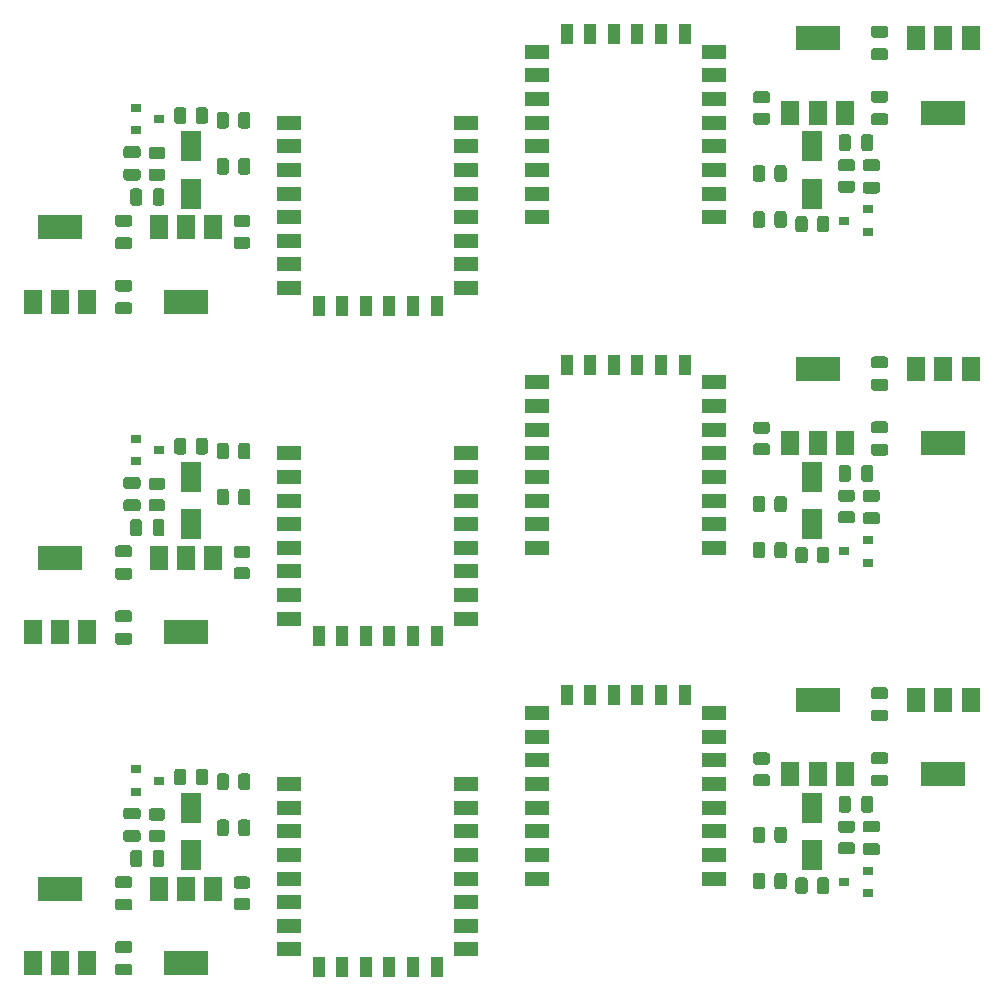
<source format=gbr>
%TF.GenerationSoftware,KiCad,Pcbnew,5.1.5+dfsg1-2build2*%
%TF.CreationDate,2021-11-04T16:55:54+02:00*%
%TF.ProjectId,LED_Wled,4c45445f-576c-4656-942e-6b696361645f,rev?*%
%TF.SameCoordinates,Original*%
%TF.FileFunction,Paste,Top*%
%TF.FilePolarity,Positive*%
%FSLAX46Y46*%
G04 Gerber Fmt 4.6, Leading zero omitted, Abs format (unit mm)*
G04 Created by KiCad (PCBNEW 5.1.5+dfsg1-2build2) date 2021-11-04 16:55:54*
%MOMM*%
%LPD*%
G04 APERTURE LIST*
%ADD10R,0.900000X0.800000*%
%ADD11C,0.100000*%
%ADD12R,1.500000X2.000000*%
%ADD13R,3.800000X2.000000*%
%ADD14R,2.000000X1.200000*%
%ADD15R,1.100000X1.700000*%
%ADD16R,1.800000X2.500000*%
G04 APERTURE END LIST*
D10*
%TO.C,Q1*%
X139000000Y-138300000D03*
X141000000Y-137350000D03*
X141000000Y-139250000D03*
%TD*%
D11*
%TO.C,R4*%
G36*
X137499505Y-137901204D02*
G01*
X137523773Y-137904804D01*
X137547572Y-137910765D01*
X137570671Y-137919030D01*
X137592850Y-137929520D01*
X137613893Y-137942132D01*
X137633599Y-137956747D01*
X137651777Y-137973223D01*
X137668253Y-137991401D01*
X137682868Y-138011107D01*
X137695480Y-138032150D01*
X137705970Y-138054329D01*
X137714235Y-138077428D01*
X137720196Y-138101227D01*
X137723796Y-138125495D01*
X137725000Y-138149999D01*
X137725000Y-139050001D01*
X137723796Y-139074505D01*
X137720196Y-139098773D01*
X137714235Y-139122572D01*
X137705970Y-139145671D01*
X137695480Y-139167850D01*
X137682868Y-139188893D01*
X137668253Y-139208599D01*
X137651777Y-139226777D01*
X137633599Y-139243253D01*
X137613893Y-139257868D01*
X137592850Y-139270480D01*
X137570671Y-139280970D01*
X137547572Y-139289235D01*
X137523773Y-139295196D01*
X137499505Y-139298796D01*
X137475001Y-139300000D01*
X136949999Y-139300000D01*
X136925495Y-139298796D01*
X136901227Y-139295196D01*
X136877428Y-139289235D01*
X136854329Y-139280970D01*
X136832150Y-139270480D01*
X136811107Y-139257868D01*
X136791401Y-139243253D01*
X136773223Y-139226777D01*
X136756747Y-139208599D01*
X136742132Y-139188893D01*
X136729520Y-139167850D01*
X136719030Y-139145671D01*
X136710765Y-139122572D01*
X136704804Y-139098773D01*
X136701204Y-139074505D01*
X136700000Y-139050001D01*
X136700000Y-138149999D01*
X136701204Y-138125495D01*
X136704804Y-138101227D01*
X136710765Y-138077428D01*
X136719030Y-138054329D01*
X136729520Y-138032150D01*
X136742132Y-138011107D01*
X136756747Y-137991401D01*
X136773223Y-137973223D01*
X136791401Y-137956747D01*
X136811107Y-137942132D01*
X136832150Y-137929520D01*
X136854329Y-137919030D01*
X136877428Y-137910765D01*
X136901227Y-137904804D01*
X136925495Y-137901204D01*
X136949999Y-137900000D01*
X137475001Y-137900000D01*
X137499505Y-137901204D01*
G37*
G36*
X135674505Y-137901204D02*
G01*
X135698773Y-137904804D01*
X135722572Y-137910765D01*
X135745671Y-137919030D01*
X135767850Y-137929520D01*
X135788893Y-137942132D01*
X135808599Y-137956747D01*
X135826777Y-137973223D01*
X135843253Y-137991401D01*
X135857868Y-138011107D01*
X135870480Y-138032150D01*
X135880970Y-138054329D01*
X135889235Y-138077428D01*
X135895196Y-138101227D01*
X135898796Y-138125495D01*
X135900000Y-138149999D01*
X135900000Y-139050001D01*
X135898796Y-139074505D01*
X135895196Y-139098773D01*
X135889235Y-139122572D01*
X135880970Y-139145671D01*
X135870480Y-139167850D01*
X135857868Y-139188893D01*
X135843253Y-139208599D01*
X135826777Y-139226777D01*
X135808599Y-139243253D01*
X135788893Y-139257868D01*
X135767850Y-139270480D01*
X135745671Y-139280970D01*
X135722572Y-139289235D01*
X135698773Y-139295196D01*
X135674505Y-139298796D01*
X135650001Y-139300000D01*
X135124999Y-139300000D01*
X135100495Y-139298796D01*
X135076227Y-139295196D01*
X135052428Y-139289235D01*
X135029329Y-139280970D01*
X135007150Y-139270480D01*
X134986107Y-139257868D01*
X134966401Y-139243253D01*
X134948223Y-139226777D01*
X134931747Y-139208599D01*
X134917132Y-139188893D01*
X134904520Y-139167850D01*
X134894030Y-139145671D01*
X134885765Y-139122572D01*
X134879804Y-139098773D01*
X134876204Y-139074505D01*
X134875000Y-139050001D01*
X134875000Y-138149999D01*
X134876204Y-138125495D01*
X134879804Y-138101227D01*
X134885765Y-138077428D01*
X134894030Y-138054329D01*
X134904520Y-138032150D01*
X134917132Y-138011107D01*
X134931747Y-137991401D01*
X134948223Y-137973223D01*
X134966401Y-137956747D01*
X134986107Y-137942132D01*
X135007150Y-137929520D01*
X135029329Y-137919030D01*
X135052428Y-137910765D01*
X135076227Y-137904804D01*
X135100495Y-137901204D01*
X135124999Y-137900000D01*
X135650001Y-137900000D01*
X135674505Y-137901204D01*
G37*
%TD*%
%TO.C,C3*%
G36*
X139324504Y-130976204D02*
G01*
X139348773Y-130979804D01*
X139372571Y-130985765D01*
X139395671Y-130994030D01*
X139417849Y-131004520D01*
X139438893Y-131017133D01*
X139458598Y-131031747D01*
X139476777Y-131048223D01*
X139493253Y-131066402D01*
X139507867Y-131086107D01*
X139520480Y-131107151D01*
X139530970Y-131129329D01*
X139539235Y-131152429D01*
X139545196Y-131176227D01*
X139548796Y-131200496D01*
X139550000Y-131225000D01*
X139550000Y-132175000D01*
X139548796Y-132199504D01*
X139545196Y-132223773D01*
X139539235Y-132247571D01*
X139530970Y-132270671D01*
X139520480Y-132292849D01*
X139507867Y-132313893D01*
X139493253Y-132333598D01*
X139476777Y-132351777D01*
X139458598Y-132368253D01*
X139438893Y-132382867D01*
X139417849Y-132395480D01*
X139395671Y-132405970D01*
X139372571Y-132414235D01*
X139348773Y-132420196D01*
X139324504Y-132423796D01*
X139300000Y-132425000D01*
X138800000Y-132425000D01*
X138775496Y-132423796D01*
X138751227Y-132420196D01*
X138727429Y-132414235D01*
X138704329Y-132405970D01*
X138682151Y-132395480D01*
X138661107Y-132382867D01*
X138641402Y-132368253D01*
X138623223Y-132351777D01*
X138606747Y-132333598D01*
X138592133Y-132313893D01*
X138579520Y-132292849D01*
X138569030Y-132270671D01*
X138560765Y-132247571D01*
X138554804Y-132223773D01*
X138551204Y-132199504D01*
X138550000Y-132175000D01*
X138550000Y-131225000D01*
X138551204Y-131200496D01*
X138554804Y-131176227D01*
X138560765Y-131152429D01*
X138569030Y-131129329D01*
X138579520Y-131107151D01*
X138592133Y-131086107D01*
X138606747Y-131066402D01*
X138623223Y-131048223D01*
X138641402Y-131031747D01*
X138661107Y-131017133D01*
X138682151Y-131004520D01*
X138704329Y-130994030D01*
X138727429Y-130985765D01*
X138751227Y-130979804D01*
X138775496Y-130976204D01*
X138800000Y-130975000D01*
X139300000Y-130975000D01*
X139324504Y-130976204D01*
G37*
G36*
X141224504Y-130976204D02*
G01*
X141248773Y-130979804D01*
X141272571Y-130985765D01*
X141295671Y-130994030D01*
X141317849Y-131004520D01*
X141338893Y-131017133D01*
X141358598Y-131031747D01*
X141376777Y-131048223D01*
X141393253Y-131066402D01*
X141407867Y-131086107D01*
X141420480Y-131107151D01*
X141430970Y-131129329D01*
X141439235Y-131152429D01*
X141445196Y-131176227D01*
X141448796Y-131200496D01*
X141450000Y-131225000D01*
X141450000Y-132175000D01*
X141448796Y-132199504D01*
X141445196Y-132223773D01*
X141439235Y-132247571D01*
X141430970Y-132270671D01*
X141420480Y-132292849D01*
X141407867Y-132313893D01*
X141393253Y-132333598D01*
X141376777Y-132351777D01*
X141358598Y-132368253D01*
X141338893Y-132382867D01*
X141317849Y-132395480D01*
X141295671Y-132405970D01*
X141272571Y-132414235D01*
X141248773Y-132420196D01*
X141224504Y-132423796D01*
X141200000Y-132425000D01*
X140700000Y-132425000D01*
X140675496Y-132423796D01*
X140651227Y-132420196D01*
X140627429Y-132414235D01*
X140604329Y-132405970D01*
X140582151Y-132395480D01*
X140561107Y-132382867D01*
X140541402Y-132368253D01*
X140523223Y-132351777D01*
X140506747Y-132333598D01*
X140492133Y-132313893D01*
X140479520Y-132292849D01*
X140469030Y-132270671D01*
X140460765Y-132247571D01*
X140454804Y-132223773D01*
X140451204Y-132199504D01*
X140450000Y-132175000D01*
X140450000Y-131225000D01*
X140451204Y-131200496D01*
X140454804Y-131176227D01*
X140460765Y-131152429D01*
X140469030Y-131129329D01*
X140479520Y-131107151D01*
X140492133Y-131086107D01*
X140506747Y-131066402D01*
X140523223Y-131048223D01*
X140541402Y-131031747D01*
X140561107Y-131017133D01*
X140582151Y-131004520D01*
X140604329Y-130994030D01*
X140627429Y-130985765D01*
X140651227Y-130979804D01*
X140675496Y-130976204D01*
X140700000Y-130975000D01*
X141200000Y-130975000D01*
X141224504Y-130976204D01*
G37*
%TD*%
D12*
%TO.C,U3*%
X149700000Y-122850000D03*
X145100000Y-122850000D03*
X147400000Y-122850000D03*
D13*
X147400000Y-129150000D03*
%TD*%
D11*
%TO.C,R1*%
G36*
X132074506Y-133601204D02*
G01*
X132098774Y-133604804D01*
X132122573Y-133610765D01*
X132145672Y-133619030D01*
X132167850Y-133629519D01*
X132188893Y-133642132D01*
X132208599Y-133656747D01*
X132226777Y-133673223D01*
X132243253Y-133691401D01*
X132257868Y-133711107D01*
X132270481Y-133732150D01*
X132280970Y-133754328D01*
X132289235Y-133777427D01*
X132295196Y-133801226D01*
X132298796Y-133825494D01*
X132300000Y-133849998D01*
X132300000Y-134750002D01*
X132298796Y-134774506D01*
X132295196Y-134798774D01*
X132289235Y-134822573D01*
X132280970Y-134845672D01*
X132270481Y-134867850D01*
X132257868Y-134888893D01*
X132243253Y-134908599D01*
X132226777Y-134926777D01*
X132208599Y-134943253D01*
X132188893Y-134957868D01*
X132167850Y-134970481D01*
X132145672Y-134980970D01*
X132122573Y-134989235D01*
X132098774Y-134995196D01*
X132074506Y-134998796D01*
X132050002Y-135000000D01*
X131524998Y-135000000D01*
X131500494Y-134998796D01*
X131476226Y-134995196D01*
X131452427Y-134989235D01*
X131429328Y-134980970D01*
X131407150Y-134970481D01*
X131386107Y-134957868D01*
X131366401Y-134943253D01*
X131348223Y-134926777D01*
X131331747Y-134908599D01*
X131317132Y-134888893D01*
X131304519Y-134867850D01*
X131294030Y-134845672D01*
X131285765Y-134822573D01*
X131279804Y-134798774D01*
X131276204Y-134774506D01*
X131275000Y-134750002D01*
X131275000Y-133849998D01*
X131276204Y-133825494D01*
X131279804Y-133801226D01*
X131285765Y-133777427D01*
X131294030Y-133754328D01*
X131304519Y-133732150D01*
X131317132Y-133711107D01*
X131331747Y-133691401D01*
X131348223Y-133673223D01*
X131366401Y-133656747D01*
X131386107Y-133642132D01*
X131407150Y-133629519D01*
X131429328Y-133619030D01*
X131452427Y-133610765D01*
X131476226Y-133604804D01*
X131500494Y-133601204D01*
X131524998Y-133600000D01*
X132050002Y-133600000D01*
X132074506Y-133601204D01*
G37*
G36*
X133899506Y-133601204D02*
G01*
X133923774Y-133604804D01*
X133947573Y-133610765D01*
X133970672Y-133619030D01*
X133992850Y-133629519D01*
X134013893Y-133642132D01*
X134033599Y-133656747D01*
X134051777Y-133673223D01*
X134068253Y-133691401D01*
X134082868Y-133711107D01*
X134095481Y-133732150D01*
X134105970Y-133754328D01*
X134114235Y-133777427D01*
X134120196Y-133801226D01*
X134123796Y-133825494D01*
X134125000Y-133849998D01*
X134125000Y-134750002D01*
X134123796Y-134774506D01*
X134120196Y-134798774D01*
X134114235Y-134822573D01*
X134105970Y-134845672D01*
X134095481Y-134867850D01*
X134082868Y-134888893D01*
X134068253Y-134908599D01*
X134051777Y-134926777D01*
X134033599Y-134943253D01*
X134013893Y-134957868D01*
X133992850Y-134970481D01*
X133970672Y-134980970D01*
X133947573Y-134989235D01*
X133923774Y-134995196D01*
X133899506Y-134998796D01*
X133875002Y-135000000D01*
X133349998Y-135000000D01*
X133325494Y-134998796D01*
X133301226Y-134995196D01*
X133277427Y-134989235D01*
X133254328Y-134980970D01*
X133232150Y-134970481D01*
X133211107Y-134957868D01*
X133191401Y-134943253D01*
X133173223Y-134926777D01*
X133156747Y-134908599D01*
X133142132Y-134888893D01*
X133129519Y-134867850D01*
X133119030Y-134845672D01*
X133110765Y-134822573D01*
X133104804Y-134798774D01*
X133101204Y-134774506D01*
X133100000Y-134750002D01*
X133100000Y-133849998D01*
X133101204Y-133825494D01*
X133104804Y-133801226D01*
X133110765Y-133777427D01*
X133119030Y-133754328D01*
X133129519Y-133732150D01*
X133142132Y-133711107D01*
X133156747Y-133691401D01*
X133173223Y-133673223D01*
X133191401Y-133656747D01*
X133211107Y-133642132D01*
X133232150Y-133629519D01*
X133254328Y-133619030D01*
X133277427Y-133610765D01*
X133301226Y-133604804D01*
X133325494Y-133601204D01*
X133349998Y-133600000D01*
X133875002Y-133600000D01*
X133899506Y-133601204D01*
G37*
%TD*%
D12*
%TO.C,U2*%
X134450000Y-129150000D03*
X139050000Y-129150000D03*
X136750000Y-129150000D03*
D13*
X136750000Y-122850000D03*
%TD*%
D11*
%TO.C,R2*%
G36*
X133899506Y-137501204D02*
G01*
X133923774Y-137504804D01*
X133947573Y-137510765D01*
X133970672Y-137519030D01*
X133992850Y-137529519D01*
X134013893Y-137542132D01*
X134033599Y-137556747D01*
X134051777Y-137573223D01*
X134068253Y-137591401D01*
X134082868Y-137611107D01*
X134095481Y-137632150D01*
X134105970Y-137654328D01*
X134114235Y-137677427D01*
X134120196Y-137701226D01*
X134123796Y-137725494D01*
X134125000Y-137749998D01*
X134125000Y-138650002D01*
X134123796Y-138674506D01*
X134120196Y-138698774D01*
X134114235Y-138722573D01*
X134105970Y-138745672D01*
X134095481Y-138767850D01*
X134082868Y-138788893D01*
X134068253Y-138808599D01*
X134051777Y-138826777D01*
X134033599Y-138843253D01*
X134013893Y-138857868D01*
X133992850Y-138870481D01*
X133970672Y-138880970D01*
X133947573Y-138889235D01*
X133923774Y-138895196D01*
X133899506Y-138898796D01*
X133875002Y-138900000D01*
X133349998Y-138900000D01*
X133325494Y-138898796D01*
X133301226Y-138895196D01*
X133277427Y-138889235D01*
X133254328Y-138880970D01*
X133232150Y-138870481D01*
X133211107Y-138857868D01*
X133191401Y-138843253D01*
X133173223Y-138826777D01*
X133156747Y-138808599D01*
X133142132Y-138788893D01*
X133129519Y-138767850D01*
X133119030Y-138745672D01*
X133110765Y-138722573D01*
X133104804Y-138698774D01*
X133101204Y-138674506D01*
X133100000Y-138650002D01*
X133100000Y-137749998D01*
X133101204Y-137725494D01*
X133104804Y-137701226D01*
X133110765Y-137677427D01*
X133119030Y-137654328D01*
X133129519Y-137632150D01*
X133142132Y-137611107D01*
X133156747Y-137591401D01*
X133173223Y-137573223D01*
X133191401Y-137556747D01*
X133211107Y-137542132D01*
X133232150Y-137529519D01*
X133254328Y-137519030D01*
X133277427Y-137510765D01*
X133301226Y-137504804D01*
X133325494Y-137501204D01*
X133349998Y-137500000D01*
X133875002Y-137500000D01*
X133899506Y-137501204D01*
G37*
G36*
X132074506Y-137501204D02*
G01*
X132098774Y-137504804D01*
X132122573Y-137510765D01*
X132145672Y-137519030D01*
X132167850Y-137529519D01*
X132188893Y-137542132D01*
X132208599Y-137556747D01*
X132226777Y-137573223D01*
X132243253Y-137591401D01*
X132257868Y-137611107D01*
X132270481Y-137632150D01*
X132280970Y-137654328D01*
X132289235Y-137677427D01*
X132295196Y-137701226D01*
X132298796Y-137725494D01*
X132300000Y-137749998D01*
X132300000Y-138650002D01*
X132298796Y-138674506D01*
X132295196Y-138698774D01*
X132289235Y-138722573D01*
X132280970Y-138745672D01*
X132270481Y-138767850D01*
X132257868Y-138788893D01*
X132243253Y-138808599D01*
X132226777Y-138826777D01*
X132208599Y-138843253D01*
X132188893Y-138857868D01*
X132167850Y-138870481D01*
X132145672Y-138880970D01*
X132122573Y-138889235D01*
X132098774Y-138895196D01*
X132074506Y-138898796D01*
X132050002Y-138900000D01*
X131524998Y-138900000D01*
X131500494Y-138898796D01*
X131476226Y-138895196D01*
X131452427Y-138889235D01*
X131429328Y-138880970D01*
X131407150Y-138870481D01*
X131386107Y-138857868D01*
X131366401Y-138843253D01*
X131348223Y-138826777D01*
X131331747Y-138808599D01*
X131317132Y-138788893D01*
X131304519Y-138767850D01*
X131294030Y-138745672D01*
X131285765Y-138722573D01*
X131279804Y-138698774D01*
X131276204Y-138674506D01*
X131275000Y-138650002D01*
X131275000Y-137749998D01*
X131276204Y-137725494D01*
X131279804Y-137701226D01*
X131285765Y-137677427D01*
X131294030Y-137654328D01*
X131304519Y-137632150D01*
X131317132Y-137611107D01*
X131331747Y-137591401D01*
X131348223Y-137573223D01*
X131366401Y-137556747D01*
X131386107Y-137542132D01*
X131407150Y-137529519D01*
X131429328Y-137519030D01*
X131452427Y-137510765D01*
X131476226Y-137504804D01*
X131500494Y-137501204D01*
X131524998Y-137500000D01*
X132050002Y-137500000D01*
X132074506Y-137501204D01*
G37*
%TD*%
%TO.C,R3*%
G36*
X132474506Y-129151204D02*
G01*
X132498774Y-129154804D01*
X132522573Y-129160765D01*
X132545672Y-129169030D01*
X132567850Y-129179519D01*
X132588893Y-129192132D01*
X132608599Y-129206747D01*
X132626777Y-129223223D01*
X132643253Y-129241401D01*
X132657868Y-129261107D01*
X132670481Y-129282150D01*
X132680970Y-129304328D01*
X132689235Y-129327427D01*
X132695196Y-129351226D01*
X132698796Y-129375494D01*
X132700000Y-129399998D01*
X132700000Y-129925002D01*
X132698796Y-129949506D01*
X132695196Y-129973774D01*
X132689235Y-129997573D01*
X132680970Y-130020672D01*
X132670481Y-130042850D01*
X132657868Y-130063893D01*
X132643253Y-130083599D01*
X132626777Y-130101777D01*
X132608599Y-130118253D01*
X132588893Y-130132868D01*
X132567850Y-130145481D01*
X132545672Y-130155970D01*
X132522573Y-130164235D01*
X132498774Y-130170196D01*
X132474506Y-130173796D01*
X132450002Y-130175000D01*
X131549998Y-130175000D01*
X131525494Y-130173796D01*
X131501226Y-130170196D01*
X131477427Y-130164235D01*
X131454328Y-130155970D01*
X131432150Y-130145481D01*
X131411107Y-130132868D01*
X131391401Y-130118253D01*
X131373223Y-130101777D01*
X131356747Y-130083599D01*
X131342132Y-130063893D01*
X131329519Y-130042850D01*
X131319030Y-130020672D01*
X131310765Y-129997573D01*
X131304804Y-129973774D01*
X131301204Y-129949506D01*
X131300000Y-129925002D01*
X131300000Y-129399998D01*
X131301204Y-129375494D01*
X131304804Y-129351226D01*
X131310765Y-129327427D01*
X131319030Y-129304328D01*
X131329519Y-129282150D01*
X131342132Y-129261107D01*
X131356747Y-129241401D01*
X131373223Y-129223223D01*
X131391401Y-129206747D01*
X131411107Y-129192132D01*
X131432150Y-129179519D01*
X131454328Y-129169030D01*
X131477427Y-129160765D01*
X131501226Y-129154804D01*
X131525494Y-129151204D01*
X131549998Y-129150000D01*
X132450002Y-129150000D01*
X132474506Y-129151204D01*
G37*
G36*
X132474506Y-127326204D02*
G01*
X132498774Y-127329804D01*
X132522573Y-127335765D01*
X132545672Y-127344030D01*
X132567850Y-127354519D01*
X132588893Y-127367132D01*
X132608599Y-127381747D01*
X132626777Y-127398223D01*
X132643253Y-127416401D01*
X132657868Y-127436107D01*
X132670481Y-127457150D01*
X132680970Y-127479328D01*
X132689235Y-127502427D01*
X132695196Y-127526226D01*
X132698796Y-127550494D01*
X132700000Y-127574998D01*
X132700000Y-128100002D01*
X132698796Y-128124506D01*
X132695196Y-128148774D01*
X132689235Y-128172573D01*
X132680970Y-128195672D01*
X132670481Y-128217850D01*
X132657868Y-128238893D01*
X132643253Y-128258599D01*
X132626777Y-128276777D01*
X132608599Y-128293253D01*
X132588893Y-128307868D01*
X132567850Y-128320481D01*
X132545672Y-128330970D01*
X132522573Y-128339235D01*
X132498774Y-128345196D01*
X132474506Y-128348796D01*
X132450002Y-128350000D01*
X131549998Y-128350000D01*
X131525494Y-128348796D01*
X131501226Y-128345196D01*
X131477427Y-128339235D01*
X131454328Y-128330970D01*
X131432150Y-128320481D01*
X131411107Y-128307868D01*
X131391401Y-128293253D01*
X131373223Y-128276777D01*
X131356747Y-128258599D01*
X131342132Y-128238893D01*
X131329519Y-128217850D01*
X131319030Y-128195672D01*
X131310765Y-128172573D01*
X131304804Y-128148774D01*
X131301204Y-128124506D01*
X131300000Y-128100002D01*
X131300000Y-127574998D01*
X131301204Y-127550494D01*
X131304804Y-127526226D01*
X131310765Y-127502427D01*
X131319030Y-127479328D01*
X131329519Y-127457150D01*
X131342132Y-127436107D01*
X131356747Y-127416401D01*
X131373223Y-127398223D01*
X131391401Y-127381747D01*
X131411107Y-127367132D01*
X131432150Y-127354519D01*
X131454328Y-127344030D01*
X131477427Y-127335765D01*
X131501226Y-127329804D01*
X131525494Y-127326204D01*
X131549998Y-127325000D01*
X132450002Y-127325000D01*
X132474506Y-127326204D01*
G37*
%TD*%
D14*
%TO.C,U1*%
X128000000Y-138000000D03*
X128000000Y-136000000D03*
X128000000Y-134000000D03*
X128000000Y-132000000D03*
X128000000Y-130000000D03*
X128000000Y-128000000D03*
X128000000Y-126000000D03*
X128000000Y-124000000D03*
X113000000Y-124000000D03*
X113000000Y-126000000D03*
X113000000Y-128000000D03*
X113000000Y-130000000D03*
X113000000Y-132000000D03*
X113000000Y-134000000D03*
X113000000Y-136000000D03*
X113000000Y-138000000D03*
D15*
X125500000Y-122500000D03*
X123500000Y-122500000D03*
X121500000Y-122500000D03*
X119500000Y-122500000D03*
X117500000Y-122500000D03*
X115500000Y-122500000D03*
%TD*%
D11*
%TO.C,R5*%
G36*
X139674505Y-134913704D02*
G01*
X139698773Y-134917304D01*
X139722572Y-134923265D01*
X139745671Y-134931530D01*
X139767850Y-134942020D01*
X139788893Y-134954632D01*
X139808599Y-134969247D01*
X139826777Y-134985723D01*
X139843253Y-135003901D01*
X139857868Y-135023607D01*
X139870480Y-135044650D01*
X139880970Y-135066829D01*
X139889235Y-135089928D01*
X139895196Y-135113727D01*
X139898796Y-135137995D01*
X139900000Y-135162499D01*
X139900000Y-135687501D01*
X139898796Y-135712005D01*
X139895196Y-135736273D01*
X139889235Y-135760072D01*
X139880970Y-135783171D01*
X139870480Y-135805350D01*
X139857868Y-135826393D01*
X139843253Y-135846099D01*
X139826777Y-135864277D01*
X139808599Y-135880753D01*
X139788893Y-135895368D01*
X139767850Y-135907980D01*
X139745671Y-135918470D01*
X139722572Y-135926735D01*
X139698773Y-135932696D01*
X139674505Y-135936296D01*
X139650001Y-135937500D01*
X138749999Y-135937500D01*
X138725495Y-135936296D01*
X138701227Y-135932696D01*
X138677428Y-135926735D01*
X138654329Y-135918470D01*
X138632150Y-135907980D01*
X138611107Y-135895368D01*
X138591401Y-135880753D01*
X138573223Y-135864277D01*
X138556747Y-135846099D01*
X138542132Y-135826393D01*
X138529520Y-135805350D01*
X138519030Y-135783171D01*
X138510765Y-135760072D01*
X138504804Y-135736273D01*
X138501204Y-135712005D01*
X138500000Y-135687501D01*
X138500000Y-135162499D01*
X138501204Y-135137995D01*
X138504804Y-135113727D01*
X138510765Y-135089928D01*
X138519030Y-135066829D01*
X138529520Y-135044650D01*
X138542132Y-135023607D01*
X138556747Y-135003901D01*
X138573223Y-134985723D01*
X138591401Y-134969247D01*
X138611107Y-134954632D01*
X138632150Y-134942020D01*
X138654329Y-134931530D01*
X138677428Y-134923265D01*
X138701227Y-134917304D01*
X138725495Y-134913704D01*
X138749999Y-134912500D01*
X139650001Y-134912500D01*
X139674505Y-134913704D01*
G37*
G36*
X139674505Y-133088704D02*
G01*
X139698773Y-133092304D01*
X139722572Y-133098265D01*
X139745671Y-133106530D01*
X139767850Y-133117020D01*
X139788893Y-133129632D01*
X139808599Y-133144247D01*
X139826777Y-133160723D01*
X139843253Y-133178901D01*
X139857868Y-133198607D01*
X139870480Y-133219650D01*
X139880970Y-133241829D01*
X139889235Y-133264928D01*
X139895196Y-133288727D01*
X139898796Y-133312995D01*
X139900000Y-133337499D01*
X139900000Y-133862501D01*
X139898796Y-133887005D01*
X139895196Y-133911273D01*
X139889235Y-133935072D01*
X139880970Y-133958171D01*
X139870480Y-133980350D01*
X139857868Y-134001393D01*
X139843253Y-134021099D01*
X139826777Y-134039277D01*
X139808599Y-134055753D01*
X139788893Y-134070368D01*
X139767850Y-134082980D01*
X139745671Y-134093470D01*
X139722572Y-134101735D01*
X139698773Y-134107696D01*
X139674505Y-134111296D01*
X139650001Y-134112500D01*
X138749999Y-134112500D01*
X138725495Y-134111296D01*
X138701227Y-134107696D01*
X138677428Y-134101735D01*
X138654329Y-134093470D01*
X138632150Y-134082980D01*
X138611107Y-134070368D01*
X138591401Y-134055753D01*
X138573223Y-134039277D01*
X138556747Y-134021099D01*
X138542132Y-134001393D01*
X138529520Y-133980350D01*
X138519030Y-133958171D01*
X138510765Y-133935072D01*
X138504804Y-133911273D01*
X138501204Y-133887005D01*
X138500000Y-133862501D01*
X138500000Y-133337499D01*
X138501204Y-133312995D01*
X138504804Y-133288727D01*
X138510765Y-133264928D01*
X138519030Y-133241829D01*
X138529520Y-133219650D01*
X138542132Y-133198607D01*
X138556747Y-133178901D01*
X138573223Y-133160723D01*
X138591401Y-133144247D01*
X138611107Y-133129632D01*
X138632150Y-133117020D01*
X138654329Y-133106530D01*
X138677428Y-133098265D01*
X138701227Y-133092304D01*
X138725495Y-133088704D01*
X138749999Y-133087500D01*
X139650001Y-133087500D01*
X139674505Y-133088704D01*
G37*
%TD*%
D16*
%TO.C,D1*%
X136300000Y-136000000D03*
X136300000Y-132000000D03*
%TD*%
D11*
%TO.C,C1*%
G36*
X142499504Y-127301204D02*
G01*
X142523773Y-127304804D01*
X142547571Y-127310765D01*
X142570671Y-127319030D01*
X142592849Y-127329520D01*
X142613893Y-127342133D01*
X142633598Y-127356747D01*
X142651777Y-127373223D01*
X142668253Y-127391402D01*
X142682867Y-127411107D01*
X142695480Y-127432151D01*
X142705970Y-127454329D01*
X142714235Y-127477429D01*
X142720196Y-127501227D01*
X142723796Y-127525496D01*
X142725000Y-127550000D01*
X142725000Y-128050000D01*
X142723796Y-128074504D01*
X142720196Y-128098773D01*
X142714235Y-128122571D01*
X142705970Y-128145671D01*
X142695480Y-128167849D01*
X142682867Y-128188893D01*
X142668253Y-128208598D01*
X142651777Y-128226777D01*
X142633598Y-128243253D01*
X142613893Y-128257867D01*
X142592849Y-128270480D01*
X142570671Y-128280970D01*
X142547571Y-128289235D01*
X142523773Y-128295196D01*
X142499504Y-128298796D01*
X142475000Y-128300000D01*
X141525000Y-128300000D01*
X141500496Y-128298796D01*
X141476227Y-128295196D01*
X141452429Y-128289235D01*
X141429329Y-128280970D01*
X141407151Y-128270480D01*
X141386107Y-128257867D01*
X141366402Y-128243253D01*
X141348223Y-128226777D01*
X141331747Y-128208598D01*
X141317133Y-128188893D01*
X141304520Y-128167849D01*
X141294030Y-128145671D01*
X141285765Y-128122571D01*
X141279804Y-128098773D01*
X141276204Y-128074504D01*
X141275000Y-128050000D01*
X141275000Y-127550000D01*
X141276204Y-127525496D01*
X141279804Y-127501227D01*
X141285765Y-127477429D01*
X141294030Y-127454329D01*
X141304520Y-127432151D01*
X141317133Y-127411107D01*
X141331747Y-127391402D01*
X141348223Y-127373223D01*
X141366402Y-127356747D01*
X141386107Y-127342133D01*
X141407151Y-127329520D01*
X141429329Y-127319030D01*
X141452429Y-127310765D01*
X141476227Y-127304804D01*
X141500496Y-127301204D01*
X141525000Y-127300000D01*
X142475000Y-127300000D01*
X142499504Y-127301204D01*
G37*
G36*
X142499504Y-129201204D02*
G01*
X142523773Y-129204804D01*
X142547571Y-129210765D01*
X142570671Y-129219030D01*
X142592849Y-129229520D01*
X142613893Y-129242133D01*
X142633598Y-129256747D01*
X142651777Y-129273223D01*
X142668253Y-129291402D01*
X142682867Y-129311107D01*
X142695480Y-129332151D01*
X142705970Y-129354329D01*
X142714235Y-129377429D01*
X142720196Y-129401227D01*
X142723796Y-129425496D01*
X142725000Y-129450000D01*
X142725000Y-129950000D01*
X142723796Y-129974504D01*
X142720196Y-129998773D01*
X142714235Y-130022571D01*
X142705970Y-130045671D01*
X142695480Y-130067849D01*
X142682867Y-130088893D01*
X142668253Y-130108598D01*
X142651777Y-130126777D01*
X142633598Y-130143253D01*
X142613893Y-130157867D01*
X142592849Y-130170480D01*
X142570671Y-130180970D01*
X142547571Y-130189235D01*
X142523773Y-130195196D01*
X142499504Y-130198796D01*
X142475000Y-130200000D01*
X141525000Y-130200000D01*
X141500496Y-130198796D01*
X141476227Y-130195196D01*
X141452429Y-130189235D01*
X141429329Y-130180970D01*
X141407151Y-130170480D01*
X141386107Y-130157867D01*
X141366402Y-130143253D01*
X141348223Y-130126777D01*
X141331747Y-130108598D01*
X141317133Y-130088893D01*
X141304520Y-130067849D01*
X141294030Y-130045671D01*
X141285765Y-130022571D01*
X141279804Y-129998773D01*
X141276204Y-129974504D01*
X141275000Y-129950000D01*
X141275000Y-129450000D01*
X141276204Y-129425496D01*
X141279804Y-129401227D01*
X141285765Y-129377429D01*
X141294030Y-129354329D01*
X141304520Y-129332151D01*
X141317133Y-129311107D01*
X141331747Y-129291402D01*
X141348223Y-129273223D01*
X141366402Y-129256747D01*
X141386107Y-129242133D01*
X141407151Y-129229520D01*
X141429329Y-129219030D01*
X141452429Y-129210765D01*
X141476227Y-129204804D01*
X141500496Y-129201204D01*
X141525000Y-129200000D01*
X142475000Y-129200000D01*
X142499504Y-129201204D01*
G37*
%TD*%
%TO.C,C2*%
G36*
X142499504Y-123701204D02*
G01*
X142523773Y-123704804D01*
X142547571Y-123710765D01*
X142570671Y-123719030D01*
X142592849Y-123729520D01*
X142613893Y-123742133D01*
X142633598Y-123756747D01*
X142651777Y-123773223D01*
X142668253Y-123791402D01*
X142682867Y-123811107D01*
X142695480Y-123832151D01*
X142705970Y-123854329D01*
X142714235Y-123877429D01*
X142720196Y-123901227D01*
X142723796Y-123925496D01*
X142725000Y-123950000D01*
X142725000Y-124450000D01*
X142723796Y-124474504D01*
X142720196Y-124498773D01*
X142714235Y-124522571D01*
X142705970Y-124545671D01*
X142695480Y-124567849D01*
X142682867Y-124588893D01*
X142668253Y-124608598D01*
X142651777Y-124626777D01*
X142633598Y-124643253D01*
X142613893Y-124657867D01*
X142592849Y-124670480D01*
X142570671Y-124680970D01*
X142547571Y-124689235D01*
X142523773Y-124695196D01*
X142499504Y-124698796D01*
X142475000Y-124700000D01*
X141525000Y-124700000D01*
X141500496Y-124698796D01*
X141476227Y-124695196D01*
X141452429Y-124689235D01*
X141429329Y-124680970D01*
X141407151Y-124670480D01*
X141386107Y-124657867D01*
X141366402Y-124643253D01*
X141348223Y-124626777D01*
X141331747Y-124608598D01*
X141317133Y-124588893D01*
X141304520Y-124567849D01*
X141294030Y-124545671D01*
X141285765Y-124522571D01*
X141279804Y-124498773D01*
X141276204Y-124474504D01*
X141275000Y-124450000D01*
X141275000Y-123950000D01*
X141276204Y-123925496D01*
X141279804Y-123901227D01*
X141285765Y-123877429D01*
X141294030Y-123854329D01*
X141304520Y-123832151D01*
X141317133Y-123811107D01*
X141331747Y-123791402D01*
X141348223Y-123773223D01*
X141366402Y-123756747D01*
X141386107Y-123742133D01*
X141407151Y-123729520D01*
X141429329Y-123719030D01*
X141452429Y-123710765D01*
X141476227Y-123704804D01*
X141500496Y-123701204D01*
X141525000Y-123700000D01*
X142475000Y-123700000D01*
X142499504Y-123701204D01*
G37*
G36*
X142499504Y-121801204D02*
G01*
X142523773Y-121804804D01*
X142547571Y-121810765D01*
X142570671Y-121819030D01*
X142592849Y-121829520D01*
X142613893Y-121842133D01*
X142633598Y-121856747D01*
X142651777Y-121873223D01*
X142668253Y-121891402D01*
X142682867Y-121911107D01*
X142695480Y-121932151D01*
X142705970Y-121954329D01*
X142714235Y-121977429D01*
X142720196Y-122001227D01*
X142723796Y-122025496D01*
X142725000Y-122050000D01*
X142725000Y-122550000D01*
X142723796Y-122574504D01*
X142720196Y-122598773D01*
X142714235Y-122622571D01*
X142705970Y-122645671D01*
X142695480Y-122667849D01*
X142682867Y-122688893D01*
X142668253Y-122708598D01*
X142651777Y-122726777D01*
X142633598Y-122743253D01*
X142613893Y-122757867D01*
X142592849Y-122770480D01*
X142570671Y-122780970D01*
X142547571Y-122789235D01*
X142523773Y-122795196D01*
X142499504Y-122798796D01*
X142475000Y-122800000D01*
X141525000Y-122800000D01*
X141500496Y-122798796D01*
X141476227Y-122795196D01*
X141452429Y-122789235D01*
X141429329Y-122780970D01*
X141407151Y-122770480D01*
X141386107Y-122757867D01*
X141366402Y-122743253D01*
X141348223Y-122726777D01*
X141331747Y-122708598D01*
X141317133Y-122688893D01*
X141304520Y-122667849D01*
X141294030Y-122645671D01*
X141285765Y-122622571D01*
X141279804Y-122598773D01*
X141276204Y-122574504D01*
X141275000Y-122550000D01*
X141275000Y-122050000D01*
X141276204Y-122025496D01*
X141279804Y-122001227D01*
X141285765Y-121977429D01*
X141294030Y-121954329D01*
X141304520Y-121932151D01*
X141317133Y-121911107D01*
X141331747Y-121891402D01*
X141348223Y-121873223D01*
X141366402Y-121856747D01*
X141386107Y-121842133D01*
X141407151Y-121829520D01*
X141429329Y-121819030D01*
X141452429Y-121810765D01*
X141476227Y-121804804D01*
X141500496Y-121801204D01*
X141525000Y-121800000D01*
X142475000Y-121800000D01*
X142499504Y-121801204D01*
G37*
%TD*%
%TO.C,C4*%
G36*
X141799504Y-133101204D02*
G01*
X141823773Y-133104804D01*
X141847571Y-133110765D01*
X141870671Y-133119030D01*
X141892849Y-133129520D01*
X141913893Y-133142133D01*
X141933598Y-133156747D01*
X141951777Y-133173223D01*
X141968253Y-133191402D01*
X141982867Y-133211107D01*
X141995480Y-133232151D01*
X142005970Y-133254329D01*
X142014235Y-133277429D01*
X142020196Y-133301227D01*
X142023796Y-133325496D01*
X142025000Y-133350000D01*
X142025000Y-133850000D01*
X142023796Y-133874504D01*
X142020196Y-133898773D01*
X142014235Y-133922571D01*
X142005970Y-133945671D01*
X141995480Y-133967849D01*
X141982867Y-133988893D01*
X141968253Y-134008598D01*
X141951777Y-134026777D01*
X141933598Y-134043253D01*
X141913893Y-134057867D01*
X141892849Y-134070480D01*
X141870671Y-134080970D01*
X141847571Y-134089235D01*
X141823773Y-134095196D01*
X141799504Y-134098796D01*
X141775000Y-134100000D01*
X140825000Y-134100000D01*
X140800496Y-134098796D01*
X140776227Y-134095196D01*
X140752429Y-134089235D01*
X140729329Y-134080970D01*
X140707151Y-134070480D01*
X140686107Y-134057867D01*
X140666402Y-134043253D01*
X140648223Y-134026777D01*
X140631747Y-134008598D01*
X140617133Y-133988893D01*
X140604520Y-133967849D01*
X140594030Y-133945671D01*
X140585765Y-133922571D01*
X140579804Y-133898773D01*
X140576204Y-133874504D01*
X140575000Y-133850000D01*
X140575000Y-133350000D01*
X140576204Y-133325496D01*
X140579804Y-133301227D01*
X140585765Y-133277429D01*
X140594030Y-133254329D01*
X140604520Y-133232151D01*
X140617133Y-133211107D01*
X140631747Y-133191402D01*
X140648223Y-133173223D01*
X140666402Y-133156747D01*
X140686107Y-133142133D01*
X140707151Y-133129520D01*
X140729329Y-133119030D01*
X140752429Y-133110765D01*
X140776227Y-133104804D01*
X140800496Y-133101204D01*
X140825000Y-133100000D01*
X141775000Y-133100000D01*
X141799504Y-133101204D01*
G37*
G36*
X141799504Y-135001204D02*
G01*
X141823773Y-135004804D01*
X141847571Y-135010765D01*
X141870671Y-135019030D01*
X141892849Y-135029520D01*
X141913893Y-135042133D01*
X141933598Y-135056747D01*
X141951777Y-135073223D01*
X141968253Y-135091402D01*
X141982867Y-135111107D01*
X141995480Y-135132151D01*
X142005970Y-135154329D01*
X142014235Y-135177429D01*
X142020196Y-135201227D01*
X142023796Y-135225496D01*
X142025000Y-135250000D01*
X142025000Y-135750000D01*
X142023796Y-135774504D01*
X142020196Y-135798773D01*
X142014235Y-135822571D01*
X142005970Y-135845671D01*
X141995480Y-135867849D01*
X141982867Y-135888893D01*
X141968253Y-135908598D01*
X141951777Y-135926777D01*
X141933598Y-135943253D01*
X141913893Y-135957867D01*
X141892849Y-135970480D01*
X141870671Y-135980970D01*
X141847571Y-135989235D01*
X141823773Y-135995196D01*
X141799504Y-135998796D01*
X141775000Y-136000000D01*
X140825000Y-136000000D01*
X140800496Y-135998796D01*
X140776227Y-135995196D01*
X140752429Y-135989235D01*
X140729329Y-135980970D01*
X140707151Y-135970480D01*
X140686107Y-135957867D01*
X140666402Y-135943253D01*
X140648223Y-135926777D01*
X140631747Y-135908598D01*
X140617133Y-135888893D01*
X140604520Y-135867849D01*
X140594030Y-135845671D01*
X140585765Y-135822571D01*
X140579804Y-135798773D01*
X140576204Y-135774504D01*
X140575000Y-135750000D01*
X140575000Y-135250000D01*
X140576204Y-135225496D01*
X140579804Y-135201227D01*
X140585765Y-135177429D01*
X140594030Y-135154329D01*
X140604520Y-135132151D01*
X140617133Y-135111107D01*
X140631747Y-135091402D01*
X140648223Y-135073223D01*
X140666402Y-135056747D01*
X140686107Y-135042133D01*
X140707151Y-135029520D01*
X140729329Y-135019030D01*
X140752429Y-135010765D01*
X140776227Y-135004804D01*
X140800496Y-135001204D01*
X140825000Y-135000000D01*
X141775000Y-135000000D01*
X141799504Y-135001204D01*
G37*
%TD*%
D10*
%TO.C,Q1*%
X79000000Y-128750000D03*
X79000000Y-130650000D03*
X81000000Y-129700000D03*
%TD*%
D13*
%TO.C,U3*%
X72600000Y-138850000D03*
D12*
X72600000Y-145150000D03*
X74900000Y-145150000D03*
X70300000Y-145150000D03*
%TD*%
D11*
%TO.C,R1*%
G36*
X86674506Y-133001204D02*
G01*
X86698774Y-133004804D01*
X86722573Y-133010765D01*
X86745672Y-133019030D01*
X86767850Y-133029519D01*
X86788893Y-133042132D01*
X86808599Y-133056747D01*
X86826777Y-133073223D01*
X86843253Y-133091401D01*
X86857868Y-133111107D01*
X86870481Y-133132150D01*
X86880970Y-133154328D01*
X86889235Y-133177427D01*
X86895196Y-133201226D01*
X86898796Y-133225494D01*
X86900000Y-133249998D01*
X86900000Y-134150002D01*
X86898796Y-134174506D01*
X86895196Y-134198774D01*
X86889235Y-134222573D01*
X86880970Y-134245672D01*
X86870481Y-134267850D01*
X86857868Y-134288893D01*
X86843253Y-134308599D01*
X86826777Y-134326777D01*
X86808599Y-134343253D01*
X86788893Y-134357868D01*
X86767850Y-134370481D01*
X86745672Y-134380970D01*
X86722573Y-134389235D01*
X86698774Y-134395196D01*
X86674506Y-134398796D01*
X86650002Y-134400000D01*
X86124998Y-134400000D01*
X86100494Y-134398796D01*
X86076226Y-134395196D01*
X86052427Y-134389235D01*
X86029328Y-134380970D01*
X86007150Y-134370481D01*
X85986107Y-134357868D01*
X85966401Y-134343253D01*
X85948223Y-134326777D01*
X85931747Y-134308599D01*
X85917132Y-134288893D01*
X85904519Y-134267850D01*
X85894030Y-134245672D01*
X85885765Y-134222573D01*
X85879804Y-134198774D01*
X85876204Y-134174506D01*
X85875000Y-134150002D01*
X85875000Y-133249998D01*
X85876204Y-133225494D01*
X85879804Y-133201226D01*
X85885765Y-133177427D01*
X85894030Y-133154328D01*
X85904519Y-133132150D01*
X85917132Y-133111107D01*
X85931747Y-133091401D01*
X85948223Y-133073223D01*
X85966401Y-133056747D01*
X85986107Y-133042132D01*
X86007150Y-133029519D01*
X86029328Y-133019030D01*
X86052427Y-133010765D01*
X86076226Y-133004804D01*
X86100494Y-133001204D01*
X86124998Y-133000000D01*
X86650002Y-133000000D01*
X86674506Y-133001204D01*
G37*
G36*
X88499506Y-133001204D02*
G01*
X88523774Y-133004804D01*
X88547573Y-133010765D01*
X88570672Y-133019030D01*
X88592850Y-133029519D01*
X88613893Y-133042132D01*
X88633599Y-133056747D01*
X88651777Y-133073223D01*
X88668253Y-133091401D01*
X88682868Y-133111107D01*
X88695481Y-133132150D01*
X88705970Y-133154328D01*
X88714235Y-133177427D01*
X88720196Y-133201226D01*
X88723796Y-133225494D01*
X88725000Y-133249998D01*
X88725000Y-134150002D01*
X88723796Y-134174506D01*
X88720196Y-134198774D01*
X88714235Y-134222573D01*
X88705970Y-134245672D01*
X88695481Y-134267850D01*
X88682868Y-134288893D01*
X88668253Y-134308599D01*
X88651777Y-134326777D01*
X88633599Y-134343253D01*
X88613893Y-134357868D01*
X88592850Y-134370481D01*
X88570672Y-134380970D01*
X88547573Y-134389235D01*
X88523774Y-134395196D01*
X88499506Y-134398796D01*
X88475002Y-134400000D01*
X87949998Y-134400000D01*
X87925494Y-134398796D01*
X87901226Y-134395196D01*
X87877427Y-134389235D01*
X87854328Y-134380970D01*
X87832150Y-134370481D01*
X87811107Y-134357868D01*
X87791401Y-134343253D01*
X87773223Y-134326777D01*
X87756747Y-134308599D01*
X87742132Y-134288893D01*
X87729519Y-134267850D01*
X87719030Y-134245672D01*
X87710765Y-134222573D01*
X87704804Y-134198774D01*
X87701204Y-134174506D01*
X87700000Y-134150002D01*
X87700000Y-133249998D01*
X87701204Y-133225494D01*
X87704804Y-133201226D01*
X87710765Y-133177427D01*
X87719030Y-133154328D01*
X87729519Y-133132150D01*
X87742132Y-133111107D01*
X87756747Y-133091401D01*
X87773223Y-133073223D01*
X87791401Y-133056747D01*
X87811107Y-133042132D01*
X87832150Y-133029519D01*
X87854328Y-133019030D01*
X87877427Y-133010765D01*
X87901226Y-133004804D01*
X87925494Y-133001204D01*
X87949998Y-133000000D01*
X88475002Y-133000000D01*
X88499506Y-133001204D01*
G37*
%TD*%
D13*
%TO.C,U2*%
X83250000Y-145150000D03*
D12*
X83250000Y-138850000D03*
X80950000Y-138850000D03*
X85550000Y-138850000D03*
%TD*%
D11*
%TO.C,R2*%
G36*
X88499506Y-129101204D02*
G01*
X88523774Y-129104804D01*
X88547573Y-129110765D01*
X88570672Y-129119030D01*
X88592850Y-129129519D01*
X88613893Y-129142132D01*
X88633599Y-129156747D01*
X88651777Y-129173223D01*
X88668253Y-129191401D01*
X88682868Y-129211107D01*
X88695481Y-129232150D01*
X88705970Y-129254328D01*
X88714235Y-129277427D01*
X88720196Y-129301226D01*
X88723796Y-129325494D01*
X88725000Y-129349998D01*
X88725000Y-130250002D01*
X88723796Y-130274506D01*
X88720196Y-130298774D01*
X88714235Y-130322573D01*
X88705970Y-130345672D01*
X88695481Y-130367850D01*
X88682868Y-130388893D01*
X88668253Y-130408599D01*
X88651777Y-130426777D01*
X88633599Y-130443253D01*
X88613893Y-130457868D01*
X88592850Y-130470481D01*
X88570672Y-130480970D01*
X88547573Y-130489235D01*
X88523774Y-130495196D01*
X88499506Y-130498796D01*
X88475002Y-130500000D01*
X87949998Y-130500000D01*
X87925494Y-130498796D01*
X87901226Y-130495196D01*
X87877427Y-130489235D01*
X87854328Y-130480970D01*
X87832150Y-130470481D01*
X87811107Y-130457868D01*
X87791401Y-130443253D01*
X87773223Y-130426777D01*
X87756747Y-130408599D01*
X87742132Y-130388893D01*
X87729519Y-130367850D01*
X87719030Y-130345672D01*
X87710765Y-130322573D01*
X87704804Y-130298774D01*
X87701204Y-130274506D01*
X87700000Y-130250002D01*
X87700000Y-129349998D01*
X87701204Y-129325494D01*
X87704804Y-129301226D01*
X87710765Y-129277427D01*
X87719030Y-129254328D01*
X87729519Y-129232150D01*
X87742132Y-129211107D01*
X87756747Y-129191401D01*
X87773223Y-129173223D01*
X87791401Y-129156747D01*
X87811107Y-129142132D01*
X87832150Y-129129519D01*
X87854328Y-129119030D01*
X87877427Y-129110765D01*
X87901226Y-129104804D01*
X87925494Y-129101204D01*
X87949998Y-129100000D01*
X88475002Y-129100000D01*
X88499506Y-129101204D01*
G37*
G36*
X86674506Y-129101204D02*
G01*
X86698774Y-129104804D01*
X86722573Y-129110765D01*
X86745672Y-129119030D01*
X86767850Y-129129519D01*
X86788893Y-129142132D01*
X86808599Y-129156747D01*
X86826777Y-129173223D01*
X86843253Y-129191401D01*
X86857868Y-129211107D01*
X86870481Y-129232150D01*
X86880970Y-129254328D01*
X86889235Y-129277427D01*
X86895196Y-129301226D01*
X86898796Y-129325494D01*
X86900000Y-129349998D01*
X86900000Y-130250002D01*
X86898796Y-130274506D01*
X86895196Y-130298774D01*
X86889235Y-130322573D01*
X86880970Y-130345672D01*
X86870481Y-130367850D01*
X86857868Y-130388893D01*
X86843253Y-130408599D01*
X86826777Y-130426777D01*
X86808599Y-130443253D01*
X86788893Y-130457868D01*
X86767850Y-130470481D01*
X86745672Y-130480970D01*
X86722573Y-130489235D01*
X86698774Y-130495196D01*
X86674506Y-130498796D01*
X86650002Y-130500000D01*
X86124998Y-130500000D01*
X86100494Y-130498796D01*
X86076226Y-130495196D01*
X86052427Y-130489235D01*
X86029328Y-130480970D01*
X86007150Y-130470481D01*
X85986107Y-130457868D01*
X85966401Y-130443253D01*
X85948223Y-130426777D01*
X85931747Y-130408599D01*
X85917132Y-130388893D01*
X85904519Y-130367850D01*
X85894030Y-130345672D01*
X85885765Y-130322573D01*
X85879804Y-130298774D01*
X85876204Y-130274506D01*
X85875000Y-130250002D01*
X85875000Y-129349998D01*
X85876204Y-129325494D01*
X85879804Y-129301226D01*
X85885765Y-129277427D01*
X85894030Y-129254328D01*
X85904519Y-129232150D01*
X85917132Y-129211107D01*
X85931747Y-129191401D01*
X85948223Y-129173223D01*
X85966401Y-129156747D01*
X85986107Y-129142132D01*
X86007150Y-129129519D01*
X86029328Y-129119030D01*
X86052427Y-129110765D01*
X86076226Y-129104804D01*
X86100494Y-129101204D01*
X86124998Y-129100000D01*
X86650002Y-129100000D01*
X86674506Y-129101204D01*
G37*
%TD*%
%TO.C,R4*%
G36*
X84899505Y-128701204D02*
G01*
X84923773Y-128704804D01*
X84947572Y-128710765D01*
X84970671Y-128719030D01*
X84992850Y-128729520D01*
X85013893Y-128742132D01*
X85033599Y-128756747D01*
X85051777Y-128773223D01*
X85068253Y-128791401D01*
X85082868Y-128811107D01*
X85095480Y-128832150D01*
X85105970Y-128854329D01*
X85114235Y-128877428D01*
X85120196Y-128901227D01*
X85123796Y-128925495D01*
X85125000Y-128949999D01*
X85125000Y-129850001D01*
X85123796Y-129874505D01*
X85120196Y-129898773D01*
X85114235Y-129922572D01*
X85105970Y-129945671D01*
X85095480Y-129967850D01*
X85082868Y-129988893D01*
X85068253Y-130008599D01*
X85051777Y-130026777D01*
X85033599Y-130043253D01*
X85013893Y-130057868D01*
X84992850Y-130070480D01*
X84970671Y-130080970D01*
X84947572Y-130089235D01*
X84923773Y-130095196D01*
X84899505Y-130098796D01*
X84875001Y-130100000D01*
X84349999Y-130100000D01*
X84325495Y-130098796D01*
X84301227Y-130095196D01*
X84277428Y-130089235D01*
X84254329Y-130080970D01*
X84232150Y-130070480D01*
X84211107Y-130057868D01*
X84191401Y-130043253D01*
X84173223Y-130026777D01*
X84156747Y-130008599D01*
X84142132Y-129988893D01*
X84129520Y-129967850D01*
X84119030Y-129945671D01*
X84110765Y-129922572D01*
X84104804Y-129898773D01*
X84101204Y-129874505D01*
X84100000Y-129850001D01*
X84100000Y-128949999D01*
X84101204Y-128925495D01*
X84104804Y-128901227D01*
X84110765Y-128877428D01*
X84119030Y-128854329D01*
X84129520Y-128832150D01*
X84142132Y-128811107D01*
X84156747Y-128791401D01*
X84173223Y-128773223D01*
X84191401Y-128756747D01*
X84211107Y-128742132D01*
X84232150Y-128729520D01*
X84254329Y-128719030D01*
X84277428Y-128710765D01*
X84301227Y-128704804D01*
X84325495Y-128701204D01*
X84349999Y-128700000D01*
X84875001Y-128700000D01*
X84899505Y-128701204D01*
G37*
G36*
X83074505Y-128701204D02*
G01*
X83098773Y-128704804D01*
X83122572Y-128710765D01*
X83145671Y-128719030D01*
X83167850Y-128729520D01*
X83188893Y-128742132D01*
X83208599Y-128756747D01*
X83226777Y-128773223D01*
X83243253Y-128791401D01*
X83257868Y-128811107D01*
X83270480Y-128832150D01*
X83280970Y-128854329D01*
X83289235Y-128877428D01*
X83295196Y-128901227D01*
X83298796Y-128925495D01*
X83300000Y-128949999D01*
X83300000Y-129850001D01*
X83298796Y-129874505D01*
X83295196Y-129898773D01*
X83289235Y-129922572D01*
X83280970Y-129945671D01*
X83270480Y-129967850D01*
X83257868Y-129988893D01*
X83243253Y-130008599D01*
X83226777Y-130026777D01*
X83208599Y-130043253D01*
X83188893Y-130057868D01*
X83167850Y-130070480D01*
X83145671Y-130080970D01*
X83122572Y-130089235D01*
X83098773Y-130095196D01*
X83074505Y-130098796D01*
X83050001Y-130100000D01*
X82524999Y-130100000D01*
X82500495Y-130098796D01*
X82476227Y-130095196D01*
X82452428Y-130089235D01*
X82429329Y-130080970D01*
X82407150Y-130070480D01*
X82386107Y-130057868D01*
X82366401Y-130043253D01*
X82348223Y-130026777D01*
X82331747Y-130008599D01*
X82317132Y-129988893D01*
X82304520Y-129967850D01*
X82294030Y-129945671D01*
X82285765Y-129922572D01*
X82279804Y-129898773D01*
X82276204Y-129874505D01*
X82275000Y-129850001D01*
X82275000Y-128949999D01*
X82276204Y-128925495D01*
X82279804Y-128901227D01*
X82285765Y-128877428D01*
X82294030Y-128854329D01*
X82304520Y-128832150D01*
X82317132Y-128811107D01*
X82331747Y-128791401D01*
X82348223Y-128773223D01*
X82366401Y-128756747D01*
X82386107Y-128742132D01*
X82407150Y-128729520D01*
X82429329Y-128719030D01*
X82452428Y-128710765D01*
X82476227Y-128704804D01*
X82500495Y-128701204D01*
X82524999Y-128700000D01*
X83050001Y-128700000D01*
X83074505Y-128701204D01*
G37*
%TD*%
%TO.C,R3*%
G36*
X88474506Y-139651204D02*
G01*
X88498774Y-139654804D01*
X88522573Y-139660765D01*
X88545672Y-139669030D01*
X88567850Y-139679519D01*
X88588893Y-139692132D01*
X88608599Y-139706747D01*
X88626777Y-139723223D01*
X88643253Y-139741401D01*
X88657868Y-139761107D01*
X88670481Y-139782150D01*
X88680970Y-139804328D01*
X88689235Y-139827427D01*
X88695196Y-139851226D01*
X88698796Y-139875494D01*
X88700000Y-139899998D01*
X88700000Y-140425002D01*
X88698796Y-140449506D01*
X88695196Y-140473774D01*
X88689235Y-140497573D01*
X88680970Y-140520672D01*
X88670481Y-140542850D01*
X88657868Y-140563893D01*
X88643253Y-140583599D01*
X88626777Y-140601777D01*
X88608599Y-140618253D01*
X88588893Y-140632868D01*
X88567850Y-140645481D01*
X88545672Y-140655970D01*
X88522573Y-140664235D01*
X88498774Y-140670196D01*
X88474506Y-140673796D01*
X88450002Y-140675000D01*
X87549998Y-140675000D01*
X87525494Y-140673796D01*
X87501226Y-140670196D01*
X87477427Y-140664235D01*
X87454328Y-140655970D01*
X87432150Y-140645481D01*
X87411107Y-140632868D01*
X87391401Y-140618253D01*
X87373223Y-140601777D01*
X87356747Y-140583599D01*
X87342132Y-140563893D01*
X87329519Y-140542850D01*
X87319030Y-140520672D01*
X87310765Y-140497573D01*
X87304804Y-140473774D01*
X87301204Y-140449506D01*
X87300000Y-140425002D01*
X87300000Y-139899998D01*
X87301204Y-139875494D01*
X87304804Y-139851226D01*
X87310765Y-139827427D01*
X87319030Y-139804328D01*
X87329519Y-139782150D01*
X87342132Y-139761107D01*
X87356747Y-139741401D01*
X87373223Y-139723223D01*
X87391401Y-139706747D01*
X87411107Y-139692132D01*
X87432150Y-139679519D01*
X87454328Y-139669030D01*
X87477427Y-139660765D01*
X87501226Y-139654804D01*
X87525494Y-139651204D01*
X87549998Y-139650000D01*
X88450002Y-139650000D01*
X88474506Y-139651204D01*
G37*
G36*
X88474506Y-137826204D02*
G01*
X88498774Y-137829804D01*
X88522573Y-137835765D01*
X88545672Y-137844030D01*
X88567850Y-137854519D01*
X88588893Y-137867132D01*
X88608599Y-137881747D01*
X88626777Y-137898223D01*
X88643253Y-137916401D01*
X88657868Y-137936107D01*
X88670481Y-137957150D01*
X88680970Y-137979328D01*
X88689235Y-138002427D01*
X88695196Y-138026226D01*
X88698796Y-138050494D01*
X88700000Y-138074998D01*
X88700000Y-138600002D01*
X88698796Y-138624506D01*
X88695196Y-138648774D01*
X88689235Y-138672573D01*
X88680970Y-138695672D01*
X88670481Y-138717850D01*
X88657868Y-138738893D01*
X88643253Y-138758599D01*
X88626777Y-138776777D01*
X88608599Y-138793253D01*
X88588893Y-138807868D01*
X88567850Y-138820481D01*
X88545672Y-138830970D01*
X88522573Y-138839235D01*
X88498774Y-138845196D01*
X88474506Y-138848796D01*
X88450002Y-138850000D01*
X87549998Y-138850000D01*
X87525494Y-138848796D01*
X87501226Y-138845196D01*
X87477427Y-138839235D01*
X87454328Y-138830970D01*
X87432150Y-138820481D01*
X87411107Y-138807868D01*
X87391401Y-138793253D01*
X87373223Y-138776777D01*
X87356747Y-138758599D01*
X87342132Y-138738893D01*
X87329519Y-138717850D01*
X87319030Y-138695672D01*
X87310765Y-138672573D01*
X87304804Y-138648774D01*
X87301204Y-138624506D01*
X87300000Y-138600002D01*
X87300000Y-138074998D01*
X87301204Y-138050494D01*
X87304804Y-138026226D01*
X87310765Y-138002427D01*
X87319030Y-137979328D01*
X87329519Y-137957150D01*
X87342132Y-137936107D01*
X87356747Y-137916401D01*
X87373223Y-137898223D01*
X87391401Y-137881747D01*
X87411107Y-137867132D01*
X87432150Y-137854519D01*
X87454328Y-137844030D01*
X87477427Y-137835765D01*
X87501226Y-137829804D01*
X87525494Y-137826204D01*
X87549998Y-137825000D01*
X88450002Y-137825000D01*
X88474506Y-137826204D01*
G37*
%TD*%
D15*
%TO.C,U1*%
X104500000Y-145500000D03*
X102500000Y-145500000D03*
X100500000Y-145500000D03*
X98500000Y-145500000D03*
X96500000Y-145500000D03*
X94500000Y-145500000D03*
D14*
X107000000Y-130000000D03*
X107000000Y-132000000D03*
X107000000Y-134000000D03*
X107000000Y-136000000D03*
X107000000Y-138000000D03*
X107000000Y-140000000D03*
X107000000Y-142000000D03*
X107000000Y-144000000D03*
X92000000Y-144000000D03*
X92000000Y-142000000D03*
X92000000Y-140000000D03*
X92000000Y-138000000D03*
X92000000Y-136000000D03*
X92000000Y-134000000D03*
X92000000Y-132000000D03*
X92000000Y-130000000D03*
%TD*%
D11*
%TO.C,C3*%
G36*
X79324504Y-135576204D02*
G01*
X79348773Y-135579804D01*
X79372571Y-135585765D01*
X79395671Y-135594030D01*
X79417849Y-135604520D01*
X79438893Y-135617133D01*
X79458598Y-135631747D01*
X79476777Y-135648223D01*
X79493253Y-135666402D01*
X79507867Y-135686107D01*
X79520480Y-135707151D01*
X79530970Y-135729329D01*
X79539235Y-135752429D01*
X79545196Y-135776227D01*
X79548796Y-135800496D01*
X79550000Y-135825000D01*
X79550000Y-136775000D01*
X79548796Y-136799504D01*
X79545196Y-136823773D01*
X79539235Y-136847571D01*
X79530970Y-136870671D01*
X79520480Y-136892849D01*
X79507867Y-136913893D01*
X79493253Y-136933598D01*
X79476777Y-136951777D01*
X79458598Y-136968253D01*
X79438893Y-136982867D01*
X79417849Y-136995480D01*
X79395671Y-137005970D01*
X79372571Y-137014235D01*
X79348773Y-137020196D01*
X79324504Y-137023796D01*
X79300000Y-137025000D01*
X78800000Y-137025000D01*
X78775496Y-137023796D01*
X78751227Y-137020196D01*
X78727429Y-137014235D01*
X78704329Y-137005970D01*
X78682151Y-136995480D01*
X78661107Y-136982867D01*
X78641402Y-136968253D01*
X78623223Y-136951777D01*
X78606747Y-136933598D01*
X78592133Y-136913893D01*
X78579520Y-136892849D01*
X78569030Y-136870671D01*
X78560765Y-136847571D01*
X78554804Y-136823773D01*
X78551204Y-136799504D01*
X78550000Y-136775000D01*
X78550000Y-135825000D01*
X78551204Y-135800496D01*
X78554804Y-135776227D01*
X78560765Y-135752429D01*
X78569030Y-135729329D01*
X78579520Y-135707151D01*
X78592133Y-135686107D01*
X78606747Y-135666402D01*
X78623223Y-135648223D01*
X78641402Y-135631747D01*
X78661107Y-135617133D01*
X78682151Y-135604520D01*
X78704329Y-135594030D01*
X78727429Y-135585765D01*
X78751227Y-135579804D01*
X78775496Y-135576204D01*
X78800000Y-135575000D01*
X79300000Y-135575000D01*
X79324504Y-135576204D01*
G37*
G36*
X81224504Y-135576204D02*
G01*
X81248773Y-135579804D01*
X81272571Y-135585765D01*
X81295671Y-135594030D01*
X81317849Y-135604520D01*
X81338893Y-135617133D01*
X81358598Y-135631747D01*
X81376777Y-135648223D01*
X81393253Y-135666402D01*
X81407867Y-135686107D01*
X81420480Y-135707151D01*
X81430970Y-135729329D01*
X81439235Y-135752429D01*
X81445196Y-135776227D01*
X81448796Y-135800496D01*
X81450000Y-135825000D01*
X81450000Y-136775000D01*
X81448796Y-136799504D01*
X81445196Y-136823773D01*
X81439235Y-136847571D01*
X81430970Y-136870671D01*
X81420480Y-136892849D01*
X81407867Y-136913893D01*
X81393253Y-136933598D01*
X81376777Y-136951777D01*
X81358598Y-136968253D01*
X81338893Y-136982867D01*
X81317849Y-136995480D01*
X81295671Y-137005970D01*
X81272571Y-137014235D01*
X81248773Y-137020196D01*
X81224504Y-137023796D01*
X81200000Y-137025000D01*
X80700000Y-137025000D01*
X80675496Y-137023796D01*
X80651227Y-137020196D01*
X80627429Y-137014235D01*
X80604329Y-137005970D01*
X80582151Y-136995480D01*
X80561107Y-136982867D01*
X80541402Y-136968253D01*
X80523223Y-136951777D01*
X80506747Y-136933598D01*
X80492133Y-136913893D01*
X80479520Y-136892849D01*
X80469030Y-136870671D01*
X80460765Y-136847571D01*
X80454804Y-136823773D01*
X80451204Y-136799504D01*
X80450000Y-136775000D01*
X80450000Y-135825000D01*
X80451204Y-135800496D01*
X80454804Y-135776227D01*
X80460765Y-135752429D01*
X80469030Y-135729329D01*
X80479520Y-135707151D01*
X80492133Y-135686107D01*
X80506747Y-135666402D01*
X80523223Y-135648223D01*
X80541402Y-135631747D01*
X80561107Y-135617133D01*
X80582151Y-135604520D01*
X80604329Y-135594030D01*
X80627429Y-135585765D01*
X80651227Y-135579804D01*
X80675496Y-135576204D01*
X80700000Y-135575000D01*
X81200000Y-135575000D01*
X81224504Y-135576204D01*
G37*
%TD*%
%TO.C,C4*%
G36*
X79199504Y-132001204D02*
G01*
X79223773Y-132004804D01*
X79247571Y-132010765D01*
X79270671Y-132019030D01*
X79292849Y-132029520D01*
X79313893Y-132042133D01*
X79333598Y-132056747D01*
X79351777Y-132073223D01*
X79368253Y-132091402D01*
X79382867Y-132111107D01*
X79395480Y-132132151D01*
X79405970Y-132154329D01*
X79414235Y-132177429D01*
X79420196Y-132201227D01*
X79423796Y-132225496D01*
X79425000Y-132250000D01*
X79425000Y-132750000D01*
X79423796Y-132774504D01*
X79420196Y-132798773D01*
X79414235Y-132822571D01*
X79405970Y-132845671D01*
X79395480Y-132867849D01*
X79382867Y-132888893D01*
X79368253Y-132908598D01*
X79351777Y-132926777D01*
X79333598Y-132943253D01*
X79313893Y-132957867D01*
X79292849Y-132970480D01*
X79270671Y-132980970D01*
X79247571Y-132989235D01*
X79223773Y-132995196D01*
X79199504Y-132998796D01*
X79175000Y-133000000D01*
X78225000Y-133000000D01*
X78200496Y-132998796D01*
X78176227Y-132995196D01*
X78152429Y-132989235D01*
X78129329Y-132980970D01*
X78107151Y-132970480D01*
X78086107Y-132957867D01*
X78066402Y-132943253D01*
X78048223Y-132926777D01*
X78031747Y-132908598D01*
X78017133Y-132888893D01*
X78004520Y-132867849D01*
X77994030Y-132845671D01*
X77985765Y-132822571D01*
X77979804Y-132798773D01*
X77976204Y-132774504D01*
X77975000Y-132750000D01*
X77975000Y-132250000D01*
X77976204Y-132225496D01*
X77979804Y-132201227D01*
X77985765Y-132177429D01*
X77994030Y-132154329D01*
X78004520Y-132132151D01*
X78017133Y-132111107D01*
X78031747Y-132091402D01*
X78048223Y-132073223D01*
X78066402Y-132056747D01*
X78086107Y-132042133D01*
X78107151Y-132029520D01*
X78129329Y-132019030D01*
X78152429Y-132010765D01*
X78176227Y-132004804D01*
X78200496Y-132001204D01*
X78225000Y-132000000D01*
X79175000Y-132000000D01*
X79199504Y-132001204D01*
G37*
G36*
X79199504Y-133901204D02*
G01*
X79223773Y-133904804D01*
X79247571Y-133910765D01*
X79270671Y-133919030D01*
X79292849Y-133929520D01*
X79313893Y-133942133D01*
X79333598Y-133956747D01*
X79351777Y-133973223D01*
X79368253Y-133991402D01*
X79382867Y-134011107D01*
X79395480Y-134032151D01*
X79405970Y-134054329D01*
X79414235Y-134077429D01*
X79420196Y-134101227D01*
X79423796Y-134125496D01*
X79425000Y-134150000D01*
X79425000Y-134650000D01*
X79423796Y-134674504D01*
X79420196Y-134698773D01*
X79414235Y-134722571D01*
X79405970Y-134745671D01*
X79395480Y-134767849D01*
X79382867Y-134788893D01*
X79368253Y-134808598D01*
X79351777Y-134826777D01*
X79333598Y-134843253D01*
X79313893Y-134857867D01*
X79292849Y-134870480D01*
X79270671Y-134880970D01*
X79247571Y-134889235D01*
X79223773Y-134895196D01*
X79199504Y-134898796D01*
X79175000Y-134900000D01*
X78225000Y-134900000D01*
X78200496Y-134898796D01*
X78176227Y-134895196D01*
X78152429Y-134889235D01*
X78129329Y-134880970D01*
X78107151Y-134870480D01*
X78086107Y-134857867D01*
X78066402Y-134843253D01*
X78048223Y-134826777D01*
X78031747Y-134808598D01*
X78017133Y-134788893D01*
X78004520Y-134767849D01*
X77994030Y-134745671D01*
X77985765Y-134722571D01*
X77979804Y-134698773D01*
X77976204Y-134674504D01*
X77975000Y-134650000D01*
X77975000Y-134150000D01*
X77976204Y-134125496D01*
X77979804Y-134101227D01*
X77985765Y-134077429D01*
X77994030Y-134054329D01*
X78004520Y-134032151D01*
X78017133Y-134011107D01*
X78031747Y-133991402D01*
X78048223Y-133973223D01*
X78066402Y-133956747D01*
X78086107Y-133942133D01*
X78107151Y-133929520D01*
X78129329Y-133919030D01*
X78152429Y-133910765D01*
X78176227Y-133904804D01*
X78200496Y-133901204D01*
X78225000Y-133900000D01*
X79175000Y-133900000D01*
X79199504Y-133901204D01*
G37*
%TD*%
%TO.C,R5*%
G36*
X81274505Y-133888704D02*
G01*
X81298773Y-133892304D01*
X81322572Y-133898265D01*
X81345671Y-133906530D01*
X81367850Y-133917020D01*
X81388893Y-133929632D01*
X81408599Y-133944247D01*
X81426777Y-133960723D01*
X81443253Y-133978901D01*
X81457868Y-133998607D01*
X81470480Y-134019650D01*
X81480970Y-134041829D01*
X81489235Y-134064928D01*
X81495196Y-134088727D01*
X81498796Y-134112995D01*
X81500000Y-134137499D01*
X81500000Y-134662501D01*
X81498796Y-134687005D01*
X81495196Y-134711273D01*
X81489235Y-134735072D01*
X81480970Y-134758171D01*
X81470480Y-134780350D01*
X81457868Y-134801393D01*
X81443253Y-134821099D01*
X81426777Y-134839277D01*
X81408599Y-134855753D01*
X81388893Y-134870368D01*
X81367850Y-134882980D01*
X81345671Y-134893470D01*
X81322572Y-134901735D01*
X81298773Y-134907696D01*
X81274505Y-134911296D01*
X81250001Y-134912500D01*
X80349999Y-134912500D01*
X80325495Y-134911296D01*
X80301227Y-134907696D01*
X80277428Y-134901735D01*
X80254329Y-134893470D01*
X80232150Y-134882980D01*
X80211107Y-134870368D01*
X80191401Y-134855753D01*
X80173223Y-134839277D01*
X80156747Y-134821099D01*
X80142132Y-134801393D01*
X80129520Y-134780350D01*
X80119030Y-134758171D01*
X80110765Y-134735072D01*
X80104804Y-134711273D01*
X80101204Y-134687005D01*
X80100000Y-134662501D01*
X80100000Y-134137499D01*
X80101204Y-134112995D01*
X80104804Y-134088727D01*
X80110765Y-134064928D01*
X80119030Y-134041829D01*
X80129520Y-134019650D01*
X80142132Y-133998607D01*
X80156747Y-133978901D01*
X80173223Y-133960723D01*
X80191401Y-133944247D01*
X80211107Y-133929632D01*
X80232150Y-133917020D01*
X80254329Y-133906530D01*
X80277428Y-133898265D01*
X80301227Y-133892304D01*
X80325495Y-133888704D01*
X80349999Y-133887500D01*
X81250001Y-133887500D01*
X81274505Y-133888704D01*
G37*
G36*
X81274505Y-132063704D02*
G01*
X81298773Y-132067304D01*
X81322572Y-132073265D01*
X81345671Y-132081530D01*
X81367850Y-132092020D01*
X81388893Y-132104632D01*
X81408599Y-132119247D01*
X81426777Y-132135723D01*
X81443253Y-132153901D01*
X81457868Y-132173607D01*
X81470480Y-132194650D01*
X81480970Y-132216829D01*
X81489235Y-132239928D01*
X81495196Y-132263727D01*
X81498796Y-132287995D01*
X81500000Y-132312499D01*
X81500000Y-132837501D01*
X81498796Y-132862005D01*
X81495196Y-132886273D01*
X81489235Y-132910072D01*
X81480970Y-132933171D01*
X81470480Y-132955350D01*
X81457868Y-132976393D01*
X81443253Y-132996099D01*
X81426777Y-133014277D01*
X81408599Y-133030753D01*
X81388893Y-133045368D01*
X81367850Y-133057980D01*
X81345671Y-133068470D01*
X81322572Y-133076735D01*
X81298773Y-133082696D01*
X81274505Y-133086296D01*
X81250001Y-133087500D01*
X80349999Y-133087500D01*
X80325495Y-133086296D01*
X80301227Y-133082696D01*
X80277428Y-133076735D01*
X80254329Y-133068470D01*
X80232150Y-133057980D01*
X80211107Y-133045368D01*
X80191401Y-133030753D01*
X80173223Y-133014277D01*
X80156747Y-132996099D01*
X80142132Y-132976393D01*
X80129520Y-132955350D01*
X80119030Y-132933171D01*
X80110765Y-132910072D01*
X80104804Y-132886273D01*
X80101204Y-132862005D01*
X80100000Y-132837501D01*
X80100000Y-132312499D01*
X80101204Y-132287995D01*
X80104804Y-132263727D01*
X80110765Y-132239928D01*
X80119030Y-132216829D01*
X80129520Y-132194650D01*
X80142132Y-132173607D01*
X80156747Y-132153901D01*
X80173223Y-132135723D01*
X80191401Y-132119247D01*
X80211107Y-132104632D01*
X80232150Y-132092020D01*
X80254329Y-132081530D01*
X80277428Y-132073265D01*
X80301227Y-132067304D01*
X80325495Y-132063704D01*
X80349999Y-132062500D01*
X81250001Y-132062500D01*
X81274505Y-132063704D01*
G37*
%TD*%
D16*
%TO.C,D1*%
X83700000Y-136000000D03*
X83700000Y-132000000D03*
%TD*%
D11*
%TO.C,C1*%
G36*
X78499504Y-137801204D02*
G01*
X78523773Y-137804804D01*
X78547571Y-137810765D01*
X78570671Y-137819030D01*
X78592849Y-137829520D01*
X78613893Y-137842133D01*
X78633598Y-137856747D01*
X78651777Y-137873223D01*
X78668253Y-137891402D01*
X78682867Y-137911107D01*
X78695480Y-137932151D01*
X78705970Y-137954329D01*
X78714235Y-137977429D01*
X78720196Y-138001227D01*
X78723796Y-138025496D01*
X78725000Y-138050000D01*
X78725000Y-138550000D01*
X78723796Y-138574504D01*
X78720196Y-138598773D01*
X78714235Y-138622571D01*
X78705970Y-138645671D01*
X78695480Y-138667849D01*
X78682867Y-138688893D01*
X78668253Y-138708598D01*
X78651777Y-138726777D01*
X78633598Y-138743253D01*
X78613893Y-138757867D01*
X78592849Y-138770480D01*
X78570671Y-138780970D01*
X78547571Y-138789235D01*
X78523773Y-138795196D01*
X78499504Y-138798796D01*
X78475000Y-138800000D01*
X77525000Y-138800000D01*
X77500496Y-138798796D01*
X77476227Y-138795196D01*
X77452429Y-138789235D01*
X77429329Y-138780970D01*
X77407151Y-138770480D01*
X77386107Y-138757867D01*
X77366402Y-138743253D01*
X77348223Y-138726777D01*
X77331747Y-138708598D01*
X77317133Y-138688893D01*
X77304520Y-138667849D01*
X77294030Y-138645671D01*
X77285765Y-138622571D01*
X77279804Y-138598773D01*
X77276204Y-138574504D01*
X77275000Y-138550000D01*
X77275000Y-138050000D01*
X77276204Y-138025496D01*
X77279804Y-138001227D01*
X77285765Y-137977429D01*
X77294030Y-137954329D01*
X77304520Y-137932151D01*
X77317133Y-137911107D01*
X77331747Y-137891402D01*
X77348223Y-137873223D01*
X77366402Y-137856747D01*
X77386107Y-137842133D01*
X77407151Y-137829520D01*
X77429329Y-137819030D01*
X77452429Y-137810765D01*
X77476227Y-137804804D01*
X77500496Y-137801204D01*
X77525000Y-137800000D01*
X78475000Y-137800000D01*
X78499504Y-137801204D01*
G37*
G36*
X78499504Y-139701204D02*
G01*
X78523773Y-139704804D01*
X78547571Y-139710765D01*
X78570671Y-139719030D01*
X78592849Y-139729520D01*
X78613893Y-139742133D01*
X78633598Y-139756747D01*
X78651777Y-139773223D01*
X78668253Y-139791402D01*
X78682867Y-139811107D01*
X78695480Y-139832151D01*
X78705970Y-139854329D01*
X78714235Y-139877429D01*
X78720196Y-139901227D01*
X78723796Y-139925496D01*
X78725000Y-139950000D01*
X78725000Y-140450000D01*
X78723796Y-140474504D01*
X78720196Y-140498773D01*
X78714235Y-140522571D01*
X78705970Y-140545671D01*
X78695480Y-140567849D01*
X78682867Y-140588893D01*
X78668253Y-140608598D01*
X78651777Y-140626777D01*
X78633598Y-140643253D01*
X78613893Y-140657867D01*
X78592849Y-140670480D01*
X78570671Y-140680970D01*
X78547571Y-140689235D01*
X78523773Y-140695196D01*
X78499504Y-140698796D01*
X78475000Y-140700000D01*
X77525000Y-140700000D01*
X77500496Y-140698796D01*
X77476227Y-140695196D01*
X77452429Y-140689235D01*
X77429329Y-140680970D01*
X77407151Y-140670480D01*
X77386107Y-140657867D01*
X77366402Y-140643253D01*
X77348223Y-140626777D01*
X77331747Y-140608598D01*
X77317133Y-140588893D01*
X77304520Y-140567849D01*
X77294030Y-140545671D01*
X77285765Y-140522571D01*
X77279804Y-140498773D01*
X77276204Y-140474504D01*
X77275000Y-140450000D01*
X77275000Y-139950000D01*
X77276204Y-139925496D01*
X77279804Y-139901227D01*
X77285765Y-139877429D01*
X77294030Y-139854329D01*
X77304520Y-139832151D01*
X77317133Y-139811107D01*
X77331747Y-139791402D01*
X77348223Y-139773223D01*
X77366402Y-139756747D01*
X77386107Y-139742133D01*
X77407151Y-139729520D01*
X77429329Y-139719030D01*
X77452429Y-139710765D01*
X77476227Y-139704804D01*
X77500496Y-139701204D01*
X77525000Y-139700000D01*
X78475000Y-139700000D01*
X78499504Y-139701204D01*
G37*
%TD*%
%TO.C,C2*%
G36*
X78499504Y-145201204D02*
G01*
X78523773Y-145204804D01*
X78547571Y-145210765D01*
X78570671Y-145219030D01*
X78592849Y-145229520D01*
X78613893Y-145242133D01*
X78633598Y-145256747D01*
X78651777Y-145273223D01*
X78668253Y-145291402D01*
X78682867Y-145311107D01*
X78695480Y-145332151D01*
X78705970Y-145354329D01*
X78714235Y-145377429D01*
X78720196Y-145401227D01*
X78723796Y-145425496D01*
X78725000Y-145450000D01*
X78725000Y-145950000D01*
X78723796Y-145974504D01*
X78720196Y-145998773D01*
X78714235Y-146022571D01*
X78705970Y-146045671D01*
X78695480Y-146067849D01*
X78682867Y-146088893D01*
X78668253Y-146108598D01*
X78651777Y-146126777D01*
X78633598Y-146143253D01*
X78613893Y-146157867D01*
X78592849Y-146170480D01*
X78570671Y-146180970D01*
X78547571Y-146189235D01*
X78523773Y-146195196D01*
X78499504Y-146198796D01*
X78475000Y-146200000D01*
X77525000Y-146200000D01*
X77500496Y-146198796D01*
X77476227Y-146195196D01*
X77452429Y-146189235D01*
X77429329Y-146180970D01*
X77407151Y-146170480D01*
X77386107Y-146157867D01*
X77366402Y-146143253D01*
X77348223Y-146126777D01*
X77331747Y-146108598D01*
X77317133Y-146088893D01*
X77304520Y-146067849D01*
X77294030Y-146045671D01*
X77285765Y-146022571D01*
X77279804Y-145998773D01*
X77276204Y-145974504D01*
X77275000Y-145950000D01*
X77275000Y-145450000D01*
X77276204Y-145425496D01*
X77279804Y-145401227D01*
X77285765Y-145377429D01*
X77294030Y-145354329D01*
X77304520Y-145332151D01*
X77317133Y-145311107D01*
X77331747Y-145291402D01*
X77348223Y-145273223D01*
X77366402Y-145256747D01*
X77386107Y-145242133D01*
X77407151Y-145229520D01*
X77429329Y-145219030D01*
X77452429Y-145210765D01*
X77476227Y-145204804D01*
X77500496Y-145201204D01*
X77525000Y-145200000D01*
X78475000Y-145200000D01*
X78499504Y-145201204D01*
G37*
G36*
X78499504Y-143301204D02*
G01*
X78523773Y-143304804D01*
X78547571Y-143310765D01*
X78570671Y-143319030D01*
X78592849Y-143329520D01*
X78613893Y-143342133D01*
X78633598Y-143356747D01*
X78651777Y-143373223D01*
X78668253Y-143391402D01*
X78682867Y-143411107D01*
X78695480Y-143432151D01*
X78705970Y-143454329D01*
X78714235Y-143477429D01*
X78720196Y-143501227D01*
X78723796Y-143525496D01*
X78725000Y-143550000D01*
X78725000Y-144050000D01*
X78723796Y-144074504D01*
X78720196Y-144098773D01*
X78714235Y-144122571D01*
X78705970Y-144145671D01*
X78695480Y-144167849D01*
X78682867Y-144188893D01*
X78668253Y-144208598D01*
X78651777Y-144226777D01*
X78633598Y-144243253D01*
X78613893Y-144257867D01*
X78592849Y-144270480D01*
X78570671Y-144280970D01*
X78547571Y-144289235D01*
X78523773Y-144295196D01*
X78499504Y-144298796D01*
X78475000Y-144300000D01*
X77525000Y-144300000D01*
X77500496Y-144298796D01*
X77476227Y-144295196D01*
X77452429Y-144289235D01*
X77429329Y-144280970D01*
X77407151Y-144270480D01*
X77386107Y-144257867D01*
X77366402Y-144243253D01*
X77348223Y-144226777D01*
X77331747Y-144208598D01*
X77317133Y-144188893D01*
X77304520Y-144167849D01*
X77294030Y-144145671D01*
X77285765Y-144122571D01*
X77279804Y-144098773D01*
X77276204Y-144074504D01*
X77275000Y-144050000D01*
X77275000Y-143550000D01*
X77276204Y-143525496D01*
X77279804Y-143501227D01*
X77285765Y-143477429D01*
X77294030Y-143454329D01*
X77304520Y-143432151D01*
X77317133Y-143411107D01*
X77331747Y-143391402D01*
X77348223Y-143373223D01*
X77366402Y-143356747D01*
X77386107Y-143342133D01*
X77407151Y-143329520D01*
X77429329Y-143319030D01*
X77452429Y-143310765D01*
X77476227Y-143304804D01*
X77500496Y-143301204D01*
X77525000Y-143300000D01*
X78475000Y-143300000D01*
X78499504Y-143301204D01*
G37*
%TD*%
D10*
%TO.C,Q1*%
X139000000Y-110300000D03*
X141000000Y-109350000D03*
X141000000Y-111250000D03*
%TD*%
D11*
%TO.C,R4*%
G36*
X137499505Y-109901204D02*
G01*
X137523773Y-109904804D01*
X137547572Y-109910765D01*
X137570671Y-109919030D01*
X137592850Y-109929520D01*
X137613893Y-109942132D01*
X137633599Y-109956747D01*
X137651777Y-109973223D01*
X137668253Y-109991401D01*
X137682868Y-110011107D01*
X137695480Y-110032150D01*
X137705970Y-110054329D01*
X137714235Y-110077428D01*
X137720196Y-110101227D01*
X137723796Y-110125495D01*
X137725000Y-110149999D01*
X137725000Y-111050001D01*
X137723796Y-111074505D01*
X137720196Y-111098773D01*
X137714235Y-111122572D01*
X137705970Y-111145671D01*
X137695480Y-111167850D01*
X137682868Y-111188893D01*
X137668253Y-111208599D01*
X137651777Y-111226777D01*
X137633599Y-111243253D01*
X137613893Y-111257868D01*
X137592850Y-111270480D01*
X137570671Y-111280970D01*
X137547572Y-111289235D01*
X137523773Y-111295196D01*
X137499505Y-111298796D01*
X137475001Y-111300000D01*
X136949999Y-111300000D01*
X136925495Y-111298796D01*
X136901227Y-111295196D01*
X136877428Y-111289235D01*
X136854329Y-111280970D01*
X136832150Y-111270480D01*
X136811107Y-111257868D01*
X136791401Y-111243253D01*
X136773223Y-111226777D01*
X136756747Y-111208599D01*
X136742132Y-111188893D01*
X136729520Y-111167850D01*
X136719030Y-111145671D01*
X136710765Y-111122572D01*
X136704804Y-111098773D01*
X136701204Y-111074505D01*
X136700000Y-111050001D01*
X136700000Y-110149999D01*
X136701204Y-110125495D01*
X136704804Y-110101227D01*
X136710765Y-110077428D01*
X136719030Y-110054329D01*
X136729520Y-110032150D01*
X136742132Y-110011107D01*
X136756747Y-109991401D01*
X136773223Y-109973223D01*
X136791401Y-109956747D01*
X136811107Y-109942132D01*
X136832150Y-109929520D01*
X136854329Y-109919030D01*
X136877428Y-109910765D01*
X136901227Y-109904804D01*
X136925495Y-109901204D01*
X136949999Y-109900000D01*
X137475001Y-109900000D01*
X137499505Y-109901204D01*
G37*
G36*
X135674505Y-109901204D02*
G01*
X135698773Y-109904804D01*
X135722572Y-109910765D01*
X135745671Y-109919030D01*
X135767850Y-109929520D01*
X135788893Y-109942132D01*
X135808599Y-109956747D01*
X135826777Y-109973223D01*
X135843253Y-109991401D01*
X135857868Y-110011107D01*
X135870480Y-110032150D01*
X135880970Y-110054329D01*
X135889235Y-110077428D01*
X135895196Y-110101227D01*
X135898796Y-110125495D01*
X135900000Y-110149999D01*
X135900000Y-111050001D01*
X135898796Y-111074505D01*
X135895196Y-111098773D01*
X135889235Y-111122572D01*
X135880970Y-111145671D01*
X135870480Y-111167850D01*
X135857868Y-111188893D01*
X135843253Y-111208599D01*
X135826777Y-111226777D01*
X135808599Y-111243253D01*
X135788893Y-111257868D01*
X135767850Y-111270480D01*
X135745671Y-111280970D01*
X135722572Y-111289235D01*
X135698773Y-111295196D01*
X135674505Y-111298796D01*
X135650001Y-111300000D01*
X135124999Y-111300000D01*
X135100495Y-111298796D01*
X135076227Y-111295196D01*
X135052428Y-111289235D01*
X135029329Y-111280970D01*
X135007150Y-111270480D01*
X134986107Y-111257868D01*
X134966401Y-111243253D01*
X134948223Y-111226777D01*
X134931747Y-111208599D01*
X134917132Y-111188893D01*
X134904520Y-111167850D01*
X134894030Y-111145671D01*
X134885765Y-111122572D01*
X134879804Y-111098773D01*
X134876204Y-111074505D01*
X134875000Y-111050001D01*
X134875000Y-110149999D01*
X134876204Y-110125495D01*
X134879804Y-110101227D01*
X134885765Y-110077428D01*
X134894030Y-110054329D01*
X134904520Y-110032150D01*
X134917132Y-110011107D01*
X134931747Y-109991401D01*
X134948223Y-109973223D01*
X134966401Y-109956747D01*
X134986107Y-109942132D01*
X135007150Y-109929520D01*
X135029329Y-109919030D01*
X135052428Y-109910765D01*
X135076227Y-109904804D01*
X135100495Y-109901204D01*
X135124999Y-109900000D01*
X135650001Y-109900000D01*
X135674505Y-109901204D01*
G37*
%TD*%
%TO.C,C3*%
G36*
X139324504Y-102976204D02*
G01*
X139348773Y-102979804D01*
X139372571Y-102985765D01*
X139395671Y-102994030D01*
X139417849Y-103004520D01*
X139438893Y-103017133D01*
X139458598Y-103031747D01*
X139476777Y-103048223D01*
X139493253Y-103066402D01*
X139507867Y-103086107D01*
X139520480Y-103107151D01*
X139530970Y-103129329D01*
X139539235Y-103152429D01*
X139545196Y-103176227D01*
X139548796Y-103200496D01*
X139550000Y-103225000D01*
X139550000Y-104175000D01*
X139548796Y-104199504D01*
X139545196Y-104223773D01*
X139539235Y-104247571D01*
X139530970Y-104270671D01*
X139520480Y-104292849D01*
X139507867Y-104313893D01*
X139493253Y-104333598D01*
X139476777Y-104351777D01*
X139458598Y-104368253D01*
X139438893Y-104382867D01*
X139417849Y-104395480D01*
X139395671Y-104405970D01*
X139372571Y-104414235D01*
X139348773Y-104420196D01*
X139324504Y-104423796D01*
X139300000Y-104425000D01*
X138800000Y-104425000D01*
X138775496Y-104423796D01*
X138751227Y-104420196D01*
X138727429Y-104414235D01*
X138704329Y-104405970D01*
X138682151Y-104395480D01*
X138661107Y-104382867D01*
X138641402Y-104368253D01*
X138623223Y-104351777D01*
X138606747Y-104333598D01*
X138592133Y-104313893D01*
X138579520Y-104292849D01*
X138569030Y-104270671D01*
X138560765Y-104247571D01*
X138554804Y-104223773D01*
X138551204Y-104199504D01*
X138550000Y-104175000D01*
X138550000Y-103225000D01*
X138551204Y-103200496D01*
X138554804Y-103176227D01*
X138560765Y-103152429D01*
X138569030Y-103129329D01*
X138579520Y-103107151D01*
X138592133Y-103086107D01*
X138606747Y-103066402D01*
X138623223Y-103048223D01*
X138641402Y-103031747D01*
X138661107Y-103017133D01*
X138682151Y-103004520D01*
X138704329Y-102994030D01*
X138727429Y-102985765D01*
X138751227Y-102979804D01*
X138775496Y-102976204D01*
X138800000Y-102975000D01*
X139300000Y-102975000D01*
X139324504Y-102976204D01*
G37*
G36*
X141224504Y-102976204D02*
G01*
X141248773Y-102979804D01*
X141272571Y-102985765D01*
X141295671Y-102994030D01*
X141317849Y-103004520D01*
X141338893Y-103017133D01*
X141358598Y-103031747D01*
X141376777Y-103048223D01*
X141393253Y-103066402D01*
X141407867Y-103086107D01*
X141420480Y-103107151D01*
X141430970Y-103129329D01*
X141439235Y-103152429D01*
X141445196Y-103176227D01*
X141448796Y-103200496D01*
X141450000Y-103225000D01*
X141450000Y-104175000D01*
X141448796Y-104199504D01*
X141445196Y-104223773D01*
X141439235Y-104247571D01*
X141430970Y-104270671D01*
X141420480Y-104292849D01*
X141407867Y-104313893D01*
X141393253Y-104333598D01*
X141376777Y-104351777D01*
X141358598Y-104368253D01*
X141338893Y-104382867D01*
X141317849Y-104395480D01*
X141295671Y-104405970D01*
X141272571Y-104414235D01*
X141248773Y-104420196D01*
X141224504Y-104423796D01*
X141200000Y-104425000D01*
X140700000Y-104425000D01*
X140675496Y-104423796D01*
X140651227Y-104420196D01*
X140627429Y-104414235D01*
X140604329Y-104405970D01*
X140582151Y-104395480D01*
X140561107Y-104382867D01*
X140541402Y-104368253D01*
X140523223Y-104351777D01*
X140506747Y-104333598D01*
X140492133Y-104313893D01*
X140479520Y-104292849D01*
X140469030Y-104270671D01*
X140460765Y-104247571D01*
X140454804Y-104223773D01*
X140451204Y-104199504D01*
X140450000Y-104175000D01*
X140450000Y-103225000D01*
X140451204Y-103200496D01*
X140454804Y-103176227D01*
X140460765Y-103152429D01*
X140469030Y-103129329D01*
X140479520Y-103107151D01*
X140492133Y-103086107D01*
X140506747Y-103066402D01*
X140523223Y-103048223D01*
X140541402Y-103031747D01*
X140561107Y-103017133D01*
X140582151Y-103004520D01*
X140604329Y-102994030D01*
X140627429Y-102985765D01*
X140651227Y-102979804D01*
X140675496Y-102976204D01*
X140700000Y-102975000D01*
X141200000Y-102975000D01*
X141224504Y-102976204D01*
G37*
%TD*%
D12*
%TO.C,U3*%
X149700000Y-94850000D03*
X145100000Y-94850000D03*
X147400000Y-94850000D03*
D13*
X147400000Y-101150000D03*
%TD*%
D11*
%TO.C,R1*%
G36*
X132074506Y-105601204D02*
G01*
X132098774Y-105604804D01*
X132122573Y-105610765D01*
X132145672Y-105619030D01*
X132167850Y-105629519D01*
X132188893Y-105642132D01*
X132208599Y-105656747D01*
X132226777Y-105673223D01*
X132243253Y-105691401D01*
X132257868Y-105711107D01*
X132270481Y-105732150D01*
X132280970Y-105754328D01*
X132289235Y-105777427D01*
X132295196Y-105801226D01*
X132298796Y-105825494D01*
X132300000Y-105849998D01*
X132300000Y-106750002D01*
X132298796Y-106774506D01*
X132295196Y-106798774D01*
X132289235Y-106822573D01*
X132280970Y-106845672D01*
X132270481Y-106867850D01*
X132257868Y-106888893D01*
X132243253Y-106908599D01*
X132226777Y-106926777D01*
X132208599Y-106943253D01*
X132188893Y-106957868D01*
X132167850Y-106970481D01*
X132145672Y-106980970D01*
X132122573Y-106989235D01*
X132098774Y-106995196D01*
X132074506Y-106998796D01*
X132050002Y-107000000D01*
X131524998Y-107000000D01*
X131500494Y-106998796D01*
X131476226Y-106995196D01*
X131452427Y-106989235D01*
X131429328Y-106980970D01*
X131407150Y-106970481D01*
X131386107Y-106957868D01*
X131366401Y-106943253D01*
X131348223Y-106926777D01*
X131331747Y-106908599D01*
X131317132Y-106888893D01*
X131304519Y-106867850D01*
X131294030Y-106845672D01*
X131285765Y-106822573D01*
X131279804Y-106798774D01*
X131276204Y-106774506D01*
X131275000Y-106750002D01*
X131275000Y-105849998D01*
X131276204Y-105825494D01*
X131279804Y-105801226D01*
X131285765Y-105777427D01*
X131294030Y-105754328D01*
X131304519Y-105732150D01*
X131317132Y-105711107D01*
X131331747Y-105691401D01*
X131348223Y-105673223D01*
X131366401Y-105656747D01*
X131386107Y-105642132D01*
X131407150Y-105629519D01*
X131429328Y-105619030D01*
X131452427Y-105610765D01*
X131476226Y-105604804D01*
X131500494Y-105601204D01*
X131524998Y-105600000D01*
X132050002Y-105600000D01*
X132074506Y-105601204D01*
G37*
G36*
X133899506Y-105601204D02*
G01*
X133923774Y-105604804D01*
X133947573Y-105610765D01*
X133970672Y-105619030D01*
X133992850Y-105629519D01*
X134013893Y-105642132D01*
X134033599Y-105656747D01*
X134051777Y-105673223D01*
X134068253Y-105691401D01*
X134082868Y-105711107D01*
X134095481Y-105732150D01*
X134105970Y-105754328D01*
X134114235Y-105777427D01*
X134120196Y-105801226D01*
X134123796Y-105825494D01*
X134125000Y-105849998D01*
X134125000Y-106750002D01*
X134123796Y-106774506D01*
X134120196Y-106798774D01*
X134114235Y-106822573D01*
X134105970Y-106845672D01*
X134095481Y-106867850D01*
X134082868Y-106888893D01*
X134068253Y-106908599D01*
X134051777Y-106926777D01*
X134033599Y-106943253D01*
X134013893Y-106957868D01*
X133992850Y-106970481D01*
X133970672Y-106980970D01*
X133947573Y-106989235D01*
X133923774Y-106995196D01*
X133899506Y-106998796D01*
X133875002Y-107000000D01*
X133349998Y-107000000D01*
X133325494Y-106998796D01*
X133301226Y-106995196D01*
X133277427Y-106989235D01*
X133254328Y-106980970D01*
X133232150Y-106970481D01*
X133211107Y-106957868D01*
X133191401Y-106943253D01*
X133173223Y-106926777D01*
X133156747Y-106908599D01*
X133142132Y-106888893D01*
X133129519Y-106867850D01*
X133119030Y-106845672D01*
X133110765Y-106822573D01*
X133104804Y-106798774D01*
X133101204Y-106774506D01*
X133100000Y-106750002D01*
X133100000Y-105849998D01*
X133101204Y-105825494D01*
X133104804Y-105801226D01*
X133110765Y-105777427D01*
X133119030Y-105754328D01*
X133129519Y-105732150D01*
X133142132Y-105711107D01*
X133156747Y-105691401D01*
X133173223Y-105673223D01*
X133191401Y-105656747D01*
X133211107Y-105642132D01*
X133232150Y-105629519D01*
X133254328Y-105619030D01*
X133277427Y-105610765D01*
X133301226Y-105604804D01*
X133325494Y-105601204D01*
X133349998Y-105600000D01*
X133875002Y-105600000D01*
X133899506Y-105601204D01*
G37*
%TD*%
D12*
%TO.C,U2*%
X134450000Y-101150000D03*
X139050000Y-101150000D03*
X136750000Y-101150000D03*
D13*
X136750000Y-94850000D03*
%TD*%
D11*
%TO.C,R2*%
G36*
X133899506Y-109501204D02*
G01*
X133923774Y-109504804D01*
X133947573Y-109510765D01*
X133970672Y-109519030D01*
X133992850Y-109529519D01*
X134013893Y-109542132D01*
X134033599Y-109556747D01*
X134051777Y-109573223D01*
X134068253Y-109591401D01*
X134082868Y-109611107D01*
X134095481Y-109632150D01*
X134105970Y-109654328D01*
X134114235Y-109677427D01*
X134120196Y-109701226D01*
X134123796Y-109725494D01*
X134125000Y-109749998D01*
X134125000Y-110650002D01*
X134123796Y-110674506D01*
X134120196Y-110698774D01*
X134114235Y-110722573D01*
X134105970Y-110745672D01*
X134095481Y-110767850D01*
X134082868Y-110788893D01*
X134068253Y-110808599D01*
X134051777Y-110826777D01*
X134033599Y-110843253D01*
X134013893Y-110857868D01*
X133992850Y-110870481D01*
X133970672Y-110880970D01*
X133947573Y-110889235D01*
X133923774Y-110895196D01*
X133899506Y-110898796D01*
X133875002Y-110900000D01*
X133349998Y-110900000D01*
X133325494Y-110898796D01*
X133301226Y-110895196D01*
X133277427Y-110889235D01*
X133254328Y-110880970D01*
X133232150Y-110870481D01*
X133211107Y-110857868D01*
X133191401Y-110843253D01*
X133173223Y-110826777D01*
X133156747Y-110808599D01*
X133142132Y-110788893D01*
X133129519Y-110767850D01*
X133119030Y-110745672D01*
X133110765Y-110722573D01*
X133104804Y-110698774D01*
X133101204Y-110674506D01*
X133100000Y-110650002D01*
X133100000Y-109749998D01*
X133101204Y-109725494D01*
X133104804Y-109701226D01*
X133110765Y-109677427D01*
X133119030Y-109654328D01*
X133129519Y-109632150D01*
X133142132Y-109611107D01*
X133156747Y-109591401D01*
X133173223Y-109573223D01*
X133191401Y-109556747D01*
X133211107Y-109542132D01*
X133232150Y-109529519D01*
X133254328Y-109519030D01*
X133277427Y-109510765D01*
X133301226Y-109504804D01*
X133325494Y-109501204D01*
X133349998Y-109500000D01*
X133875002Y-109500000D01*
X133899506Y-109501204D01*
G37*
G36*
X132074506Y-109501204D02*
G01*
X132098774Y-109504804D01*
X132122573Y-109510765D01*
X132145672Y-109519030D01*
X132167850Y-109529519D01*
X132188893Y-109542132D01*
X132208599Y-109556747D01*
X132226777Y-109573223D01*
X132243253Y-109591401D01*
X132257868Y-109611107D01*
X132270481Y-109632150D01*
X132280970Y-109654328D01*
X132289235Y-109677427D01*
X132295196Y-109701226D01*
X132298796Y-109725494D01*
X132300000Y-109749998D01*
X132300000Y-110650002D01*
X132298796Y-110674506D01*
X132295196Y-110698774D01*
X132289235Y-110722573D01*
X132280970Y-110745672D01*
X132270481Y-110767850D01*
X132257868Y-110788893D01*
X132243253Y-110808599D01*
X132226777Y-110826777D01*
X132208599Y-110843253D01*
X132188893Y-110857868D01*
X132167850Y-110870481D01*
X132145672Y-110880970D01*
X132122573Y-110889235D01*
X132098774Y-110895196D01*
X132074506Y-110898796D01*
X132050002Y-110900000D01*
X131524998Y-110900000D01*
X131500494Y-110898796D01*
X131476226Y-110895196D01*
X131452427Y-110889235D01*
X131429328Y-110880970D01*
X131407150Y-110870481D01*
X131386107Y-110857868D01*
X131366401Y-110843253D01*
X131348223Y-110826777D01*
X131331747Y-110808599D01*
X131317132Y-110788893D01*
X131304519Y-110767850D01*
X131294030Y-110745672D01*
X131285765Y-110722573D01*
X131279804Y-110698774D01*
X131276204Y-110674506D01*
X131275000Y-110650002D01*
X131275000Y-109749998D01*
X131276204Y-109725494D01*
X131279804Y-109701226D01*
X131285765Y-109677427D01*
X131294030Y-109654328D01*
X131304519Y-109632150D01*
X131317132Y-109611107D01*
X131331747Y-109591401D01*
X131348223Y-109573223D01*
X131366401Y-109556747D01*
X131386107Y-109542132D01*
X131407150Y-109529519D01*
X131429328Y-109519030D01*
X131452427Y-109510765D01*
X131476226Y-109504804D01*
X131500494Y-109501204D01*
X131524998Y-109500000D01*
X132050002Y-109500000D01*
X132074506Y-109501204D01*
G37*
%TD*%
%TO.C,R3*%
G36*
X132474506Y-101151204D02*
G01*
X132498774Y-101154804D01*
X132522573Y-101160765D01*
X132545672Y-101169030D01*
X132567850Y-101179519D01*
X132588893Y-101192132D01*
X132608599Y-101206747D01*
X132626777Y-101223223D01*
X132643253Y-101241401D01*
X132657868Y-101261107D01*
X132670481Y-101282150D01*
X132680970Y-101304328D01*
X132689235Y-101327427D01*
X132695196Y-101351226D01*
X132698796Y-101375494D01*
X132700000Y-101399998D01*
X132700000Y-101925002D01*
X132698796Y-101949506D01*
X132695196Y-101973774D01*
X132689235Y-101997573D01*
X132680970Y-102020672D01*
X132670481Y-102042850D01*
X132657868Y-102063893D01*
X132643253Y-102083599D01*
X132626777Y-102101777D01*
X132608599Y-102118253D01*
X132588893Y-102132868D01*
X132567850Y-102145481D01*
X132545672Y-102155970D01*
X132522573Y-102164235D01*
X132498774Y-102170196D01*
X132474506Y-102173796D01*
X132450002Y-102175000D01*
X131549998Y-102175000D01*
X131525494Y-102173796D01*
X131501226Y-102170196D01*
X131477427Y-102164235D01*
X131454328Y-102155970D01*
X131432150Y-102145481D01*
X131411107Y-102132868D01*
X131391401Y-102118253D01*
X131373223Y-102101777D01*
X131356747Y-102083599D01*
X131342132Y-102063893D01*
X131329519Y-102042850D01*
X131319030Y-102020672D01*
X131310765Y-101997573D01*
X131304804Y-101973774D01*
X131301204Y-101949506D01*
X131300000Y-101925002D01*
X131300000Y-101399998D01*
X131301204Y-101375494D01*
X131304804Y-101351226D01*
X131310765Y-101327427D01*
X131319030Y-101304328D01*
X131329519Y-101282150D01*
X131342132Y-101261107D01*
X131356747Y-101241401D01*
X131373223Y-101223223D01*
X131391401Y-101206747D01*
X131411107Y-101192132D01*
X131432150Y-101179519D01*
X131454328Y-101169030D01*
X131477427Y-101160765D01*
X131501226Y-101154804D01*
X131525494Y-101151204D01*
X131549998Y-101150000D01*
X132450002Y-101150000D01*
X132474506Y-101151204D01*
G37*
G36*
X132474506Y-99326204D02*
G01*
X132498774Y-99329804D01*
X132522573Y-99335765D01*
X132545672Y-99344030D01*
X132567850Y-99354519D01*
X132588893Y-99367132D01*
X132608599Y-99381747D01*
X132626777Y-99398223D01*
X132643253Y-99416401D01*
X132657868Y-99436107D01*
X132670481Y-99457150D01*
X132680970Y-99479328D01*
X132689235Y-99502427D01*
X132695196Y-99526226D01*
X132698796Y-99550494D01*
X132700000Y-99574998D01*
X132700000Y-100100002D01*
X132698796Y-100124506D01*
X132695196Y-100148774D01*
X132689235Y-100172573D01*
X132680970Y-100195672D01*
X132670481Y-100217850D01*
X132657868Y-100238893D01*
X132643253Y-100258599D01*
X132626777Y-100276777D01*
X132608599Y-100293253D01*
X132588893Y-100307868D01*
X132567850Y-100320481D01*
X132545672Y-100330970D01*
X132522573Y-100339235D01*
X132498774Y-100345196D01*
X132474506Y-100348796D01*
X132450002Y-100350000D01*
X131549998Y-100350000D01*
X131525494Y-100348796D01*
X131501226Y-100345196D01*
X131477427Y-100339235D01*
X131454328Y-100330970D01*
X131432150Y-100320481D01*
X131411107Y-100307868D01*
X131391401Y-100293253D01*
X131373223Y-100276777D01*
X131356747Y-100258599D01*
X131342132Y-100238893D01*
X131329519Y-100217850D01*
X131319030Y-100195672D01*
X131310765Y-100172573D01*
X131304804Y-100148774D01*
X131301204Y-100124506D01*
X131300000Y-100100002D01*
X131300000Y-99574998D01*
X131301204Y-99550494D01*
X131304804Y-99526226D01*
X131310765Y-99502427D01*
X131319030Y-99479328D01*
X131329519Y-99457150D01*
X131342132Y-99436107D01*
X131356747Y-99416401D01*
X131373223Y-99398223D01*
X131391401Y-99381747D01*
X131411107Y-99367132D01*
X131432150Y-99354519D01*
X131454328Y-99344030D01*
X131477427Y-99335765D01*
X131501226Y-99329804D01*
X131525494Y-99326204D01*
X131549998Y-99325000D01*
X132450002Y-99325000D01*
X132474506Y-99326204D01*
G37*
%TD*%
D14*
%TO.C,U1*%
X128000000Y-110000000D03*
X128000000Y-108000000D03*
X128000000Y-106000000D03*
X128000000Y-104000000D03*
X128000000Y-102000000D03*
X128000000Y-100000000D03*
X128000000Y-98000000D03*
X128000000Y-96000000D03*
X113000000Y-96000000D03*
X113000000Y-98000000D03*
X113000000Y-100000000D03*
X113000000Y-102000000D03*
X113000000Y-104000000D03*
X113000000Y-106000000D03*
X113000000Y-108000000D03*
X113000000Y-110000000D03*
D15*
X125500000Y-94500000D03*
X123500000Y-94500000D03*
X121500000Y-94500000D03*
X119500000Y-94500000D03*
X117500000Y-94500000D03*
X115500000Y-94500000D03*
%TD*%
D11*
%TO.C,R5*%
G36*
X139674505Y-106913704D02*
G01*
X139698773Y-106917304D01*
X139722572Y-106923265D01*
X139745671Y-106931530D01*
X139767850Y-106942020D01*
X139788893Y-106954632D01*
X139808599Y-106969247D01*
X139826777Y-106985723D01*
X139843253Y-107003901D01*
X139857868Y-107023607D01*
X139870480Y-107044650D01*
X139880970Y-107066829D01*
X139889235Y-107089928D01*
X139895196Y-107113727D01*
X139898796Y-107137995D01*
X139900000Y-107162499D01*
X139900000Y-107687501D01*
X139898796Y-107712005D01*
X139895196Y-107736273D01*
X139889235Y-107760072D01*
X139880970Y-107783171D01*
X139870480Y-107805350D01*
X139857868Y-107826393D01*
X139843253Y-107846099D01*
X139826777Y-107864277D01*
X139808599Y-107880753D01*
X139788893Y-107895368D01*
X139767850Y-107907980D01*
X139745671Y-107918470D01*
X139722572Y-107926735D01*
X139698773Y-107932696D01*
X139674505Y-107936296D01*
X139650001Y-107937500D01*
X138749999Y-107937500D01*
X138725495Y-107936296D01*
X138701227Y-107932696D01*
X138677428Y-107926735D01*
X138654329Y-107918470D01*
X138632150Y-107907980D01*
X138611107Y-107895368D01*
X138591401Y-107880753D01*
X138573223Y-107864277D01*
X138556747Y-107846099D01*
X138542132Y-107826393D01*
X138529520Y-107805350D01*
X138519030Y-107783171D01*
X138510765Y-107760072D01*
X138504804Y-107736273D01*
X138501204Y-107712005D01*
X138500000Y-107687501D01*
X138500000Y-107162499D01*
X138501204Y-107137995D01*
X138504804Y-107113727D01*
X138510765Y-107089928D01*
X138519030Y-107066829D01*
X138529520Y-107044650D01*
X138542132Y-107023607D01*
X138556747Y-107003901D01*
X138573223Y-106985723D01*
X138591401Y-106969247D01*
X138611107Y-106954632D01*
X138632150Y-106942020D01*
X138654329Y-106931530D01*
X138677428Y-106923265D01*
X138701227Y-106917304D01*
X138725495Y-106913704D01*
X138749999Y-106912500D01*
X139650001Y-106912500D01*
X139674505Y-106913704D01*
G37*
G36*
X139674505Y-105088704D02*
G01*
X139698773Y-105092304D01*
X139722572Y-105098265D01*
X139745671Y-105106530D01*
X139767850Y-105117020D01*
X139788893Y-105129632D01*
X139808599Y-105144247D01*
X139826777Y-105160723D01*
X139843253Y-105178901D01*
X139857868Y-105198607D01*
X139870480Y-105219650D01*
X139880970Y-105241829D01*
X139889235Y-105264928D01*
X139895196Y-105288727D01*
X139898796Y-105312995D01*
X139900000Y-105337499D01*
X139900000Y-105862501D01*
X139898796Y-105887005D01*
X139895196Y-105911273D01*
X139889235Y-105935072D01*
X139880970Y-105958171D01*
X139870480Y-105980350D01*
X139857868Y-106001393D01*
X139843253Y-106021099D01*
X139826777Y-106039277D01*
X139808599Y-106055753D01*
X139788893Y-106070368D01*
X139767850Y-106082980D01*
X139745671Y-106093470D01*
X139722572Y-106101735D01*
X139698773Y-106107696D01*
X139674505Y-106111296D01*
X139650001Y-106112500D01*
X138749999Y-106112500D01*
X138725495Y-106111296D01*
X138701227Y-106107696D01*
X138677428Y-106101735D01*
X138654329Y-106093470D01*
X138632150Y-106082980D01*
X138611107Y-106070368D01*
X138591401Y-106055753D01*
X138573223Y-106039277D01*
X138556747Y-106021099D01*
X138542132Y-106001393D01*
X138529520Y-105980350D01*
X138519030Y-105958171D01*
X138510765Y-105935072D01*
X138504804Y-105911273D01*
X138501204Y-105887005D01*
X138500000Y-105862501D01*
X138500000Y-105337499D01*
X138501204Y-105312995D01*
X138504804Y-105288727D01*
X138510765Y-105264928D01*
X138519030Y-105241829D01*
X138529520Y-105219650D01*
X138542132Y-105198607D01*
X138556747Y-105178901D01*
X138573223Y-105160723D01*
X138591401Y-105144247D01*
X138611107Y-105129632D01*
X138632150Y-105117020D01*
X138654329Y-105106530D01*
X138677428Y-105098265D01*
X138701227Y-105092304D01*
X138725495Y-105088704D01*
X138749999Y-105087500D01*
X139650001Y-105087500D01*
X139674505Y-105088704D01*
G37*
%TD*%
D16*
%TO.C,D1*%
X136300000Y-108000000D03*
X136300000Y-104000000D03*
%TD*%
D11*
%TO.C,C1*%
G36*
X142499504Y-99301204D02*
G01*
X142523773Y-99304804D01*
X142547571Y-99310765D01*
X142570671Y-99319030D01*
X142592849Y-99329520D01*
X142613893Y-99342133D01*
X142633598Y-99356747D01*
X142651777Y-99373223D01*
X142668253Y-99391402D01*
X142682867Y-99411107D01*
X142695480Y-99432151D01*
X142705970Y-99454329D01*
X142714235Y-99477429D01*
X142720196Y-99501227D01*
X142723796Y-99525496D01*
X142725000Y-99550000D01*
X142725000Y-100050000D01*
X142723796Y-100074504D01*
X142720196Y-100098773D01*
X142714235Y-100122571D01*
X142705970Y-100145671D01*
X142695480Y-100167849D01*
X142682867Y-100188893D01*
X142668253Y-100208598D01*
X142651777Y-100226777D01*
X142633598Y-100243253D01*
X142613893Y-100257867D01*
X142592849Y-100270480D01*
X142570671Y-100280970D01*
X142547571Y-100289235D01*
X142523773Y-100295196D01*
X142499504Y-100298796D01*
X142475000Y-100300000D01*
X141525000Y-100300000D01*
X141500496Y-100298796D01*
X141476227Y-100295196D01*
X141452429Y-100289235D01*
X141429329Y-100280970D01*
X141407151Y-100270480D01*
X141386107Y-100257867D01*
X141366402Y-100243253D01*
X141348223Y-100226777D01*
X141331747Y-100208598D01*
X141317133Y-100188893D01*
X141304520Y-100167849D01*
X141294030Y-100145671D01*
X141285765Y-100122571D01*
X141279804Y-100098773D01*
X141276204Y-100074504D01*
X141275000Y-100050000D01*
X141275000Y-99550000D01*
X141276204Y-99525496D01*
X141279804Y-99501227D01*
X141285765Y-99477429D01*
X141294030Y-99454329D01*
X141304520Y-99432151D01*
X141317133Y-99411107D01*
X141331747Y-99391402D01*
X141348223Y-99373223D01*
X141366402Y-99356747D01*
X141386107Y-99342133D01*
X141407151Y-99329520D01*
X141429329Y-99319030D01*
X141452429Y-99310765D01*
X141476227Y-99304804D01*
X141500496Y-99301204D01*
X141525000Y-99300000D01*
X142475000Y-99300000D01*
X142499504Y-99301204D01*
G37*
G36*
X142499504Y-101201204D02*
G01*
X142523773Y-101204804D01*
X142547571Y-101210765D01*
X142570671Y-101219030D01*
X142592849Y-101229520D01*
X142613893Y-101242133D01*
X142633598Y-101256747D01*
X142651777Y-101273223D01*
X142668253Y-101291402D01*
X142682867Y-101311107D01*
X142695480Y-101332151D01*
X142705970Y-101354329D01*
X142714235Y-101377429D01*
X142720196Y-101401227D01*
X142723796Y-101425496D01*
X142725000Y-101450000D01*
X142725000Y-101950000D01*
X142723796Y-101974504D01*
X142720196Y-101998773D01*
X142714235Y-102022571D01*
X142705970Y-102045671D01*
X142695480Y-102067849D01*
X142682867Y-102088893D01*
X142668253Y-102108598D01*
X142651777Y-102126777D01*
X142633598Y-102143253D01*
X142613893Y-102157867D01*
X142592849Y-102170480D01*
X142570671Y-102180970D01*
X142547571Y-102189235D01*
X142523773Y-102195196D01*
X142499504Y-102198796D01*
X142475000Y-102200000D01*
X141525000Y-102200000D01*
X141500496Y-102198796D01*
X141476227Y-102195196D01*
X141452429Y-102189235D01*
X141429329Y-102180970D01*
X141407151Y-102170480D01*
X141386107Y-102157867D01*
X141366402Y-102143253D01*
X141348223Y-102126777D01*
X141331747Y-102108598D01*
X141317133Y-102088893D01*
X141304520Y-102067849D01*
X141294030Y-102045671D01*
X141285765Y-102022571D01*
X141279804Y-101998773D01*
X141276204Y-101974504D01*
X141275000Y-101950000D01*
X141275000Y-101450000D01*
X141276204Y-101425496D01*
X141279804Y-101401227D01*
X141285765Y-101377429D01*
X141294030Y-101354329D01*
X141304520Y-101332151D01*
X141317133Y-101311107D01*
X141331747Y-101291402D01*
X141348223Y-101273223D01*
X141366402Y-101256747D01*
X141386107Y-101242133D01*
X141407151Y-101229520D01*
X141429329Y-101219030D01*
X141452429Y-101210765D01*
X141476227Y-101204804D01*
X141500496Y-101201204D01*
X141525000Y-101200000D01*
X142475000Y-101200000D01*
X142499504Y-101201204D01*
G37*
%TD*%
%TO.C,C2*%
G36*
X142499504Y-95701204D02*
G01*
X142523773Y-95704804D01*
X142547571Y-95710765D01*
X142570671Y-95719030D01*
X142592849Y-95729520D01*
X142613893Y-95742133D01*
X142633598Y-95756747D01*
X142651777Y-95773223D01*
X142668253Y-95791402D01*
X142682867Y-95811107D01*
X142695480Y-95832151D01*
X142705970Y-95854329D01*
X142714235Y-95877429D01*
X142720196Y-95901227D01*
X142723796Y-95925496D01*
X142725000Y-95950000D01*
X142725000Y-96450000D01*
X142723796Y-96474504D01*
X142720196Y-96498773D01*
X142714235Y-96522571D01*
X142705970Y-96545671D01*
X142695480Y-96567849D01*
X142682867Y-96588893D01*
X142668253Y-96608598D01*
X142651777Y-96626777D01*
X142633598Y-96643253D01*
X142613893Y-96657867D01*
X142592849Y-96670480D01*
X142570671Y-96680970D01*
X142547571Y-96689235D01*
X142523773Y-96695196D01*
X142499504Y-96698796D01*
X142475000Y-96700000D01*
X141525000Y-96700000D01*
X141500496Y-96698796D01*
X141476227Y-96695196D01*
X141452429Y-96689235D01*
X141429329Y-96680970D01*
X141407151Y-96670480D01*
X141386107Y-96657867D01*
X141366402Y-96643253D01*
X141348223Y-96626777D01*
X141331747Y-96608598D01*
X141317133Y-96588893D01*
X141304520Y-96567849D01*
X141294030Y-96545671D01*
X141285765Y-96522571D01*
X141279804Y-96498773D01*
X141276204Y-96474504D01*
X141275000Y-96450000D01*
X141275000Y-95950000D01*
X141276204Y-95925496D01*
X141279804Y-95901227D01*
X141285765Y-95877429D01*
X141294030Y-95854329D01*
X141304520Y-95832151D01*
X141317133Y-95811107D01*
X141331747Y-95791402D01*
X141348223Y-95773223D01*
X141366402Y-95756747D01*
X141386107Y-95742133D01*
X141407151Y-95729520D01*
X141429329Y-95719030D01*
X141452429Y-95710765D01*
X141476227Y-95704804D01*
X141500496Y-95701204D01*
X141525000Y-95700000D01*
X142475000Y-95700000D01*
X142499504Y-95701204D01*
G37*
G36*
X142499504Y-93801204D02*
G01*
X142523773Y-93804804D01*
X142547571Y-93810765D01*
X142570671Y-93819030D01*
X142592849Y-93829520D01*
X142613893Y-93842133D01*
X142633598Y-93856747D01*
X142651777Y-93873223D01*
X142668253Y-93891402D01*
X142682867Y-93911107D01*
X142695480Y-93932151D01*
X142705970Y-93954329D01*
X142714235Y-93977429D01*
X142720196Y-94001227D01*
X142723796Y-94025496D01*
X142725000Y-94050000D01*
X142725000Y-94550000D01*
X142723796Y-94574504D01*
X142720196Y-94598773D01*
X142714235Y-94622571D01*
X142705970Y-94645671D01*
X142695480Y-94667849D01*
X142682867Y-94688893D01*
X142668253Y-94708598D01*
X142651777Y-94726777D01*
X142633598Y-94743253D01*
X142613893Y-94757867D01*
X142592849Y-94770480D01*
X142570671Y-94780970D01*
X142547571Y-94789235D01*
X142523773Y-94795196D01*
X142499504Y-94798796D01*
X142475000Y-94800000D01*
X141525000Y-94800000D01*
X141500496Y-94798796D01*
X141476227Y-94795196D01*
X141452429Y-94789235D01*
X141429329Y-94780970D01*
X141407151Y-94770480D01*
X141386107Y-94757867D01*
X141366402Y-94743253D01*
X141348223Y-94726777D01*
X141331747Y-94708598D01*
X141317133Y-94688893D01*
X141304520Y-94667849D01*
X141294030Y-94645671D01*
X141285765Y-94622571D01*
X141279804Y-94598773D01*
X141276204Y-94574504D01*
X141275000Y-94550000D01*
X141275000Y-94050000D01*
X141276204Y-94025496D01*
X141279804Y-94001227D01*
X141285765Y-93977429D01*
X141294030Y-93954329D01*
X141304520Y-93932151D01*
X141317133Y-93911107D01*
X141331747Y-93891402D01*
X141348223Y-93873223D01*
X141366402Y-93856747D01*
X141386107Y-93842133D01*
X141407151Y-93829520D01*
X141429329Y-93819030D01*
X141452429Y-93810765D01*
X141476227Y-93804804D01*
X141500496Y-93801204D01*
X141525000Y-93800000D01*
X142475000Y-93800000D01*
X142499504Y-93801204D01*
G37*
%TD*%
%TO.C,C4*%
G36*
X141799504Y-105101204D02*
G01*
X141823773Y-105104804D01*
X141847571Y-105110765D01*
X141870671Y-105119030D01*
X141892849Y-105129520D01*
X141913893Y-105142133D01*
X141933598Y-105156747D01*
X141951777Y-105173223D01*
X141968253Y-105191402D01*
X141982867Y-105211107D01*
X141995480Y-105232151D01*
X142005970Y-105254329D01*
X142014235Y-105277429D01*
X142020196Y-105301227D01*
X142023796Y-105325496D01*
X142025000Y-105350000D01*
X142025000Y-105850000D01*
X142023796Y-105874504D01*
X142020196Y-105898773D01*
X142014235Y-105922571D01*
X142005970Y-105945671D01*
X141995480Y-105967849D01*
X141982867Y-105988893D01*
X141968253Y-106008598D01*
X141951777Y-106026777D01*
X141933598Y-106043253D01*
X141913893Y-106057867D01*
X141892849Y-106070480D01*
X141870671Y-106080970D01*
X141847571Y-106089235D01*
X141823773Y-106095196D01*
X141799504Y-106098796D01*
X141775000Y-106100000D01*
X140825000Y-106100000D01*
X140800496Y-106098796D01*
X140776227Y-106095196D01*
X140752429Y-106089235D01*
X140729329Y-106080970D01*
X140707151Y-106070480D01*
X140686107Y-106057867D01*
X140666402Y-106043253D01*
X140648223Y-106026777D01*
X140631747Y-106008598D01*
X140617133Y-105988893D01*
X140604520Y-105967849D01*
X140594030Y-105945671D01*
X140585765Y-105922571D01*
X140579804Y-105898773D01*
X140576204Y-105874504D01*
X140575000Y-105850000D01*
X140575000Y-105350000D01*
X140576204Y-105325496D01*
X140579804Y-105301227D01*
X140585765Y-105277429D01*
X140594030Y-105254329D01*
X140604520Y-105232151D01*
X140617133Y-105211107D01*
X140631747Y-105191402D01*
X140648223Y-105173223D01*
X140666402Y-105156747D01*
X140686107Y-105142133D01*
X140707151Y-105129520D01*
X140729329Y-105119030D01*
X140752429Y-105110765D01*
X140776227Y-105104804D01*
X140800496Y-105101204D01*
X140825000Y-105100000D01*
X141775000Y-105100000D01*
X141799504Y-105101204D01*
G37*
G36*
X141799504Y-107001204D02*
G01*
X141823773Y-107004804D01*
X141847571Y-107010765D01*
X141870671Y-107019030D01*
X141892849Y-107029520D01*
X141913893Y-107042133D01*
X141933598Y-107056747D01*
X141951777Y-107073223D01*
X141968253Y-107091402D01*
X141982867Y-107111107D01*
X141995480Y-107132151D01*
X142005970Y-107154329D01*
X142014235Y-107177429D01*
X142020196Y-107201227D01*
X142023796Y-107225496D01*
X142025000Y-107250000D01*
X142025000Y-107750000D01*
X142023796Y-107774504D01*
X142020196Y-107798773D01*
X142014235Y-107822571D01*
X142005970Y-107845671D01*
X141995480Y-107867849D01*
X141982867Y-107888893D01*
X141968253Y-107908598D01*
X141951777Y-107926777D01*
X141933598Y-107943253D01*
X141913893Y-107957867D01*
X141892849Y-107970480D01*
X141870671Y-107980970D01*
X141847571Y-107989235D01*
X141823773Y-107995196D01*
X141799504Y-107998796D01*
X141775000Y-108000000D01*
X140825000Y-108000000D01*
X140800496Y-107998796D01*
X140776227Y-107995196D01*
X140752429Y-107989235D01*
X140729329Y-107980970D01*
X140707151Y-107970480D01*
X140686107Y-107957867D01*
X140666402Y-107943253D01*
X140648223Y-107926777D01*
X140631747Y-107908598D01*
X140617133Y-107888893D01*
X140604520Y-107867849D01*
X140594030Y-107845671D01*
X140585765Y-107822571D01*
X140579804Y-107798773D01*
X140576204Y-107774504D01*
X140575000Y-107750000D01*
X140575000Y-107250000D01*
X140576204Y-107225496D01*
X140579804Y-107201227D01*
X140585765Y-107177429D01*
X140594030Y-107154329D01*
X140604520Y-107132151D01*
X140617133Y-107111107D01*
X140631747Y-107091402D01*
X140648223Y-107073223D01*
X140666402Y-107056747D01*
X140686107Y-107042133D01*
X140707151Y-107029520D01*
X140729329Y-107019030D01*
X140752429Y-107010765D01*
X140776227Y-107004804D01*
X140800496Y-107001204D01*
X140825000Y-107000000D01*
X141775000Y-107000000D01*
X141799504Y-107001204D01*
G37*
%TD*%
D10*
%TO.C,Q1*%
X79000000Y-100750000D03*
X79000000Y-102650000D03*
X81000000Y-101700000D03*
%TD*%
D13*
%TO.C,U3*%
X72600000Y-110850000D03*
D12*
X72600000Y-117150000D03*
X74900000Y-117150000D03*
X70300000Y-117150000D03*
%TD*%
D11*
%TO.C,R1*%
G36*
X86674506Y-105001204D02*
G01*
X86698774Y-105004804D01*
X86722573Y-105010765D01*
X86745672Y-105019030D01*
X86767850Y-105029519D01*
X86788893Y-105042132D01*
X86808599Y-105056747D01*
X86826777Y-105073223D01*
X86843253Y-105091401D01*
X86857868Y-105111107D01*
X86870481Y-105132150D01*
X86880970Y-105154328D01*
X86889235Y-105177427D01*
X86895196Y-105201226D01*
X86898796Y-105225494D01*
X86900000Y-105249998D01*
X86900000Y-106150002D01*
X86898796Y-106174506D01*
X86895196Y-106198774D01*
X86889235Y-106222573D01*
X86880970Y-106245672D01*
X86870481Y-106267850D01*
X86857868Y-106288893D01*
X86843253Y-106308599D01*
X86826777Y-106326777D01*
X86808599Y-106343253D01*
X86788893Y-106357868D01*
X86767850Y-106370481D01*
X86745672Y-106380970D01*
X86722573Y-106389235D01*
X86698774Y-106395196D01*
X86674506Y-106398796D01*
X86650002Y-106400000D01*
X86124998Y-106400000D01*
X86100494Y-106398796D01*
X86076226Y-106395196D01*
X86052427Y-106389235D01*
X86029328Y-106380970D01*
X86007150Y-106370481D01*
X85986107Y-106357868D01*
X85966401Y-106343253D01*
X85948223Y-106326777D01*
X85931747Y-106308599D01*
X85917132Y-106288893D01*
X85904519Y-106267850D01*
X85894030Y-106245672D01*
X85885765Y-106222573D01*
X85879804Y-106198774D01*
X85876204Y-106174506D01*
X85875000Y-106150002D01*
X85875000Y-105249998D01*
X85876204Y-105225494D01*
X85879804Y-105201226D01*
X85885765Y-105177427D01*
X85894030Y-105154328D01*
X85904519Y-105132150D01*
X85917132Y-105111107D01*
X85931747Y-105091401D01*
X85948223Y-105073223D01*
X85966401Y-105056747D01*
X85986107Y-105042132D01*
X86007150Y-105029519D01*
X86029328Y-105019030D01*
X86052427Y-105010765D01*
X86076226Y-105004804D01*
X86100494Y-105001204D01*
X86124998Y-105000000D01*
X86650002Y-105000000D01*
X86674506Y-105001204D01*
G37*
G36*
X88499506Y-105001204D02*
G01*
X88523774Y-105004804D01*
X88547573Y-105010765D01*
X88570672Y-105019030D01*
X88592850Y-105029519D01*
X88613893Y-105042132D01*
X88633599Y-105056747D01*
X88651777Y-105073223D01*
X88668253Y-105091401D01*
X88682868Y-105111107D01*
X88695481Y-105132150D01*
X88705970Y-105154328D01*
X88714235Y-105177427D01*
X88720196Y-105201226D01*
X88723796Y-105225494D01*
X88725000Y-105249998D01*
X88725000Y-106150002D01*
X88723796Y-106174506D01*
X88720196Y-106198774D01*
X88714235Y-106222573D01*
X88705970Y-106245672D01*
X88695481Y-106267850D01*
X88682868Y-106288893D01*
X88668253Y-106308599D01*
X88651777Y-106326777D01*
X88633599Y-106343253D01*
X88613893Y-106357868D01*
X88592850Y-106370481D01*
X88570672Y-106380970D01*
X88547573Y-106389235D01*
X88523774Y-106395196D01*
X88499506Y-106398796D01*
X88475002Y-106400000D01*
X87949998Y-106400000D01*
X87925494Y-106398796D01*
X87901226Y-106395196D01*
X87877427Y-106389235D01*
X87854328Y-106380970D01*
X87832150Y-106370481D01*
X87811107Y-106357868D01*
X87791401Y-106343253D01*
X87773223Y-106326777D01*
X87756747Y-106308599D01*
X87742132Y-106288893D01*
X87729519Y-106267850D01*
X87719030Y-106245672D01*
X87710765Y-106222573D01*
X87704804Y-106198774D01*
X87701204Y-106174506D01*
X87700000Y-106150002D01*
X87700000Y-105249998D01*
X87701204Y-105225494D01*
X87704804Y-105201226D01*
X87710765Y-105177427D01*
X87719030Y-105154328D01*
X87729519Y-105132150D01*
X87742132Y-105111107D01*
X87756747Y-105091401D01*
X87773223Y-105073223D01*
X87791401Y-105056747D01*
X87811107Y-105042132D01*
X87832150Y-105029519D01*
X87854328Y-105019030D01*
X87877427Y-105010765D01*
X87901226Y-105004804D01*
X87925494Y-105001204D01*
X87949998Y-105000000D01*
X88475002Y-105000000D01*
X88499506Y-105001204D01*
G37*
%TD*%
D13*
%TO.C,U2*%
X83250000Y-117150000D03*
D12*
X83250000Y-110850000D03*
X80950000Y-110850000D03*
X85550000Y-110850000D03*
%TD*%
D11*
%TO.C,R2*%
G36*
X88499506Y-101101204D02*
G01*
X88523774Y-101104804D01*
X88547573Y-101110765D01*
X88570672Y-101119030D01*
X88592850Y-101129519D01*
X88613893Y-101142132D01*
X88633599Y-101156747D01*
X88651777Y-101173223D01*
X88668253Y-101191401D01*
X88682868Y-101211107D01*
X88695481Y-101232150D01*
X88705970Y-101254328D01*
X88714235Y-101277427D01*
X88720196Y-101301226D01*
X88723796Y-101325494D01*
X88725000Y-101349998D01*
X88725000Y-102250002D01*
X88723796Y-102274506D01*
X88720196Y-102298774D01*
X88714235Y-102322573D01*
X88705970Y-102345672D01*
X88695481Y-102367850D01*
X88682868Y-102388893D01*
X88668253Y-102408599D01*
X88651777Y-102426777D01*
X88633599Y-102443253D01*
X88613893Y-102457868D01*
X88592850Y-102470481D01*
X88570672Y-102480970D01*
X88547573Y-102489235D01*
X88523774Y-102495196D01*
X88499506Y-102498796D01*
X88475002Y-102500000D01*
X87949998Y-102500000D01*
X87925494Y-102498796D01*
X87901226Y-102495196D01*
X87877427Y-102489235D01*
X87854328Y-102480970D01*
X87832150Y-102470481D01*
X87811107Y-102457868D01*
X87791401Y-102443253D01*
X87773223Y-102426777D01*
X87756747Y-102408599D01*
X87742132Y-102388893D01*
X87729519Y-102367850D01*
X87719030Y-102345672D01*
X87710765Y-102322573D01*
X87704804Y-102298774D01*
X87701204Y-102274506D01*
X87700000Y-102250002D01*
X87700000Y-101349998D01*
X87701204Y-101325494D01*
X87704804Y-101301226D01*
X87710765Y-101277427D01*
X87719030Y-101254328D01*
X87729519Y-101232150D01*
X87742132Y-101211107D01*
X87756747Y-101191401D01*
X87773223Y-101173223D01*
X87791401Y-101156747D01*
X87811107Y-101142132D01*
X87832150Y-101129519D01*
X87854328Y-101119030D01*
X87877427Y-101110765D01*
X87901226Y-101104804D01*
X87925494Y-101101204D01*
X87949998Y-101100000D01*
X88475002Y-101100000D01*
X88499506Y-101101204D01*
G37*
G36*
X86674506Y-101101204D02*
G01*
X86698774Y-101104804D01*
X86722573Y-101110765D01*
X86745672Y-101119030D01*
X86767850Y-101129519D01*
X86788893Y-101142132D01*
X86808599Y-101156747D01*
X86826777Y-101173223D01*
X86843253Y-101191401D01*
X86857868Y-101211107D01*
X86870481Y-101232150D01*
X86880970Y-101254328D01*
X86889235Y-101277427D01*
X86895196Y-101301226D01*
X86898796Y-101325494D01*
X86900000Y-101349998D01*
X86900000Y-102250002D01*
X86898796Y-102274506D01*
X86895196Y-102298774D01*
X86889235Y-102322573D01*
X86880970Y-102345672D01*
X86870481Y-102367850D01*
X86857868Y-102388893D01*
X86843253Y-102408599D01*
X86826777Y-102426777D01*
X86808599Y-102443253D01*
X86788893Y-102457868D01*
X86767850Y-102470481D01*
X86745672Y-102480970D01*
X86722573Y-102489235D01*
X86698774Y-102495196D01*
X86674506Y-102498796D01*
X86650002Y-102500000D01*
X86124998Y-102500000D01*
X86100494Y-102498796D01*
X86076226Y-102495196D01*
X86052427Y-102489235D01*
X86029328Y-102480970D01*
X86007150Y-102470481D01*
X85986107Y-102457868D01*
X85966401Y-102443253D01*
X85948223Y-102426777D01*
X85931747Y-102408599D01*
X85917132Y-102388893D01*
X85904519Y-102367850D01*
X85894030Y-102345672D01*
X85885765Y-102322573D01*
X85879804Y-102298774D01*
X85876204Y-102274506D01*
X85875000Y-102250002D01*
X85875000Y-101349998D01*
X85876204Y-101325494D01*
X85879804Y-101301226D01*
X85885765Y-101277427D01*
X85894030Y-101254328D01*
X85904519Y-101232150D01*
X85917132Y-101211107D01*
X85931747Y-101191401D01*
X85948223Y-101173223D01*
X85966401Y-101156747D01*
X85986107Y-101142132D01*
X86007150Y-101129519D01*
X86029328Y-101119030D01*
X86052427Y-101110765D01*
X86076226Y-101104804D01*
X86100494Y-101101204D01*
X86124998Y-101100000D01*
X86650002Y-101100000D01*
X86674506Y-101101204D01*
G37*
%TD*%
%TO.C,R4*%
G36*
X84899505Y-100701204D02*
G01*
X84923773Y-100704804D01*
X84947572Y-100710765D01*
X84970671Y-100719030D01*
X84992850Y-100729520D01*
X85013893Y-100742132D01*
X85033599Y-100756747D01*
X85051777Y-100773223D01*
X85068253Y-100791401D01*
X85082868Y-100811107D01*
X85095480Y-100832150D01*
X85105970Y-100854329D01*
X85114235Y-100877428D01*
X85120196Y-100901227D01*
X85123796Y-100925495D01*
X85125000Y-100949999D01*
X85125000Y-101850001D01*
X85123796Y-101874505D01*
X85120196Y-101898773D01*
X85114235Y-101922572D01*
X85105970Y-101945671D01*
X85095480Y-101967850D01*
X85082868Y-101988893D01*
X85068253Y-102008599D01*
X85051777Y-102026777D01*
X85033599Y-102043253D01*
X85013893Y-102057868D01*
X84992850Y-102070480D01*
X84970671Y-102080970D01*
X84947572Y-102089235D01*
X84923773Y-102095196D01*
X84899505Y-102098796D01*
X84875001Y-102100000D01*
X84349999Y-102100000D01*
X84325495Y-102098796D01*
X84301227Y-102095196D01*
X84277428Y-102089235D01*
X84254329Y-102080970D01*
X84232150Y-102070480D01*
X84211107Y-102057868D01*
X84191401Y-102043253D01*
X84173223Y-102026777D01*
X84156747Y-102008599D01*
X84142132Y-101988893D01*
X84129520Y-101967850D01*
X84119030Y-101945671D01*
X84110765Y-101922572D01*
X84104804Y-101898773D01*
X84101204Y-101874505D01*
X84100000Y-101850001D01*
X84100000Y-100949999D01*
X84101204Y-100925495D01*
X84104804Y-100901227D01*
X84110765Y-100877428D01*
X84119030Y-100854329D01*
X84129520Y-100832150D01*
X84142132Y-100811107D01*
X84156747Y-100791401D01*
X84173223Y-100773223D01*
X84191401Y-100756747D01*
X84211107Y-100742132D01*
X84232150Y-100729520D01*
X84254329Y-100719030D01*
X84277428Y-100710765D01*
X84301227Y-100704804D01*
X84325495Y-100701204D01*
X84349999Y-100700000D01*
X84875001Y-100700000D01*
X84899505Y-100701204D01*
G37*
G36*
X83074505Y-100701204D02*
G01*
X83098773Y-100704804D01*
X83122572Y-100710765D01*
X83145671Y-100719030D01*
X83167850Y-100729520D01*
X83188893Y-100742132D01*
X83208599Y-100756747D01*
X83226777Y-100773223D01*
X83243253Y-100791401D01*
X83257868Y-100811107D01*
X83270480Y-100832150D01*
X83280970Y-100854329D01*
X83289235Y-100877428D01*
X83295196Y-100901227D01*
X83298796Y-100925495D01*
X83300000Y-100949999D01*
X83300000Y-101850001D01*
X83298796Y-101874505D01*
X83295196Y-101898773D01*
X83289235Y-101922572D01*
X83280970Y-101945671D01*
X83270480Y-101967850D01*
X83257868Y-101988893D01*
X83243253Y-102008599D01*
X83226777Y-102026777D01*
X83208599Y-102043253D01*
X83188893Y-102057868D01*
X83167850Y-102070480D01*
X83145671Y-102080970D01*
X83122572Y-102089235D01*
X83098773Y-102095196D01*
X83074505Y-102098796D01*
X83050001Y-102100000D01*
X82524999Y-102100000D01*
X82500495Y-102098796D01*
X82476227Y-102095196D01*
X82452428Y-102089235D01*
X82429329Y-102080970D01*
X82407150Y-102070480D01*
X82386107Y-102057868D01*
X82366401Y-102043253D01*
X82348223Y-102026777D01*
X82331747Y-102008599D01*
X82317132Y-101988893D01*
X82304520Y-101967850D01*
X82294030Y-101945671D01*
X82285765Y-101922572D01*
X82279804Y-101898773D01*
X82276204Y-101874505D01*
X82275000Y-101850001D01*
X82275000Y-100949999D01*
X82276204Y-100925495D01*
X82279804Y-100901227D01*
X82285765Y-100877428D01*
X82294030Y-100854329D01*
X82304520Y-100832150D01*
X82317132Y-100811107D01*
X82331747Y-100791401D01*
X82348223Y-100773223D01*
X82366401Y-100756747D01*
X82386107Y-100742132D01*
X82407150Y-100729520D01*
X82429329Y-100719030D01*
X82452428Y-100710765D01*
X82476227Y-100704804D01*
X82500495Y-100701204D01*
X82524999Y-100700000D01*
X83050001Y-100700000D01*
X83074505Y-100701204D01*
G37*
%TD*%
%TO.C,R3*%
G36*
X88474506Y-111651204D02*
G01*
X88498774Y-111654804D01*
X88522573Y-111660765D01*
X88545672Y-111669030D01*
X88567850Y-111679519D01*
X88588893Y-111692132D01*
X88608599Y-111706747D01*
X88626777Y-111723223D01*
X88643253Y-111741401D01*
X88657868Y-111761107D01*
X88670481Y-111782150D01*
X88680970Y-111804328D01*
X88689235Y-111827427D01*
X88695196Y-111851226D01*
X88698796Y-111875494D01*
X88700000Y-111899998D01*
X88700000Y-112425002D01*
X88698796Y-112449506D01*
X88695196Y-112473774D01*
X88689235Y-112497573D01*
X88680970Y-112520672D01*
X88670481Y-112542850D01*
X88657868Y-112563893D01*
X88643253Y-112583599D01*
X88626777Y-112601777D01*
X88608599Y-112618253D01*
X88588893Y-112632868D01*
X88567850Y-112645481D01*
X88545672Y-112655970D01*
X88522573Y-112664235D01*
X88498774Y-112670196D01*
X88474506Y-112673796D01*
X88450002Y-112675000D01*
X87549998Y-112675000D01*
X87525494Y-112673796D01*
X87501226Y-112670196D01*
X87477427Y-112664235D01*
X87454328Y-112655970D01*
X87432150Y-112645481D01*
X87411107Y-112632868D01*
X87391401Y-112618253D01*
X87373223Y-112601777D01*
X87356747Y-112583599D01*
X87342132Y-112563893D01*
X87329519Y-112542850D01*
X87319030Y-112520672D01*
X87310765Y-112497573D01*
X87304804Y-112473774D01*
X87301204Y-112449506D01*
X87300000Y-112425002D01*
X87300000Y-111899998D01*
X87301204Y-111875494D01*
X87304804Y-111851226D01*
X87310765Y-111827427D01*
X87319030Y-111804328D01*
X87329519Y-111782150D01*
X87342132Y-111761107D01*
X87356747Y-111741401D01*
X87373223Y-111723223D01*
X87391401Y-111706747D01*
X87411107Y-111692132D01*
X87432150Y-111679519D01*
X87454328Y-111669030D01*
X87477427Y-111660765D01*
X87501226Y-111654804D01*
X87525494Y-111651204D01*
X87549998Y-111650000D01*
X88450002Y-111650000D01*
X88474506Y-111651204D01*
G37*
G36*
X88474506Y-109826204D02*
G01*
X88498774Y-109829804D01*
X88522573Y-109835765D01*
X88545672Y-109844030D01*
X88567850Y-109854519D01*
X88588893Y-109867132D01*
X88608599Y-109881747D01*
X88626777Y-109898223D01*
X88643253Y-109916401D01*
X88657868Y-109936107D01*
X88670481Y-109957150D01*
X88680970Y-109979328D01*
X88689235Y-110002427D01*
X88695196Y-110026226D01*
X88698796Y-110050494D01*
X88700000Y-110074998D01*
X88700000Y-110600002D01*
X88698796Y-110624506D01*
X88695196Y-110648774D01*
X88689235Y-110672573D01*
X88680970Y-110695672D01*
X88670481Y-110717850D01*
X88657868Y-110738893D01*
X88643253Y-110758599D01*
X88626777Y-110776777D01*
X88608599Y-110793253D01*
X88588893Y-110807868D01*
X88567850Y-110820481D01*
X88545672Y-110830970D01*
X88522573Y-110839235D01*
X88498774Y-110845196D01*
X88474506Y-110848796D01*
X88450002Y-110850000D01*
X87549998Y-110850000D01*
X87525494Y-110848796D01*
X87501226Y-110845196D01*
X87477427Y-110839235D01*
X87454328Y-110830970D01*
X87432150Y-110820481D01*
X87411107Y-110807868D01*
X87391401Y-110793253D01*
X87373223Y-110776777D01*
X87356747Y-110758599D01*
X87342132Y-110738893D01*
X87329519Y-110717850D01*
X87319030Y-110695672D01*
X87310765Y-110672573D01*
X87304804Y-110648774D01*
X87301204Y-110624506D01*
X87300000Y-110600002D01*
X87300000Y-110074998D01*
X87301204Y-110050494D01*
X87304804Y-110026226D01*
X87310765Y-110002427D01*
X87319030Y-109979328D01*
X87329519Y-109957150D01*
X87342132Y-109936107D01*
X87356747Y-109916401D01*
X87373223Y-109898223D01*
X87391401Y-109881747D01*
X87411107Y-109867132D01*
X87432150Y-109854519D01*
X87454328Y-109844030D01*
X87477427Y-109835765D01*
X87501226Y-109829804D01*
X87525494Y-109826204D01*
X87549998Y-109825000D01*
X88450002Y-109825000D01*
X88474506Y-109826204D01*
G37*
%TD*%
D15*
%TO.C,U1*%
X104500000Y-117500000D03*
X102500000Y-117500000D03*
X100500000Y-117500000D03*
X98500000Y-117500000D03*
X96500000Y-117500000D03*
X94500000Y-117500000D03*
D14*
X107000000Y-102000000D03*
X107000000Y-104000000D03*
X107000000Y-106000000D03*
X107000000Y-108000000D03*
X107000000Y-110000000D03*
X107000000Y-112000000D03*
X107000000Y-114000000D03*
X107000000Y-116000000D03*
X92000000Y-116000000D03*
X92000000Y-114000000D03*
X92000000Y-112000000D03*
X92000000Y-110000000D03*
X92000000Y-108000000D03*
X92000000Y-106000000D03*
X92000000Y-104000000D03*
X92000000Y-102000000D03*
%TD*%
D11*
%TO.C,C3*%
G36*
X79324504Y-107576204D02*
G01*
X79348773Y-107579804D01*
X79372571Y-107585765D01*
X79395671Y-107594030D01*
X79417849Y-107604520D01*
X79438893Y-107617133D01*
X79458598Y-107631747D01*
X79476777Y-107648223D01*
X79493253Y-107666402D01*
X79507867Y-107686107D01*
X79520480Y-107707151D01*
X79530970Y-107729329D01*
X79539235Y-107752429D01*
X79545196Y-107776227D01*
X79548796Y-107800496D01*
X79550000Y-107825000D01*
X79550000Y-108775000D01*
X79548796Y-108799504D01*
X79545196Y-108823773D01*
X79539235Y-108847571D01*
X79530970Y-108870671D01*
X79520480Y-108892849D01*
X79507867Y-108913893D01*
X79493253Y-108933598D01*
X79476777Y-108951777D01*
X79458598Y-108968253D01*
X79438893Y-108982867D01*
X79417849Y-108995480D01*
X79395671Y-109005970D01*
X79372571Y-109014235D01*
X79348773Y-109020196D01*
X79324504Y-109023796D01*
X79300000Y-109025000D01*
X78800000Y-109025000D01*
X78775496Y-109023796D01*
X78751227Y-109020196D01*
X78727429Y-109014235D01*
X78704329Y-109005970D01*
X78682151Y-108995480D01*
X78661107Y-108982867D01*
X78641402Y-108968253D01*
X78623223Y-108951777D01*
X78606747Y-108933598D01*
X78592133Y-108913893D01*
X78579520Y-108892849D01*
X78569030Y-108870671D01*
X78560765Y-108847571D01*
X78554804Y-108823773D01*
X78551204Y-108799504D01*
X78550000Y-108775000D01*
X78550000Y-107825000D01*
X78551204Y-107800496D01*
X78554804Y-107776227D01*
X78560765Y-107752429D01*
X78569030Y-107729329D01*
X78579520Y-107707151D01*
X78592133Y-107686107D01*
X78606747Y-107666402D01*
X78623223Y-107648223D01*
X78641402Y-107631747D01*
X78661107Y-107617133D01*
X78682151Y-107604520D01*
X78704329Y-107594030D01*
X78727429Y-107585765D01*
X78751227Y-107579804D01*
X78775496Y-107576204D01*
X78800000Y-107575000D01*
X79300000Y-107575000D01*
X79324504Y-107576204D01*
G37*
G36*
X81224504Y-107576204D02*
G01*
X81248773Y-107579804D01*
X81272571Y-107585765D01*
X81295671Y-107594030D01*
X81317849Y-107604520D01*
X81338893Y-107617133D01*
X81358598Y-107631747D01*
X81376777Y-107648223D01*
X81393253Y-107666402D01*
X81407867Y-107686107D01*
X81420480Y-107707151D01*
X81430970Y-107729329D01*
X81439235Y-107752429D01*
X81445196Y-107776227D01*
X81448796Y-107800496D01*
X81450000Y-107825000D01*
X81450000Y-108775000D01*
X81448796Y-108799504D01*
X81445196Y-108823773D01*
X81439235Y-108847571D01*
X81430970Y-108870671D01*
X81420480Y-108892849D01*
X81407867Y-108913893D01*
X81393253Y-108933598D01*
X81376777Y-108951777D01*
X81358598Y-108968253D01*
X81338893Y-108982867D01*
X81317849Y-108995480D01*
X81295671Y-109005970D01*
X81272571Y-109014235D01*
X81248773Y-109020196D01*
X81224504Y-109023796D01*
X81200000Y-109025000D01*
X80700000Y-109025000D01*
X80675496Y-109023796D01*
X80651227Y-109020196D01*
X80627429Y-109014235D01*
X80604329Y-109005970D01*
X80582151Y-108995480D01*
X80561107Y-108982867D01*
X80541402Y-108968253D01*
X80523223Y-108951777D01*
X80506747Y-108933598D01*
X80492133Y-108913893D01*
X80479520Y-108892849D01*
X80469030Y-108870671D01*
X80460765Y-108847571D01*
X80454804Y-108823773D01*
X80451204Y-108799504D01*
X80450000Y-108775000D01*
X80450000Y-107825000D01*
X80451204Y-107800496D01*
X80454804Y-107776227D01*
X80460765Y-107752429D01*
X80469030Y-107729329D01*
X80479520Y-107707151D01*
X80492133Y-107686107D01*
X80506747Y-107666402D01*
X80523223Y-107648223D01*
X80541402Y-107631747D01*
X80561107Y-107617133D01*
X80582151Y-107604520D01*
X80604329Y-107594030D01*
X80627429Y-107585765D01*
X80651227Y-107579804D01*
X80675496Y-107576204D01*
X80700000Y-107575000D01*
X81200000Y-107575000D01*
X81224504Y-107576204D01*
G37*
%TD*%
%TO.C,C4*%
G36*
X79199504Y-104001204D02*
G01*
X79223773Y-104004804D01*
X79247571Y-104010765D01*
X79270671Y-104019030D01*
X79292849Y-104029520D01*
X79313893Y-104042133D01*
X79333598Y-104056747D01*
X79351777Y-104073223D01*
X79368253Y-104091402D01*
X79382867Y-104111107D01*
X79395480Y-104132151D01*
X79405970Y-104154329D01*
X79414235Y-104177429D01*
X79420196Y-104201227D01*
X79423796Y-104225496D01*
X79425000Y-104250000D01*
X79425000Y-104750000D01*
X79423796Y-104774504D01*
X79420196Y-104798773D01*
X79414235Y-104822571D01*
X79405970Y-104845671D01*
X79395480Y-104867849D01*
X79382867Y-104888893D01*
X79368253Y-104908598D01*
X79351777Y-104926777D01*
X79333598Y-104943253D01*
X79313893Y-104957867D01*
X79292849Y-104970480D01*
X79270671Y-104980970D01*
X79247571Y-104989235D01*
X79223773Y-104995196D01*
X79199504Y-104998796D01*
X79175000Y-105000000D01*
X78225000Y-105000000D01*
X78200496Y-104998796D01*
X78176227Y-104995196D01*
X78152429Y-104989235D01*
X78129329Y-104980970D01*
X78107151Y-104970480D01*
X78086107Y-104957867D01*
X78066402Y-104943253D01*
X78048223Y-104926777D01*
X78031747Y-104908598D01*
X78017133Y-104888893D01*
X78004520Y-104867849D01*
X77994030Y-104845671D01*
X77985765Y-104822571D01*
X77979804Y-104798773D01*
X77976204Y-104774504D01*
X77975000Y-104750000D01*
X77975000Y-104250000D01*
X77976204Y-104225496D01*
X77979804Y-104201227D01*
X77985765Y-104177429D01*
X77994030Y-104154329D01*
X78004520Y-104132151D01*
X78017133Y-104111107D01*
X78031747Y-104091402D01*
X78048223Y-104073223D01*
X78066402Y-104056747D01*
X78086107Y-104042133D01*
X78107151Y-104029520D01*
X78129329Y-104019030D01*
X78152429Y-104010765D01*
X78176227Y-104004804D01*
X78200496Y-104001204D01*
X78225000Y-104000000D01*
X79175000Y-104000000D01*
X79199504Y-104001204D01*
G37*
G36*
X79199504Y-105901204D02*
G01*
X79223773Y-105904804D01*
X79247571Y-105910765D01*
X79270671Y-105919030D01*
X79292849Y-105929520D01*
X79313893Y-105942133D01*
X79333598Y-105956747D01*
X79351777Y-105973223D01*
X79368253Y-105991402D01*
X79382867Y-106011107D01*
X79395480Y-106032151D01*
X79405970Y-106054329D01*
X79414235Y-106077429D01*
X79420196Y-106101227D01*
X79423796Y-106125496D01*
X79425000Y-106150000D01*
X79425000Y-106650000D01*
X79423796Y-106674504D01*
X79420196Y-106698773D01*
X79414235Y-106722571D01*
X79405970Y-106745671D01*
X79395480Y-106767849D01*
X79382867Y-106788893D01*
X79368253Y-106808598D01*
X79351777Y-106826777D01*
X79333598Y-106843253D01*
X79313893Y-106857867D01*
X79292849Y-106870480D01*
X79270671Y-106880970D01*
X79247571Y-106889235D01*
X79223773Y-106895196D01*
X79199504Y-106898796D01*
X79175000Y-106900000D01*
X78225000Y-106900000D01*
X78200496Y-106898796D01*
X78176227Y-106895196D01*
X78152429Y-106889235D01*
X78129329Y-106880970D01*
X78107151Y-106870480D01*
X78086107Y-106857867D01*
X78066402Y-106843253D01*
X78048223Y-106826777D01*
X78031747Y-106808598D01*
X78017133Y-106788893D01*
X78004520Y-106767849D01*
X77994030Y-106745671D01*
X77985765Y-106722571D01*
X77979804Y-106698773D01*
X77976204Y-106674504D01*
X77975000Y-106650000D01*
X77975000Y-106150000D01*
X77976204Y-106125496D01*
X77979804Y-106101227D01*
X77985765Y-106077429D01*
X77994030Y-106054329D01*
X78004520Y-106032151D01*
X78017133Y-106011107D01*
X78031747Y-105991402D01*
X78048223Y-105973223D01*
X78066402Y-105956747D01*
X78086107Y-105942133D01*
X78107151Y-105929520D01*
X78129329Y-105919030D01*
X78152429Y-105910765D01*
X78176227Y-105904804D01*
X78200496Y-105901204D01*
X78225000Y-105900000D01*
X79175000Y-105900000D01*
X79199504Y-105901204D01*
G37*
%TD*%
%TO.C,R5*%
G36*
X81274505Y-105888704D02*
G01*
X81298773Y-105892304D01*
X81322572Y-105898265D01*
X81345671Y-105906530D01*
X81367850Y-105917020D01*
X81388893Y-105929632D01*
X81408599Y-105944247D01*
X81426777Y-105960723D01*
X81443253Y-105978901D01*
X81457868Y-105998607D01*
X81470480Y-106019650D01*
X81480970Y-106041829D01*
X81489235Y-106064928D01*
X81495196Y-106088727D01*
X81498796Y-106112995D01*
X81500000Y-106137499D01*
X81500000Y-106662501D01*
X81498796Y-106687005D01*
X81495196Y-106711273D01*
X81489235Y-106735072D01*
X81480970Y-106758171D01*
X81470480Y-106780350D01*
X81457868Y-106801393D01*
X81443253Y-106821099D01*
X81426777Y-106839277D01*
X81408599Y-106855753D01*
X81388893Y-106870368D01*
X81367850Y-106882980D01*
X81345671Y-106893470D01*
X81322572Y-106901735D01*
X81298773Y-106907696D01*
X81274505Y-106911296D01*
X81250001Y-106912500D01*
X80349999Y-106912500D01*
X80325495Y-106911296D01*
X80301227Y-106907696D01*
X80277428Y-106901735D01*
X80254329Y-106893470D01*
X80232150Y-106882980D01*
X80211107Y-106870368D01*
X80191401Y-106855753D01*
X80173223Y-106839277D01*
X80156747Y-106821099D01*
X80142132Y-106801393D01*
X80129520Y-106780350D01*
X80119030Y-106758171D01*
X80110765Y-106735072D01*
X80104804Y-106711273D01*
X80101204Y-106687005D01*
X80100000Y-106662501D01*
X80100000Y-106137499D01*
X80101204Y-106112995D01*
X80104804Y-106088727D01*
X80110765Y-106064928D01*
X80119030Y-106041829D01*
X80129520Y-106019650D01*
X80142132Y-105998607D01*
X80156747Y-105978901D01*
X80173223Y-105960723D01*
X80191401Y-105944247D01*
X80211107Y-105929632D01*
X80232150Y-105917020D01*
X80254329Y-105906530D01*
X80277428Y-105898265D01*
X80301227Y-105892304D01*
X80325495Y-105888704D01*
X80349999Y-105887500D01*
X81250001Y-105887500D01*
X81274505Y-105888704D01*
G37*
G36*
X81274505Y-104063704D02*
G01*
X81298773Y-104067304D01*
X81322572Y-104073265D01*
X81345671Y-104081530D01*
X81367850Y-104092020D01*
X81388893Y-104104632D01*
X81408599Y-104119247D01*
X81426777Y-104135723D01*
X81443253Y-104153901D01*
X81457868Y-104173607D01*
X81470480Y-104194650D01*
X81480970Y-104216829D01*
X81489235Y-104239928D01*
X81495196Y-104263727D01*
X81498796Y-104287995D01*
X81500000Y-104312499D01*
X81500000Y-104837501D01*
X81498796Y-104862005D01*
X81495196Y-104886273D01*
X81489235Y-104910072D01*
X81480970Y-104933171D01*
X81470480Y-104955350D01*
X81457868Y-104976393D01*
X81443253Y-104996099D01*
X81426777Y-105014277D01*
X81408599Y-105030753D01*
X81388893Y-105045368D01*
X81367850Y-105057980D01*
X81345671Y-105068470D01*
X81322572Y-105076735D01*
X81298773Y-105082696D01*
X81274505Y-105086296D01*
X81250001Y-105087500D01*
X80349999Y-105087500D01*
X80325495Y-105086296D01*
X80301227Y-105082696D01*
X80277428Y-105076735D01*
X80254329Y-105068470D01*
X80232150Y-105057980D01*
X80211107Y-105045368D01*
X80191401Y-105030753D01*
X80173223Y-105014277D01*
X80156747Y-104996099D01*
X80142132Y-104976393D01*
X80129520Y-104955350D01*
X80119030Y-104933171D01*
X80110765Y-104910072D01*
X80104804Y-104886273D01*
X80101204Y-104862005D01*
X80100000Y-104837501D01*
X80100000Y-104312499D01*
X80101204Y-104287995D01*
X80104804Y-104263727D01*
X80110765Y-104239928D01*
X80119030Y-104216829D01*
X80129520Y-104194650D01*
X80142132Y-104173607D01*
X80156747Y-104153901D01*
X80173223Y-104135723D01*
X80191401Y-104119247D01*
X80211107Y-104104632D01*
X80232150Y-104092020D01*
X80254329Y-104081530D01*
X80277428Y-104073265D01*
X80301227Y-104067304D01*
X80325495Y-104063704D01*
X80349999Y-104062500D01*
X81250001Y-104062500D01*
X81274505Y-104063704D01*
G37*
%TD*%
D16*
%TO.C,D1*%
X83700000Y-108000000D03*
X83700000Y-104000000D03*
%TD*%
D11*
%TO.C,C1*%
G36*
X78499504Y-109801204D02*
G01*
X78523773Y-109804804D01*
X78547571Y-109810765D01*
X78570671Y-109819030D01*
X78592849Y-109829520D01*
X78613893Y-109842133D01*
X78633598Y-109856747D01*
X78651777Y-109873223D01*
X78668253Y-109891402D01*
X78682867Y-109911107D01*
X78695480Y-109932151D01*
X78705970Y-109954329D01*
X78714235Y-109977429D01*
X78720196Y-110001227D01*
X78723796Y-110025496D01*
X78725000Y-110050000D01*
X78725000Y-110550000D01*
X78723796Y-110574504D01*
X78720196Y-110598773D01*
X78714235Y-110622571D01*
X78705970Y-110645671D01*
X78695480Y-110667849D01*
X78682867Y-110688893D01*
X78668253Y-110708598D01*
X78651777Y-110726777D01*
X78633598Y-110743253D01*
X78613893Y-110757867D01*
X78592849Y-110770480D01*
X78570671Y-110780970D01*
X78547571Y-110789235D01*
X78523773Y-110795196D01*
X78499504Y-110798796D01*
X78475000Y-110800000D01*
X77525000Y-110800000D01*
X77500496Y-110798796D01*
X77476227Y-110795196D01*
X77452429Y-110789235D01*
X77429329Y-110780970D01*
X77407151Y-110770480D01*
X77386107Y-110757867D01*
X77366402Y-110743253D01*
X77348223Y-110726777D01*
X77331747Y-110708598D01*
X77317133Y-110688893D01*
X77304520Y-110667849D01*
X77294030Y-110645671D01*
X77285765Y-110622571D01*
X77279804Y-110598773D01*
X77276204Y-110574504D01*
X77275000Y-110550000D01*
X77275000Y-110050000D01*
X77276204Y-110025496D01*
X77279804Y-110001227D01*
X77285765Y-109977429D01*
X77294030Y-109954329D01*
X77304520Y-109932151D01*
X77317133Y-109911107D01*
X77331747Y-109891402D01*
X77348223Y-109873223D01*
X77366402Y-109856747D01*
X77386107Y-109842133D01*
X77407151Y-109829520D01*
X77429329Y-109819030D01*
X77452429Y-109810765D01*
X77476227Y-109804804D01*
X77500496Y-109801204D01*
X77525000Y-109800000D01*
X78475000Y-109800000D01*
X78499504Y-109801204D01*
G37*
G36*
X78499504Y-111701204D02*
G01*
X78523773Y-111704804D01*
X78547571Y-111710765D01*
X78570671Y-111719030D01*
X78592849Y-111729520D01*
X78613893Y-111742133D01*
X78633598Y-111756747D01*
X78651777Y-111773223D01*
X78668253Y-111791402D01*
X78682867Y-111811107D01*
X78695480Y-111832151D01*
X78705970Y-111854329D01*
X78714235Y-111877429D01*
X78720196Y-111901227D01*
X78723796Y-111925496D01*
X78725000Y-111950000D01*
X78725000Y-112450000D01*
X78723796Y-112474504D01*
X78720196Y-112498773D01*
X78714235Y-112522571D01*
X78705970Y-112545671D01*
X78695480Y-112567849D01*
X78682867Y-112588893D01*
X78668253Y-112608598D01*
X78651777Y-112626777D01*
X78633598Y-112643253D01*
X78613893Y-112657867D01*
X78592849Y-112670480D01*
X78570671Y-112680970D01*
X78547571Y-112689235D01*
X78523773Y-112695196D01*
X78499504Y-112698796D01*
X78475000Y-112700000D01*
X77525000Y-112700000D01*
X77500496Y-112698796D01*
X77476227Y-112695196D01*
X77452429Y-112689235D01*
X77429329Y-112680970D01*
X77407151Y-112670480D01*
X77386107Y-112657867D01*
X77366402Y-112643253D01*
X77348223Y-112626777D01*
X77331747Y-112608598D01*
X77317133Y-112588893D01*
X77304520Y-112567849D01*
X77294030Y-112545671D01*
X77285765Y-112522571D01*
X77279804Y-112498773D01*
X77276204Y-112474504D01*
X77275000Y-112450000D01*
X77275000Y-111950000D01*
X77276204Y-111925496D01*
X77279804Y-111901227D01*
X77285765Y-111877429D01*
X77294030Y-111854329D01*
X77304520Y-111832151D01*
X77317133Y-111811107D01*
X77331747Y-111791402D01*
X77348223Y-111773223D01*
X77366402Y-111756747D01*
X77386107Y-111742133D01*
X77407151Y-111729520D01*
X77429329Y-111719030D01*
X77452429Y-111710765D01*
X77476227Y-111704804D01*
X77500496Y-111701204D01*
X77525000Y-111700000D01*
X78475000Y-111700000D01*
X78499504Y-111701204D01*
G37*
%TD*%
%TO.C,C2*%
G36*
X78499504Y-117201204D02*
G01*
X78523773Y-117204804D01*
X78547571Y-117210765D01*
X78570671Y-117219030D01*
X78592849Y-117229520D01*
X78613893Y-117242133D01*
X78633598Y-117256747D01*
X78651777Y-117273223D01*
X78668253Y-117291402D01*
X78682867Y-117311107D01*
X78695480Y-117332151D01*
X78705970Y-117354329D01*
X78714235Y-117377429D01*
X78720196Y-117401227D01*
X78723796Y-117425496D01*
X78725000Y-117450000D01*
X78725000Y-117950000D01*
X78723796Y-117974504D01*
X78720196Y-117998773D01*
X78714235Y-118022571D01*
X78705970Y-118045671D01*
X78695480Y-118067849D01*
X78682867Y-118088893D01*
X78668253Y-118108598D01*
X78651777Y-118126777D01*
X78633598Y-118143253D01*
X78613893Y-118157867D01*
X78592849Y-118170480D01*
X78570671Y-118180970D01*
X78547571Y-118189235D01*
X78523773Y-118195196D01*
X78499504Y-118198796D01*
X78475000Y-118200000D01*
X77525000Y-118200000D01*
X77500496Y-118198796D01*
X77476227Y-118195196D01*
X77452429Y-118189235D01*
X77429329Y-118180970D01*
X77407151Y-118170480D01*
X77386107Y-118157867D01*
X77366402Y-118143253D01*
X77348223Y-118126777D01*
X77331747Y-118108598D01*
X77317133Y-118088893D01*
X77304520Y-118067849D01*
X77294030Y-118045671D01*
X77285765Y-118022571D01*
X77279804Y-117998773D01*
X77276204Y-117974504D01*
X77275000Y-117950000D01*
X77275000Y-117450000D01*
X77276204Y-117425496D01*
X77279804Y-117401227D01*
X77285765Y-117377429D01*
X77294030Y-117354329D01*
X77304520Y-117332151D01*
X77317133Y-117311107D01*
X77331747Y-117291402D01*
X77348223Y-117273223D01*
X77366402Y-117256747D01*
X77386107Y-117242133D01*
X77407151Y-117229520D01*
X77429329Y-117219030D01*
X77452429Y-117210765D01*
X77476227Y-117204804D01*
X77500496Y-117201204D01*
X77525000Y-117200000D01*
X78475000Y-117200000D01*
X78499504Y-117201204D01*
G37*
G36*
X78499504Y-115301204D02*
G01*
X78523773Y-115304804D01*
X78547571Y-115310765D01*
X78570671Y-115319030D01*
X78592849Y-115329520D01*
X78613893Y-115342133D01*
X78633598Y-115356747D01*
X78651777Y-115373223D01*
X78668253Y-115391402D01*
X78682867Y-115411107D01*
X78695480Y-115432151D01*
X78705970Y-115454329D01*
X78714235Y-115477429D01*
X78720196Y-115501227D01*
X78723796Y-115525496D01*
X78725000Y-115550000D01*
X78725000Y-116050000D01*
X78723796Y-116074504D01*
X78720196Y-116098773D01*
X78714235Y-116122571D01*
X78705970Y-116145671D01*
X78695480Y-116167849D01*
X78682867Y-116188893D01*
X78668253Y-116208598D01*
X78651777Y-116226777D01*
X78633598Y-116243253D01*
X78613893Y-116257867D01*
X78592849Y-116270480D01*
X78570671Y-116280970D01*
X78547571Y-116289235D01*
X78523773Y-116295196D01*
X78499504Y-116298796D01*
X78475000Y-116300000D01*
X77525000Y-116300000D01*
X77500496Y-116298796D01*
X77476227Y-116295196D01*
X77452429Y-116289235D01*
X77429329Y-116280970D01*
X77407151Y-116270480D01*
X77386107Y-116257867D01*
X77366402Y-116243253D01*
X77348223Y-116226777D01*
X77331747Y-116208598D01*
X77317133Y-116188893D01*
X77304520Y-116167849D01*
X77294030Y-116145671D01*
X77285765Y-116122571D01*
X77279804Y-116098773D01*
X77276204Y-116074504D01*
X77275000Y-116050000D01*
X77275000Y-115550000D01*
X77276204Y-115525496D01*
X77279804Y-115501227D01*
X77285765Y-115477429D01*
X77294030Y-115454329D01*
X77304520Y-115432151D01*
X77317133Y-115411107D01*
X77331747Y-115391402D01*
X77348223Y-115373223D01*
X77366402Y-115356747D01*
X77386107Y-115342133D01*
X77407151Y-115329520D01*
X77429329Y-115319030D01*
X77452429Y-115310765D01*
X77476227Y-115304804D01*
X77500496Y-115301204D01*
X77525000Y-115300000D01*
X78475000Y-115300000D01*
X78499504Y-115301204D01*
G37*
%TD*%
D10*
%TO.C,Q1*%
X141000000Y-83250000D03*
X141000000Y-81350000D03*
X139000000Y-82300000D03*
%TD*%
D13*
%TO.C,U3*%
X147400000Y-73150000D03*
D12*
X147400000Y-66850000D03*
X145100000Y-66850000D03*
X149700000Y-66850000D03*
%TD*%
D11*
%TO.C,R1*%
G36*
X133899506Y-77601204D02*
G01*
X133923774Y-77604804D01*
X133947573Y-77610765D01*
X133970672Y-77619030D01*
X133992850Y-77629519D01*
X134013893Y-77642132D01*
X134033599Y-77656747D01*
X134051777Y-77673223D01*
X134068253Y-77691401D01*
X134082868Y-77711107D01*
X134095481Y-77732150D01*
X134105970Y-77754328D01*
X134114235Y-77777427D01*
X134120196Y-77801226D01*
X134123796Y-77825494D01*
X134125000Y-77849998D01*
X134125000Y-78750002D01*
X134123796Y-78774506D01*
X134120196Y-78798774D01*
X134114235Y-78822573D01*
X134105970Y-78845672D01*
X134095481Y-78867850D01*
X134082868Y-78888893D01*
X134068253Y-78908599D01*
X134051777Y-78926777D01*
X134033599Y-78943253D01*
X134013893Y-78957868D01*
X133992850Y-78970481D01*
X133970672Y-78980970D01*
X133947573Y-78989235D01*
X133923774Y-78995196D01*
X133899506Y-78998796D01*
X133875002Y-79000000D01*
X133349998Y-79000000D01*
X133325494Y-78998796D01*
X133301226Y-78995196D01*
X133277427Y-78989235D01*
X133254328Y-78980970D01*
X133232150Y-78970481D01*
X133211107Y-78957868D01*
X133191401Y-78943253D01*
X133173223Y-78926777D01*
X133156747Y-78908599D01*
X133142132Y-78888893D01*
X133129519Y-78867850D01*
X133119030Y-78845672D01*
X133110765Y-78822573D01*
X133104804Y-78798774D01*
X133101204Y-78774506D01*
X133100000Y-78750002D01*
X133100000Y-77849998D01*
X133101204Y-77825494D01*
X133104804Y-77801226D01*
X133110765Y-77777427D01*
X133119030Y-77754328D01*
X133129519Y-77732150D01*
X133142132Y-77711107D01*
X133156747Y-77691401D01*
X133173223Y-77673223D01*
X133191401Y-77656747D01*
X133211107Y-77642132D01*
X133232150Y-77629519D01*
X133254328Y-77619030D01*
X133277427Y-77610765D01*
X133301226Y-77604804D01*
X133325494Y-77601204D01*
X133349998Y-77600000D01*
X133875002Y-77600000D01*
X133899506Y-77601204D01*
G37*
G36*
X132074506Y-77601204D02*
G01*
X132098774Y-77604804D01*
X132122573Y-77610765D01*
X132145672Y-77619030D01*
X132167850Y-77629519D01*
X132188893Y-77642132D01*
X132208599Y-77656747D01*
X132226777Y-77673223D01*
X132243253Y-77691401D01*
X132257868Y-77711107D01*
X132270481Y-77732150D01*
X132280970Y-77754328D01*
X132289235Y-77777427D01*
X132295196Y-77801226D01*
X132298796Y-77825494D01*
X132300000Y-77849998D01*
X132300000Y-78750002D01*
X132298796Y-78774506D01*
X132295196Y-78798774D01*
X132289235Y-78822573D01*
X132280970Y-78845672D01*
X132270481Y-78867850D01*
X132257868Y-78888893D01*
X132243253Y-78908599D01*
X132226777Y-78926777D01*
X132208599Y-78943253D01*
X132188893Y-78957868D01*
X132167850Y-78970481D01*
X132145672Y-78980970D01*
X132122573Y-78989235D01*
X132098774Y-78995196D01*
X132074506Y-78998796D01*
X132050002Y-79000000D01*
X131524998Y-79000000D01*
X131500494Y-78998796D01*
X131476226Y-78995196D01*
X131452427Y-78989235D01*
X131429328Y-78980970D01*
X131407150Y-78970481D01*
X131386107Y-78957868D01*
X131366401Y-78943253D01*
X131348223Y-78926777D01*
X131331747Y-78908599D01*
X131317132Y-78888893D01*
X131304519Y-78867850D01*
X131294030Y-78845672D01*
X131285765Y-78822573D01*
X131279804Y-78798774D01*
X131276204Y-78774506D01*
X131275000Y-78750002D01*
X131275000Y-77849998D01*
X131276204Y-77825494D01*
X131279804Y-77801226D01*
X131285765Y-77777427D01*
X131294030Y-77754328D01*
X131304519Y-77732150D01*
X131317132Y-77711107D01*
X131331747Y-77691401D01*
X131348223Y-77673223D01*
X131366401Y-77656747D01*
X131386107Y-77642132D01*
X131407150Y-77629519D01*
X131429328Y-77619030D01*
X131452427Y-77610765D01*
X131476226Y-77604804D01*
X131500494Y-77601204D01*
X131524998Y-77600000D01*
X132050002Y-77600000D01*
X132074506Y-77601204D01*
G37*
%TD*%
D13*
%TO.C,U2*%
X136750000Y-66850000D03*
D12*
X136750000Y-73150000D03*
X139050000Y-73150000D03*
X134450000Y-73150000D03*
%TD*%
D11*
%TO.C,R2*%
G36*
X132074506Y-81501204D02*
G01*
X132098774Y-81504804D01*
X132122573Y-81510765D01*
X132145672Y-81519030D01*
X132167850Y-81529519D01*
X132188893Y-81542132D01*
X132208599Y-81556747D01*
X132226777Y-81573223D01*
X132243253Y-81591401D01*
X132257868Y-81611107D01*
X132270481Y-81632150D01*
X132280970Y-81654328D01*
X132289235Y-81677427D01*
X132295196Y-81701226D01*
X132298796Y-81725494D01*
X132300000Y-81749998D01*
X132300000Y-82650002D01*
X132298796Y-82674506D01*
X132295196Y-82698774D01*
X132289235Y-82722573D01*
X132280970Y-82745672D01*
X132270481Y-82767850D01*
X132257868Y-82788893D01*
X132243253Y-82808599D01*
X132226777Y-82826777D01*
X132208599Y-82843253D01*
X132188893Y-82857868D01*
X132167850Y-82870481D01*
X132145672Y-82880970D01*
X132122573Y-82889235D01*
X132098774Y-82895196D01*
X132074506Y-82898796D01*
X132050002Y-82900000D01*
X131524998Y-82900000D01*
X131500494Y-82898796D01*
X131476226Y-82895196D01*
X131452427Y-82889235D01*
X131429328Y-82880970D01*
X131407150Y-82870481D01*
X131386107Y-82857868D01*
X131366401Y-82843253D01*
X131348223Y-82826777D01*
X131331747Y-82808599D01*
X131317132Y-82788893D01*
X131304519Y-82767850D01*
X131294030Y-82745672D01*
X131285765Y-82722573D01*
X131279804Y-82698774D01*
X131276204Y-82674506D01*
X131275000Y-82650002D01*
X131275000Y-81749998D01*
X131276204Y-81725494D01*
X131279804Y-81701226D01*
X131285765Y-81677427D01*
X131294030Y-81654328D01*
X131304519Y-81632150D01*
X131317132Y-81611107D01*
X131331747Y-81591401D01*
X131348223Y-81573223D01*
X131366401Y-81556747D01*
X131386107Y-81542132D01*
X131407150Y-81529519D01*
X131429328Y-81519030D01*
X131452427Y-81510765D01*
X131476226Y-81504804D01*
X131500494Y-81501204D01*
X131524998Y-81500000D01*
X132050002Y-81500000D01*
X132074506Y-81501204D01*
G37*
G36*
X133899506Y-81501204D02*
G01*
X133923774Y-81504804D01*
X133947573Y-81510765D01*
X133970672Y-81519030D01*
X133992850Y-81529519D01*
X134013893Y-81542132D01*
X134033599Y-81556747D01*
X134051777Y-81573223D01*
X134068253Y-81591401D01*
X134082868Y-81611107D01*
X134095481Y-81632150D01*
X134105970Y-81654328D01*
X134114235Y-81677427D01*
X134120196Y-81701226D01*
X134123796Y-81725494D01*
X134125000Y-81749998D01*
X134125000Y-82650002D01*
X134123796Y-82674506D01*
X134120196Y-82698774D01*
X134114235Y-82722573D01*
X134105970Y-82745672D01*
X134095481Y-82767850D01*
X134082868Y-82788893D01*
X134068253Y-82808599D01*
X134051777Y-82826777D01*
X134033599Y-82843253D01*
X134013893Y-82857868D01*
X133992850Y-82870481D01*
X133970672Y-82880970D01*
X133947573Y-82889235D01*
X133923774Y-82895196D01*
X133899506Y-82898796D01*
X133875002Y-82900000D01*
X133349998Y-82900000D01*
X133325494Y-82898796D01*
X133301226Y-82895196D01*
X133277427Y-82889235D01*
X133254328Y-82880970D01*
X133232150Y-82870481D01*
X133211107Y-82857868D01*
X133191401Y-82843253D01*
X133173223Y-82826777D01*
X133156747Y-82808599D01*
X133142132Y-82788893D01*
X133129519Y-82767850D01*
X133119030Y-82745672D01*
X133110765Y-82722573D01*
X133104804Y-82698774D01*
X133101204Y-82674506D01*
X133100000Y-82650002D01*
X133100000Y-81749998D01*
X133101204Y-81725494D01*
X133104804Y-81701226D01*
X133110765Y-81677427D01*
X133119030Y-81654328D01*
X133129519Y-81632150D01*
X133142132Y-81611107D01*
X133156747Y-81591401D01*
X133173223Y-81573223D01*
X133191401Y-81556747D01*
X133211107Y-81542132D01*
X133232150Y-81529519D01*
X133254328Y-81519030D01*
X133277427Y-81510765D01*
X133301226Y-81504804D01*
X133325494Y-81501204D01*
X133349998Y-81500000D01*
X133875002Y-81500000D01*
X133899506Y-81501204D01*
G37*
%TD*%
%TO.C,R4*%
G36*
X135674505Y-81901204D02*
G01*
X135698773Y-81904804D01*
X135722572Y-81910765D01*
X135745671Y-81919030D01*
X135767850Y-81929520D01*
X135788893Y-81942132D01*
X135808599Y-81956747D01*
X135826777Y-81973223D01*
X135843253Y-81991401D01*
X135857868Y-82011107D01*
X135870480Y-82032150D01*
X135880970Y-82054329D01*
X135889235Y-82077428D01*
X135895196Y-82101227D01*
X135898796Y-82125495D01*
X135900000Y-82149999D01*
X135900000Y-83050001D01*
X135898796Y-83074505D01*
X135895196Y-83098773D01*
X135889235Y-83122572D01*
X135880970Y-83145671D01*
X135870480Y-83167850D01*
X135857868Y-83188893D01*
X135843253Y-83208599D01*
X135826777Y-83226777D01*
X135808599Y-83243253D01*
X135788893Y-83257868D01*
X135767850Y-83270480D01*
X135745671Y-83280970D01*
X135722572Y-83289235D01*
X135698773Y-83295196D01*
X135674505Y-83298796D01*
X135650001Y-83300000D01*
X135124999Y-83300000D01*
X135100495Y-83298796D01*
X135076227Y-83295196D01*
X135052428Y-83289235D01*
X135029329Y-83280970D01*
X135007150Y-83270480D01*
X134986107Y-83257868D01*
X134966401Y-83243253D01*
X134948223Y-83226777D01*
X134931747Y-83208599D01*
X134917132Y-83188893D01*
X134904520Y-83167850D01*
X134894030Y-83145671D01*
X134885765Y-83122572D01*
X134879804Y-83098773D01*
X134876204Y-83074505D01*
X134875000Y-83050001D01*
X134875000Y-82149999D01*
X134876204Y-82125495D01*
X134879804Y-82101227D01*
X134885765Y-82077428D01*
X134894030Y-82054329D01*
X134904520Y-82032150D01*
X134917132Y-82011107D01*
X134931747Y-81991401D01*
X134948223Y-81973223D01*
X134966401Y-81956747D01*
X134986107Y-81942132D01*
X135007150Y-81929520D01*
X135029329Y-81919030D01*
X135052428Y-81910765D01*
X135076227Y-81904804D01*
X135100495Y-81901204D01*
X135124999Y-81900000D01*
X135650001Y-81900000D01*
X135674505Y-81901204D01*
G37*
G36*
X137499505Y-81901204D02*
G01*
X137523773Y-81904804D01*
X137547572Y-81910765D01*
X137570671Y-81919030D01*
X137592850Y-81929520D01*
X137613893Y-81942132D01*
X137633599Y-81956747D01*
X137651777Y-81973223D01*
X137668253Y-81991401D01*
X137682868Y-82011107D01*
X137695480Y-82032150D01*
X137705970Y-82054329D01*
X137714235Y-82077428D01*
X137720196Y-82101227D01*
X137723796Y-82125495D01*
X137725000Y-82149999D01*
X137725000Y-83050001D01*
X137723796Y-83074505D01*
X137720196Y-83098773D01*
X137714235Y-83122572D01*
X137705970Y-83145671D01*
X137695480Y-83167850D01*
X137682868Y-83188893D01*
X137668253Y-83208599D01*
X137651777Y-83226777D01*
X137633599Y-83243253D01*
X137613893Y-83257868D01*
X137592850Y-83270480D01*
X137570671Y-83280970D01*
X137547572Y-83289235D01*
X137523773Y-83295196D01*
X137499505Y-83298796D01*
X137475001Y-83300000D01*
X136949999Y-83300000D01*
X136925495Y-83298796D01*
X136901227Y-83295196D01*
X136877428Y-83289235D01*
X136854329Y-83280970D01*
X136832150Y-83270480D01*
X136811107Y-83257868D01*
X136791401Y-83243253D01*
X136773223Y-83226777D01*
X136756747Y-83208599D01*
X136742132Y-83188893D01*
X136729520Y-83167850D01*
X136719030Y-83145671D01*
X136710765Y-83122572D01*
X136704804Y-83098773D01*
X136701204Y-83074505D01*
X136700000Y-83050001D01*
X136700000Y-82149999D01*
X136701204Y-82125495D01*
X136704804Y-82101227D01*
X136710765Y-82077428D01*
X136719030Y-82054329D01*
X136729520Y-82032150D01*
X136742132Y-82011107D01*
X136756747Y-81991401D01*
X136773223Y-81973223D01*
X136791401Y-81956747D01*
X136811107Y-81942132D01*
X136832150Y-81929520D01*
X136854329Y-81919030D01*
X136877428Y-81910765D01*
X136901227Y-81904804D01*
X136925495Y-81901204D01*
X136949999Y-81900000D01*
X137475001Y-81900000D01*
X137499505Y-81901204D01*
G37*
%TD*%
%TO.C,R3*%
G36*
X132474506Y-71326204D02*
G01*
X132498774Y-71329804D01*
X132522573Y-71335765D01*
X132545672Y-71344030D01*
X132567850Y-71354519D01*
X132588893Y-71367132D01*
X132608599Y-71381747D01*
X132626777Y-71398223D01*
X132643253Y-71416401D01*
X132657868Y-71436107D01*
X132670481Y-71457150D01*
X132680970Y-71479328D01*
X132689235Y-71502427D01*
X132695196Y-71526226D01*
X132698796Y-71550494D01*
X132700000Y-71574998D01*
X132700000Y-72100002D01*
X132698796Y-72124506D01*
X132695196Y-72148774D01*
X132689235Y-72172573D01*
X132680970Y-72195672D01*
X132670481Y-72217850D01*
X132657868Y-72238893D01*
X132643253Y-72258599D01*
X132626777Y-72276777D01*
X132608599Y-72293253D01*
X132588893Y-72307868D01*
X132567850Y-72320481D01*
X132545672Y-72330970D01*
X132522573Y-72339235D01*
X132498774Y-72345196D01*
X132474506Y-72348796D01*
X132450002Y-72350000D01*
X131549998Y-72350000D01*
X131525494Y-72348796D01*
X131501226Y-72345196D01*
X131477427Y-72339235D01*
X131454328Y-72330970D01*
X131432150Y-72320481D01*
X131411107Y-72307868D01*
X131391401Y-72293253D01*
X131373223Y-72276777D01*
X131356747Y-72258599D01*
X131342132Y-72238893D01*
X131329519Y-72217850D01*
X131319030Y-72195672D01*
X131310765Y-72172573D01*
X131304804Y-72148774D01*
X131301204Y-72124506D01*
X131300000Y-72100002D01*
X131300000Y-71574998D01*
X131301204Y-71550494D01*
X131304804Y-71526226D01*
X131310765Y-71502427D01*
X131319030Y-71479328D01*
X131329519Y-71457150D01*
X131342132Y-71436107D01*
X131356747Y-71416401D01*
X131373223Y-71398223D01*
X131391401Y-71381747D01*
X131411107Y-71367132D01*
X131432150Y-71354519D01*
X131454328Y-71344030D01*
X131477427Y-71335765D01*
X131501226Y-71329804D01*
X131525494Y-71326204D01*
X131549998Y-71325000D01*
X132450002Y-71325000D01*
X132474506Y-71326204D01*
G37*
G36*
X132474506Y-73151204D02*
G01*
X132498774Y-73154804D01*
X132522573Y-73160765D01*
X132545672Y-73169030D01*
X132567850Y-73179519D01*
X132588893Y-73192132D01*
X132608599Y-73206747D01*
X132626777Y-73223223D01*
X132643253Y-73241401D01*
X132657868Y-73261107D01*
X132670481Y-73282150D01*
X132680970Y-73304328D01*
X132689235Y-73327427D01*
X132695196Y-73351226D01*
X132698796Y-73375494D01*
X132700000Y-73399998D01*
X132700000Y-73925002D01*
X132698796Y-73949506D01*
X132695196Y-73973774D01*
X132689235Y-73997573D01*
X132680970Y-74020672D01*
X132670481Y-74042850D01*
X132657868Y-74063893D01*
X132643253Y-74083599D01*
X132626777Y-74101777D01*
X132608599Y-74118253D01*
X132588893Y-74132868D01*
X132567850Y-74145481D01*
X132545672Y-74155970D01*
X132522573Y-74164235D01*
X132498774Y-74170196D01*
X132474506Y-74173796D01*
X132450002Y-74175000D01*
X131549998Y-74175000D01*
X131525494Y-74173796D01*
X131501226Y-74170196D01*
X131477427Y-74164235D01*
X131454328Y-74155970D01*
X131432150Y-74145481D01*
X131411107Y-74132868D01*
X131391401Y-74118253D01*
X131373223Y-74101777D01*
X131356747Y-74083599D01*
X131342132Y-74063893D01*
X131329519Y-74042850D01*
X131319030Y-74020672D01*
X131310765Y-73997573D01*
X131304804Y-73973774D01*
X131301204Y-73949506D01*
X131300000Y-73925002D01*
X131300000Y-73399998D01*
X131301204Y-73375494D01*
X131304804Y-73351226D01*
X131310765Y-73327427D01*
X131319030Y-73304328D01*
X131329519Y-73282150D01*
X131342132Y-73261107D01*
X131356747Y-73241401D01*
X131373223Y-73223223D01*
X131391401Y-73206747D01*
X131411107Y-73192132D01*
X131432150Y-73179519D01*
X131454328Y-73169030D01*
X131477427Y-73160765D01*
X131501226Y-73154804D01*
X131525494Y-73151204D01*
X131549998Y-73150000D01*
X132450002Y-73150000D01*
X132474506Y-73151204D01*
G37*
%TD*%
D15*
%TO.C,U1*%
X115500000Y-66500000D03*
X117500000Y-66500000D03*
X119500000Y-66500000D03*
X121500000Y-66500000D03*
X123500000Y-66500000D03*
X125500000Y-66500000D03*
D14*
X113000000Y-82000000D03*
X113000000Y-80000000D03*
X113000000Y-78000000D03*
X113000000Y-76000000D03*
X113000000Y-74000000D03*
X113000000Y-72000000D03*
X113000000Y-70000000D03*
X113000000Y-68000000D03*
X128000000Y-68000000D03*
X128000000Y-70000000D03*
X128000000Y-72000000D03*
X128000000Y-74000000D03*
X128000000Y-76000000D03*
X128000000Y-78000000D03*
X128000000Y-80000000D03*
X128000000Y-82000000D03*
%TD*%
D11*
%TO.C,C3*%
G36*
X141224504Y-74976204D02*
G01*
X141248773Y-74979804D01*
X141272571Y-74985765D01*
X141295671Y-74994030D01*
X141317849Y-75004520D01*
X141338893Y-75017133D01*
X141358598Y-75031747D01*
X141376777Y-75048223D01*
X141393253Y-75066402D01*
X141407867Y-75086107D01*
X141420480Y-75107151D01*
X141430970Y-75129329D01*
X141439235Y-75152429D01*
X141445196Y-75176227D01*
X141448796Y-75200496D01*
X141450000Y-75225000D01*
X141450000Y-76175000D01*
X141448796Y-76199504D01*
X141445196Y-76223773D01*
X141439235Y-76247571D01*
X141430970Y-76270671D01*
X141420480Y-76292849D01*
X141407867Y-76313893D01*
X141393253Y-76333598D01*
X141376777Y-76351777D01*
X141358598Y-76368253D01*
X141338893Y-76382867D01*
X141317849Y-76395480D01*
X141295671Y-76405970D01*
X141272571Y-76414235D01*
X141248773Y-76420196D01*
X141224504Y-76423796D01*
X141200000Y-76425000D01*
X140700000Y-76425000D01*
X140675496Y-76423796D01*
X140651227Y-76420196D01*
X140627429Y-76414235D01*
X140604329Y-76405970D01*
X140582151Y-76395480D01*
X140561107Y-76382867D01*
X140541402Y-76368253D01*
X140523223Y-76351777D01*
X140506747Y-76333598D01*
X140492133Y-76313893D01*
X140479520Y-76292849D01*
X140469030Y-76270671D01*
X140460765Y-76247571D01*
X140454804Y-76223773D01*
X140451204Y-76199504D01*
X140450000Y-76175000D01*
X140450000Y-75225000D01*
X140451204Y-75200496D01*
X140454804Y-75176227D01*
X140460765Y-75152429D01*
X140469030Y-75129329D01*
X140479520Y-75107151D01*
X140492133Y-75086107D01*
X140506747Y-75066402D01*
X140523223Y-75048223D01*
X140541402Y-75031747D01*
X140561107Y-75017133D01*
X140582151Y-75004520D01*
X140604329Y-74994030D01*
X140627429Y-74985765D01*
X140651227Y-74979804D01*
X140675496Y-74976204D01*
X140700000Y-74975000D01*
X141200000Y-74975000D01*
X141224504Y-74976204D01*
G37*
G36*
X139324504Y-74976204D02*
G01*
X139348773Y-74979804D01*
X139372571Y-74985765D01*
X139395671Y-74994030D01*
X139417849Y-75004520D01*
X139438893Y-75017133D01*
X139458598Y-75031747D01*
X139476777Y-75048223D01*
X139493253Y-75066402D01*
X139507867Y-75086107D01*
X139520480Y-75107151D01*
X139530970Y-75129329D01*
X139539235Y-75152429D01*
X139545196Y-75176227D01*
X139548796Y-75200496D01*
X139550000Y-75225000D01*
X139550000Y-76175000D01*
X139548796Y-76199504D01*
X139545196Y-76223773D01*
X139539235Y-76247571D01*
X139530970Y-76270671D01*
X139520480Y-76292849D01*
X139507867Y-76313893D01*
X139493253Y-76333598D01*
X139476777Y-76351777D01*
X139458598Y-76368253D01*
X139438893Y-76382867D01*
X139417849Y-76395480D01*
X139395671Y-76405970D01*
X139372571Y-76414235D01*
X139348773Y-76420196D01*
X139324504Y-76423796D01*
X139300000Y-76425000D01*
X138800000Y-76425000D01*
X138775496Y-76423796D01*
X138751227Y-76420196D01*
X138727429Y-76414235D01*
X138704329Y-76405970D01*
X138682151Y-76395480D01*
X138661107Y-76382867D01*
X138641402Y-76368253D01*
X138623223Y-76351777D01*
X138606747Y-76333598D01*
X138592133Y-76313893D01*
X138579520Y-76292849D01*
X138569030Y-76270671D01*
X138560765Y-76247571D01*
X138554804Y-76223773D01*
X138551204Y-76199504D01*
X138550000Y-76175000D01*
X138550000Y-75225000D01*
X138551204Y-75200496D01*
X138554804Y-75176227D01*
X138560765Y-75152429D01*
X138569030Y-75129329D01*
X138579520Y-75107151D01*
X138592133Y-75086107D01*
X138606747Y-75066402D01*
X138623223Y-75048223D01*
X138641402Y-75031747D01*
X138661107Y-75017133D01*
X138682151Y-75004520D01*
X138704329Y-74994030D01*
X138727429Y-74985765D01*
X138751227Y-74979804D01*
X138775496Y-74976204D01*
X138800000Y-74975000D01*
X139300000Y-74975000D01*
X139324504Y-74976204D01*
G37*
%TD*%
%TO.C,C4*%
G36*
X141799504Y-79001204D02*
G01*
X141823773Y-79004804D01*
X141847571Y-79010765D01*
X141870671Y-79019030D01*
X141892849Y-79029520D01*
X141913893Y-79042133D01*
X141933598Y-79056747D01*
X141951777Y-79073223D01*
X141968253Y-79091402D01*
X141982867Y-79111107D01*
X141995480Y-79132151D01*
X142005970Y-79154329D01*
X142014235Y-79177429D01*
X142020196Y-79201227D01*
X142023796Y-79225496D01*
X142025000Y-79250000D01*
X142025000Y-79750000D01*
X142023796Y-79774504D01*
X142020196Y-79798773D01*
X142014235Y-79822571D01*
X142005970Y-79845671D01*
X141995480Y-79867849D01*
X141982867Y-79888893D01*
X141968253Y-79908598D01*
X141951777Y-79926777D01*
X141933598Y-79943253D01*
X141913893Y-79957867D01*
X141892849Y-79970480D01*
X141870671Y-79980970D01*
X141847571Y-79989235D01*
X141823773Y-79995196D01*
X141799504Y-79998796D01*
X141775000Y-80000000D01*
X140825000Y-80000000D01*
X140800496Y-79998796D01*
X140776227Y-79995196D01*
X140752429Y-79989235D01*
X140729329Y-79980970D01*
X140707151Y-79970480D01*
X140686107Y-79957867D01*
X140666402Y-79943253D01*
X140648223Y-79926777D01*
X140631747Y-79908598D01*
X140617133Y-79888893D01*
X140604520Y-79867849D01*
X140594030Y-79845671D01*
X140585765Y-79822571D01*
X140579804Y-79798773D01*
X140576204Y-79774504D01*
X140575000Y-79750000D01*
X140575000Y-79250000D01*
X140576204Y-79225496D01*
X140579804Y-79201227D01*
X140585765Y-79177429D01*
X140594030Y-79154329D01*
X140604520Y-79132151D01*
X140617133Y-79111107D01*
X140631747Y-79091402D01*
X140648223Y-79073223D01*
X140666402Y-79056747D01*
X140686107Y-79042133D01*
X140707151Y-79029520D01*
X140729329Y-79019030D01*
X140752429Y-79010765D01*
X140776227Y-79004804D01*
X140800496Y-79001204D01*
X140825000Y-79000000D01*
X141775000Y-79000000D01*
X141799504Y-79001204D01*
G37*
G36*
X141799504Y-77101204D02*
G01*
X141823773Y-77104804D01*
X141847571Y-77110765D01*
X141870671Y-77119030D01*
X141892849Y-77129520D01*
X141913893Y-77142133D01*
X141933598Y-77156747D01*
X141951777Y-77173223D01*
X141968253Y-77191402D01*
X141982867Y-77211107D01*
X141995480Y-77232151D01*
X142005970Y-77254329D01*
X142014235Y-77277429D01*
X142020196Y-77301227D01*
X142023796Y-77325496D01*
X142025000Y-77350000D01*
X142025000Y-77850000D01*
X142023796Y-77874504D01*
X142020196Y-77898773D01*
X142014235Y-77922571D01*
X142005970Y-77945671D01*
X141995480Y-77967849D01*
X141982867Y-77988893D01*
X141968253Y-78008598D01*
X141951777Y-78026777D01*
X141933598Y-78043253D01*
X141913893Y-78057867D01*
X141892849Y-78070480D01*
X141870671Y-78080970D01*
X141847571Y-78089235D01*
X141823773Y-78095196D01*
X141799504Y-78098796D01*
X141775000Y-78100000D01*
X140825000Y-78100000D01*
X140800496Y-78098796D01*
X140776227Y-78095196D01*
X140752429Y-78089235D01*
X140729329Y-78080970D01*
X140707151Y-78070480D01*
X140686107Y-78057867D01*
X140666402Y-78043253D01*
X140648223Y-78026777D01*
X140631747Y-78008598D01*
X140617133Y-77988893D01*
X140604520Y-77967849D01*
X140594030Y-77945671D01*
X140585765Y-77922571D01*
X140579804Y-77898773D01*
X140576204Y-77874504D01*
X140575000Y-77850000D01*
X140575000Y-77350000D01*
X140576204Y-77325496D01*
X140579804Y-77301227D01*
X140585765Y-77277429D01*
X140594030Y-77254329D01*
X140604520Y-77232151D01*
X140617133Y-77211107D01*
X140631747Y-77191402D01*
X140648223Y-77173223D01*
X140666402Y-77156747D01*
X140686107Y-77142133D01*
X140707151Y-77129520D01*
X140729329Y-77119030D01*
X140752429Y-77110765D01*
X140776227Y-77104804D01*
X140800496Y-77101204D01*
X140825000Y-77100000D01*
X141775000Y-77100000D01*
X141799504Y-77101204D01*
G37*
%TD*%
%TO.C,R5*%
G36*
X139674505Y-77088704D02*
G01*
X139698773Y-77092304D01*
X139722572Y-77098265D01*
X139745671Y-77106530D01*
X139767850Y-77117020D01*
X139788893Y-77129632D01*
X139808599Y-77144247D01*
X139826777Y-77160723D01*
X139843253Y-77178901D01*
X139857868Y-77198607D01*
X139870480Y-77219650D01*
X139880970Y-77241829D01*
X139889235Y-77264928D01*
X139895196Y-77288727D01*
X139898796Y-77312995D01*
X139900000Y-77337499D01*
X139900000Y-77862501D01*
X139898796Y-77887005D01*
X139895196Y-77911273D01*
X139889235Y-77935072D01*
X139880970Y-77958171D01*
X139870480Y-77980350D01*
X139857868Y-78001393D01*
X139843253Y-78021099D01*
X139826777Y-78039277D01*
X139808599Y-78055753D01*
X139788893Y-78070368D01*
X139767850Y-78082980D01*
X139745671Y-78093470D01*
X139722572Y-78101735D01*
X139698773Y-78107696D01*
X139674505Y-78111296D01*
X139650001Y-78112500D01*
X138749999Y-78112500D01*
X138725495Y-78111296D01*
X138701227Y-78107696D01*
X138677428Y-78101735D01*
X138654329Y-78093470D01*
X138632150Y-78082980D01*
X138611107Y-78070368D01*
X138591401Y-78055753D01*
X138573223Y-78039277D01*
X138556747Y-78021099D01*
X138542132Y-78001393D01*
X138529520Y-77980350D01*
X138519030Y-77958171D01*
X138510765Y-77935072D01*
X138504804Y-77911273D01*
X138501204Y-77887005D01*
X138500000Y-77862501D01*
X138500000Y-77337499D01*
X138501204Y-77312995D01*
X138504804Y-77288727D01*
X138510765Y-77264928D01*
X138519030Y-77241829D01*
X138529520Y-77219650D01*
X138542132Y-77198607D01*
X138556747Y-77178901D01*
X138573223Y-77160723D01*
X138591401Y-77144247D01*
X138611107Y-77129632D01*
X138632150Y-77117020D01*
X138654329Y-77106530D01*
X138677428Y-77098265D01*
X138701227Y-77092304D01*
X138725495Y-77088704D01*
X138749999Y-77087500D01*
X139650001Y-77087500D01*
X139674505Y-77088704D01*
G37*
G36*
X139674505Y-78913704D02*
G01*
X139698773Y-78917304D01*
X139722572Y-78923265D01*
X139745671Y-78931530D01*
X139767850Y-78942020D01*
X139788893Y-78954632D01*
X139808599Y-78969247D01*
X139826777Y-78985723D01*
X139843253Y-79003901D01*
X139857868Y-79023607D01*
X139870480Y-79044650D01*
X139880970Y-79066829D01*
X139889235Y-79089928D01*
X139895196Y-79113727D01*
X139898796Y-79137995D01*
X139900000Y-79162499D01*
X139900000Y-79687501D01*
X139898796Y-79712005D01*
X139895196Y-79736273D01*
X139889235Y-79760072D01*
X139880970Y-79783171D01*
X139870480Y-79805350D01*
X139857868Y-79826393D01*
X139843253Y-79846099D01*
X139826777Y-79864277D01*
X139808599Y-79880753D01*
X139788893Y-79895368D01*
X139767850Y-79907980D01*
X139745671Y-79918470D01*
X139722572Y-79926735D01*
X139698773Y-79932696D01*
X139674505Y-79936296D01*
X139650001Y-79937500D01*
X138749999Y-79937500D01*
X138725495Y-79936296D01*
X138701227Y-79932696D01*
X138677428Y-79926735D01*
X138654329Y-79918470D01*
X138632150Y-79907980D01*
X138611107Y-79895368D01*
X138591401Y-79880753D01*
X138573223Y-79864277D01*
X138556747Y-79846099D01*
X138542132Y-79826393D01*
X138529520Y-79805350D01*
X138519030Y-79783171D01*
X138510765Y-79760072D01*
X138504804Y-79736273D01*
X138501204Y-79712005D01*
X138500000Y-79687501D01*
X138500000Y-79162499D01*
X138501204Y-79137995D01*
X138504804Y-79113727D01*
X138510765Y-79089928D01*
X138519030Y-79066829D01*
X138529520Y-79044650D01*
X138542132Y-79023607D01*
X138556747Y-79003901D01*
X138573223Y-78985723D01*
X138591401Y-78969247D01*
X138611107Y-78954632D01*
X138632150Y-78942020D01*
X138654329Y-78931530D01*
X138677428Y-78923265D01*
X138701227Y-78917304D01*
X138725495Y-78913704D01*
X138749999Y-78912500D01*
X139650001Y-78912500D01*
X139674505Y-78913704D01*
G37*
%TD*%
D16*
%TO.C,D1*%
X136300000Y-76000000D03*
X136300000Y-80000000D03*
%TD*%
D11*
%TO.C,C1*%
G36*
X142499504Y-73201204D02*
G01*
X142523773Y-73204804D01*
X142547571Y-73210765D01*
X142570671Y-73219030D01*
X142592849Y-73229520D01*
X142613893Y-73242133D01*
X142633598Y-73256747D01*
X142651777Y-73273223D01*
X142668253Y-73291402D01*
X142682867Y-73311107D01*
X142695480Y-73332151D01*
X142705970Y-73354329D01*
X142714235Y-73377429D01*
X142720196Y-73401227D01*
X142723796Y-73425496D01*
X142725000Y-73450000D01*
X142725000Y-73950000D01*
X142723796Y-73974504D01*
X142720196Y-73998773D01*
X142714235Y-74022571D01*
X142705970Y-74045671D01*
X142695480Y-74067849D01*
X142682867Y-74088893D01*
X142668253Y-74108598D01*
X142651777Y-74126777D01*
X142633598Y-74143253D01*
X142613893Y-74157867D01*
X142592849Y-74170480D01*
X142570671Y-74180970D01*
X142547571Y-74189235D01*
X142523773Y-74195196D01*
X142499504Y-74198796D01*
X142475000Y-74200000D01*
X141525000Y-74200000D01*
X141500496Y-74198796D01*
X141476227Y-74195196D01*
X141452429Y-74189235D01*
X141429329Y-74180970D01*
X141407151Y-74170480D01*
X141386107Y-74157867D01*
X141366402Y-74143253D01*
X141348223Y-74126777D01*
X141331747Y-74108598D01*
X141317133Y-74088893D01*
X141304520Y-74067849D01*
X141294030Y-74045671D01*
X141285765Y-74022571D01*
X141279804Y-73998773D01*
X141276204Y-73974504D01*
X141275000Y-73950000D01*
X141275000Y-73450000D01*
X141276204Y-73425496D01*
X141279804Y-73401227D01*
X141285765Y-73377429D01*
X141294030Y-73354329D01*
X141304520Y-73332151D01*
X141317133Y-73311107D01*
X141331747Y-73291402D01*
X141348223Y-73273223D01*
X141366402Y-73256747D01*
X141386107Y-73242133D01*
X141407151Y-73229520D01*
X141429329Y-73219030D01*
X141452429Y-73210765D01*
X141476227Y-73204804D01*
X141500496Y-73201204D01*
X141525000Y-73200000D01*
X142475000Y-73200000D01*
X142499504Y-73201204D01*
G37*
G36*
X142499504Y-71301204D02*
G01*
X142523773Y-71304804D01*
X142547571Y-71310765D01*
X142570671Y-71319030D01*
X142592849Y-71329520D01*
X142613893Y-71342133D01*
X142633598Y-71356747D01*
X142651777Y-71373223D01*
X142668253Y-71391402D01*
X142682867Y-71411107D01*
X142695480Y-71432151D01*
X142705970Y-71454329D01*
X142714235Y-71477429D01*
X142720196Y-71501227D01*
X142723796Y-71525496D01*
X142725000Y-71550000D01*
X142725000Y-72050000D01*
X142723796Y-72074504D01*
X142720196Y-72098773D01*
X142714235Y-72122571D01*
X142705970Y-72145671D01*
X142695480Y-72167849D01*
X142682867Y-72188893D01*
X142668253Y-72208598D01*
X142651777Y-72226777D01*
X142633598Y-72243253D01*
X142613893Y-72257867D01*
X142592849Y-72270480D01*
X142570671Y-72280970D01*
X142547571Y-72289235D01*
X142523773Y-72295196D01*
X142499504Y-72298796D01*
X142475000Y-72300000D01*
X141525000Y-72300000D01*
X141500496Y-72298796D01*
X141476227Y-72295196D01*
X141452429Y-72289235D01*
X141429329Y-72280970D01*
X141407151Y-72270480D01*
X141386107Y-72257867D01*
X141366402Y-72243253D01*
X141348223Y-72226777D01*
X141331747Y-72208598D01*
X141317133Y-72188893D01*
X141304520Y-72167849D01*
X141294030Y-72145671D01*
X141285765Y-72122571D01*
X141279804Y-72098773D01*
X141276204Y-72074504D01*
X141275000Y-72050000D01*
X141275000Y-71550000D01*
X141276204Y-71525496D01*
X141279804Y-71501227D01*
X141285765Y-71477429D01*
X141294030Y-71454329D01*
X141304520Y-71432151D01*
X141317133Y-71411107D01*
X141331747Y-71391402D01*
X141348223Y-71373223D01*
X141366402Y-71356747D01*
X141386107Y-71342133D01*
X141407151Y-71329520D01*
X141429329Y-71319030D01*
X141452429Y-71310765D01*
X141476227Y-71304804D01*
X141500496Y-71301204D01*
X141525000Y-71300000D01*
X142475000Y-71300000D01*
X142499504Y-71301204D01*
G37*
%TD*%
%TO.C,C2*%
G36*
X142499504Y-65801204D02*
G01*
X142523773Y-65804804D01*
X142547571Y-65810765D01*
X142570671Y-65819030D01*
X142592849Y-65829520D01*
X142613893Y-65842133D01*
X142633598Y-65856747D01*
X142651777Y-65873223D01*
X142668253Y-65891402D01*
X142682867Y-65911107D01*
X142695480Y-65932151D01*
X142705970Y-65954329D01*
X142714235Y-65977429D01*
X142720196Y-66001227D01*
X142723796Y-66025496D01*
X142725000Y-66050000D01*
X142725000Y-66550000D01*
X142723796Y-66574504D01*
X142720196Y-66598773D01*
X142714235Y-66622571D01*
X142705970Y-66645671D01*
X142695480Y-66667849D01*
X142682867Y-66688893D01*
X142668253Y-66708598D01*
X142651777Y-66726777D01*
X142633598Y-66743253D01*
X142613893Y-66757867D01*
X142592849Y-66770480D01*
X142570671Y-66780970D01*
X142547571Y-66789235D01*
X142523773Y-66795196D01*
X142499504Y-66798796D01*
X142475000Y-66800000D01*
X141525000Y-66800000D01*
X141500496Y-66798796D01*
X141476227Y-66795196D01*
X141452429Y-66789235D01*
X141429329Y-66780970D01*
X141407151Y-66770480D01*
X141386107Y-66757867D01*
X141366402Y-66743253D01*
X141348223Y-66726777D01*
X141331747Y-66708598D01*
X141317133Y-66688893D01*
X141304520Y-66667849D01*
X141294030Y-66645671D01*
X141285765Y-66622571D01*
X141279804Y-66598773D01*
X141276204Y-66574504D01*
X141275000Y-66550000D01*
X141275000Y-66050000D01*
X141276204Y-66025496D01*
X141279804Y-66001227D01*
X141285765Y-65977429D01*
X141294030Y-65954329D01*
X141304520Y-65932151D01*
X141317133Y-65911107D01*
X141331747Y-65891402D01*
X141348223Y-65873223D01*
X141366402Y-65856747D01*
X141386107Y-65842133D01*
X141407151Y-65829520D01*
X141429329Y-65819030D01*
X141452429Y-65810765D01*
X141476227Y-65804804D01*
X141500496Y-65801204D01*
X141525000Y-65800000D01*
X142475000Y-65800000D01*
X142499504Y-65801204D01*
G37*
G36*
X142499504Y-67701204D02*
G01*
X142523773Y-67704804D01*
X142547571Y-67710765D01*
X142570671Y-67719030D01*
X142592849Y-67729520D01*
X142613893Y-67742133D01*
X142633598Y-67756747D01*
X142651777Y-67773223D01*
X142668253Y-67791402D01*
X142682867Y-67811107D01*
X142695480Y-67832151D01*
X142705970Y-67854329D01*
X142714235Y-67877429D01*
X142720196Y-67901227D01*
X142723796Y-67925496D01*
X142725000Y-67950000D01*
X142725000Y-68450000D01*
X142723796Y-68474504D01*
X142720196Y-68498773D01*
X142714235Y-68522571D01*
X142705970Y-68545671D01*
X142695480Y-68567849D01*
X142682867Y-68588893D01*
X142668253Y-68608598D01*
X142651777Y-68626777D01*
X142633598Y-68643253D01*
X142613893Y-68657867D01*
X142592849Y-68670480D01*
X142570671Y-68680970D01*
X142547571Y-68689235D01*
X142523773Y-68695196D01*
X142499504Y-68698796D01*
X142475000Y-68700000D01*
X141525000Y-68700000D01*
X141500496Y-68698796D01*
X141476227Y-68695196D01*
X141452429Y-68689235D01*
X141429329Y-68680970D01*
X141407151Y-68670480D01*
X141386107Y-68657867D01*
X141366402Y-68643253D01*
X141348223Y-68626777D01*
X141331747Y-68608598D01*
X141317133Y-68588893D01*
X141304520Y-68567849D01*
X141294030Y-68545671D01*
X141285765Y-68522571D01*
X141279804Y-68498773D01*
X141276204Y-68474504D01*
X141275000Y-68450000D01*
X141275000Y-67950000D01*
X141276204Y-67925496D01*
X141279804Y-67901227D01*
X141285765Y-67877429D01*
X141294030Y-67854329D01*
X141304520Y-67832151D01*
X141317133Y-67811107D01*
X141331747Y-67791402D01*
X141348223Y-67773223D01*
X141366402Y-67756747D01*
X141386107Y-67742133D01*
X141407151Y-67729520D01*
X141429329Y-67719030D01*
X141452429Y-67710765D01*
X141476227Y-67704804D01*
X141500496Y-67701204D01*
X141525000Y-67700000D01*
X142475000Y-67700000D01*
X142499504Y-67701204D01*
G37*
%TD*%
D12*
%TO.C,U3*%
X70300000Y-89150000D03*
X74900000Y-89150000D03*
X72600000Y-89150000D03*
D13*
X72600000Y-82850000D03*
%TD*%
D11*
%TO.C,R5*%
G36*
X81274505Y-76063704D02*
G01*
X81298773Y-76067304D01*
X81322572Y-76073265D01*
X81345671Y-76081530D01*
X81367850Y-76092020D01*
X81388893Y-76104632D01*
X81408599Y-76119247D01*
X81426777Y-76135723D01*
X81443253Y-76153901D01*
X81457868Y-76173607D01*
X81470480Y-76194650D01*
X81480970Y-76216829D01*
X81489235Y-76239928D01*
X81495196Y-76263727D01*
X81498796Y-76287995D01*
X81500000Y-76312499D01*
X81500000Y-76837501D01*
X81498796Y-76862005D01*
X81495196Y-76886273D01*
X81489235Y-76910072D01*
X81480970Y-76933171D01*
X81470480Y-76955350D01*
X81457868Y-76976393D01*
X81443253Y-76996099D01*
X81426777Y-77014277D01*
X81408599Y-77030753D01*
X81388893Y-77045368D01*
X81367850Y-77057980D01*
X81345671Y-77068470D01*
X81322572Y-77076735D01*
X81298773Y-77082696D01*
X81274505Y-77086296D01*
X81250001Y-77087500D01*
X80349999Y-77087500D01*
X80325495Y-77086296D01*
X80301227Y-77082696D01*
X80277428Y-77076735D01*
X80254329Y-77068470D01*
X80232150Y-77057980D01*
X80211107Y-77045368D01*
X80191401Y-77030753D01*
X80173223Y-77014277D01*
X80156747Y-76996099D01*
X80142132Y-76976393D01*
X80129520Y-76955350D01*
X80119030Y-76933171D01*
X80110765Y-76910072D01*
X80104804Y-76886273D01*
X80101204Y-76862005D01*
X80100000Y-76837501D01*
X80100000Y-76312499D01*
X80101204Y-76287995D01*
X80104804Y-76263727D01*
X80110765Y-76239928D01*
X80119030Y-76216829D01*
X80129520Y-76194650D01*
X80142132Y-76173607D01*
X80156747Y-76153901D01*
X80173223Y-76135723D01*
X80191401Y-76119247D01*
X80211107Y-76104632D01*
X80232150Y-76092020D01*
X80254329Y-76081530D01*
X80277428Y-76073265D01*
X80301227Y-76067304D01*
X80325495Y-76063704D01*
X80349999Y-76062500D01*
X81250001Y-76062500D01*
X81274505Y-76063704D01*
G37*
G36*
X81274505Y-77888704D02*
G01*
X81298773Y-77892304D01*
X81322572Y-77898265D01*
X81345671Y-77906530D01*
X81367850Y-77917020D01*
X81388893Y-77929632D01*
X81408599Y-77944247D01*
X81426777Y-77960723D01*
X81443253Y-77978901D01*
X81457868Y-77998607D01*
X81470480Y-78019650D01*
X81480970Y-78041829D01*
X81489235Y-78064928D01*
X81495196Y-78088727D01*
X81498796Y-78112995D01*
X81500000Y-78137499D01*
X81500000Y-78662501D01*
X81498796Y-78687005D01*
X81495196Y-78711273D01*
X81489235Y-78735072D01*
X81480970Y-78758171D01*
X81470480Y-78780350D01*
X81457868Y-78801393D01*
X81443253Y-78821099D01*
X81426777Y-78839277D01*
X81408599Y-78855753D01*
X81388893Y-78870368D01*
X81367850Y-78882980D01*
X81345671Y-78893470D01*
X81322572Y-78901735D01*
X81298773Y-78907696D01*
X81274505Y-78911296D01*
X81250001Y-78912500D01*
X80349999Y-78912500D01*
X80325495Y-78911296D01*
X80301227Y-78907696D01*
X80277428Y-78901735D01*
X80254329Y-78893470D01*
X80232150Y-78882980D01*
X80211107Y-78870368D01*
X80191401Y-78855753D01*
X80173223Y-78839277D01*
X80156747Y-78821099D01*
X80142132Y-78801393D01*
X80129520Y-78780350D01*
X80119030Y-78758171D01*
X80110765Y-78735072D01*
X80104804Y-78711273D01*
X80101204Y-78687005D01*
X80100000Y-78662501D01*
X80100000Y-78137499D01*
X80101204Y-78112995D01*
X80104804Y-78088727D01*
X80110765Y-78064928D01*
X80119030Y-78041829D01*
X80129520Y-78019650D01*
X80142132Y-77998607D01*
X80156747Y-77978901D01*
X80173223Y-77960723D01*
X80191401Y-77944247D01*
X80211107Y-77929632D01*
X80232150Y-77917020D01*
X80254329Y-77906530D01*
X80277428Y-77898265D01*
X80301227Y-77892304D01*
X80325495Y-77888704D01*
X80349999Y-77887500D01*
X81250001Y-77887500D01*
X81274505Y-77888704D01*
G37*
%TD*%
%TO.C,R4*%
G36*
X83074505Y-72701204D02*
G01*
X83098773Y-72704804D01*
X83122572Y-72710765D01*
X83145671Y-72719030D01*
X83167850Y-72729520D01*
X83188893Y-72742132D01*
X83208599Y-72756747D01*
X83226777Y-72773223D01*
X83243253Y-72791401D01*
X83257868Y-72811107D01*
X83270480Y-72832150D01*
X83280970Y-72854329D01*
X83289235Y-72877428D01*
X83295196Y-72901227D01*
X83298796Y-72925495D01*
X83300000Y-72949999D01*
X83300000Y-73850001D01*
X83298796Y-73874505D01*
X83295196Y-73898773D01*
X83289235Y-73922572D01*
X83280970Y-73945671D01*
X83270480Y-73967850D01*
X83257868Y-73988893D01*
X83243253Y-74008599D01*
X83226777Y-74026777D01*
X83208599Y-74043253D01*
X83188893Y-74057868D01*
X83167850Y-74070480D01*
X83145671Y-74080970D01*
X83122572Y-74089235D01*
X83098773Y-74095196D01*
X83074505Y-74098796D01*
X83050001Y-74100000D01*
X82524999Y-74100000D01*
X82500495Y-74098796D01*
X82476227Y-74095196D01*
X82452428Y-74089235D01*
X82429329Y-74080970D01*
X82407150Y-74070480D01*
X82386107Y-74057868D01*
X82366401Y-74043253D01*
X82348223Y-74026777D01*
X82331747Y-74008599D01*
X82317132Y-73988893D01*
X82304520Y-73967850D01*
X82294030Y-73945671D01*
X82285765Y-73922572D01*
X82279804Y-73898773D01*
X82276204Y-73874505D01*
X82275000Y-73850001D01*
X82275000Y-72949999D01*
X82276204Y-72925495D01*
X82279804Y-72901227D01*
X82285765Y-72877428D01*
X82294030Y-72854329D01*
X82304520Y-72832150D01*
X82317132Y-72811107D01*
X82331747Y-72791401D01*
X82348223Y-72773223D01*
X82366401Y-72756747D01*
X82386107Y-72742132D01*
X82407150Y-72729520D01*
X82429329Y-72719030D01*
X82452428Y-72710765D01*
X82476227Y-72704804D01*
X82500495Y-72701204D01*
X82524999Y-72700000D01*
X83050001Y-72700000D01*
X83074505Y-72701204D01*
G37*
G36*
X84899505Y-72701204D02*
G01*
X84923773Y-72704804D01*
X84947572Y-72710765D01*
X84970671Y-72719030D01*
X84992850Y-72729520D01*
X85013893Y-72742132D01*
X85033599Y-72756747D01*
X85051777Y-72773223D01*
X85068253Y-72791401D01*
X85082868Y-72811107D01*
X85095480Y-72832150D01*
X85105970Y-72854329D01*
X85114235Y-72877428D01*
X85120196Y-72901227D01*
X85123796Y-72925495D01*
X85125000Y-72949999D01*
X85125000Y-73850001D01*
X85123796Y-73874505D01*
X85120196Y-73898773D01*
X85114235Y-73922572D01*
X85105970Y-73945671D01*
X85095480Y-73967850D01*
X85082868Y-73988893D01*
X85068253Y-74008599D01*
X85051777Y-74026777D01*
X85033599Y-74043253D01*
X85013893Y-74057868D01*
X84992850Y-74070480D01*
X84970671Y-74080970D01*
X84947572Y-74089235D01*
X84923773Y-74095196D01*
X84899505Y-74098796D01*
X84875001Y-74100000D01*
X84349999Y-74100000D01*
X84325495Y-74098796D01*
X84301227Y-74095196D01*
X84277428Y-74089235D01*
X84254329Y-74080970D01*
X84232150Y-74070480D01*
X84211107Y-74057868D01*
X84191401Y-74043253D01*
X84173223Y-74026777D01*
X84156747Y-74008599D01*
X84142132Y-73988893D01*
X84129520Y-73967850D01*
X84119030Y-73945671D01*
X84110765Y-73922572D01*
X84104804Y-73898773D01*
X84101204Y-73874505D01*
X84100000Y-73850001D01*
X84100000Y-72949999D01*
X84101204Y-72925495D01*
X84104804Y-72901227D01*
X84110765Y-72877428D01*
X84119030Y-72854329D01*
X84129520Y-72832150D01*
X84142132Y-72811107D01*
X84156747Y-72791401D01*
X84173223Y-72773223D01*
X84191401Y-72756747D01*
X84211107Y-72742132D01*
X84232150Y-72729520D01*
X84254329Y-72719030D01*
X84277428Y-72710765D01*
X84301227Y-72704804D01*
X84325495Y-72701204D01*
X84349999Y-72700000D01*
X84875001Y-72700000D01*
X84899505Y-72701204D01*
G37*
%TD*%
D10*
%TO.C,Q1*%
X81000000Y-73700000D03*
X79000000Y-74650000D03*
X79000000Y-72750000D03*
%TD*%
D11*
%TO.C,C4*%
G36*
X79199504Y-77901204D02*
G01*
X79223773Y-77904804D01*
X79247571Y-77910765D01*
X79270671Y-77919030D01*
X79292849Y-77929520D01*
X79313893Y-77942133D01*
X79333598Y-77956747D01*
X79351777Y-77973223D01*
X79368253Y-77991402D01*
X79382867Y-78011107D01*
X79395480Y-78032151D01*
X79405970Y-78054329D01*
X79414235Y-78077429D01*
X79420196Y-78101227D01*
X79423796Y-78125496D01*
X79425000Y-78150000D01*
X79425000Y-78650000D01*
X79423796Y-78674504D01*
X79420196Y-78698773D01*
X79414235Y-78722571D01*
X79405970Y-78745671D01*
X79395480Y-78767849D01*
X79382867Y-78788893D01*
X79368253Y-78808598D01*
X79351777Y-78826777D01*
X79333598Y-78843253D01*
X79313893Y-78857867D01*
X79292849Y-78870480D01*
X79270671Y-78880970D01*
X79247571Y-78889235D01*
X79223773Y-78895196D01*
X79199504Y-78898796D01*
X79175000Y-78900000D01*
X78225000Y-78900000D01*
X78200496Y-78898796D01*
X78176227Y-78895196D01*
X78152429Y-78889235D01*
X78129329Y-78880970D01*
X78107151Y-78870480D01*
X78086107Y-78857867D01*
X78066402Y-78843253D01*
X78048223Y-78826777D01*
X78031747Y-78808598D01*
X78017133Y-78788893D01*
X78004520Y-78767849D01*
X77994030Y-78745671D01*
X77985765Y-78722571D01*
X77979804Y-78698773D01*
X77976204Y-78674504D01*
X77975000Y-78650000D01*
X77975000Y-78150000D01*
X77976204Y-78125496D01*
X77979804Y-78101227D01*
X77985765Y-78077429D01*
X77994030Y-78054329D01*
X78004520Y-78032151D01*
X78017133Y-78011107D01*
X78031747Y-77991402D01*
X78048223Y-77973223D01*
X78066402Y-77956747D01*
X78086107Y-77942133D01*
X78107151Y-77929520D01*
X78129329Y-77919030D01*
X78152429Y-77910765D01*
X78176227Y-77904804D01*
X78200496Y-77901204D01*
X78225000Y-77900000D01*
X79175000Y-77900000D01*
X79199504Y-77901204D01*
G37*
G36*
X79199504Y-76001204D02*
G01*
X79223773Y-76004804D01*
X79247571Y-76010765D01*
X79270671Y-76019030D01*
X79292849Y-76029520D01*
X79313893Y-76042133D01*
X79333598Y-76056747D01*
X79351777Y-76073223D01*
X79368253Y-76091402D01*
X79382867Y-76111107D01*
X79395480Y-76132151D01*
X79405970Y-76154329D01*
X79414235Y-76177429D01*
X79420196Y-76201227D01*
X79423796Y-76225496D01*
X79425000Y-76250000D01*
X79425000Y-76750000D01*
X79423796Y-76774504D01*
X79420196Y-76798773D01*
X79414235Y-76822571D01*
X79405970Y-76845671D01*
X79395480Y-76867849D01*
X79382867Y-76888893D01*
X79368253Y-76908598D01*
X79351777Y-76926777D01*
X79333598Y-76943253D01*
X79313893Y-76957867D01*
X79292849Y-76970480D01*
X79270671Y-76980970D01*
X79247571Y-76989235D01*
X79223773Y-76995196D01*
X79199504Y-76998796D01*
X79175000Y-77000000D01*
X78225000Y-77000000D01*
X78200496Y-76998796D01*
X78176227Y-76995196D01*
X78152429Y-76989235D01*
X78129329Y-76980970D01*
X78107151Y-76970480D01*
X78086107Y-76957867D01*
X78066402Y-76943253D01*
X78048223Y-76926777D01*
X78031747Y-76908598D01*
X78017133Y-76888893D01*
X78004520Y-76867849D01*
X77994030Y-76845671D01*
X77985765Y-76822571D01*
X77979804Y-76798773D01*
X77976204Y-76774504D01*
X77975000Y-76750000D01*
X77975000Y-76250000D01*
X77976204Y-76225496D01*
X77979804Y-76201227D01*
X77985765Y-76177429D01*
X77994030Y-76154329D01*
X78004520Y-76132151D01*
X78017133Y-76111107D01*
X78031747Y-76091402D01*
X78048223Y-76073223D01*
X78066402Y-76056747D01*
X78086107Y-76042133D01*
X78107151Y-76029520D01*
X78129329Y-76019030D01*
X78152429Y-76010765D01*
X78176227Y-76004804D01*
X78200496Y-76001204D01*
X78225000Y-76000000D01*
X79175000Y-76000000D01*
X79199504Y-76001204D01*
G37*
%TD*%
%TO.C,C3*%
G36*
X81224504Y-79576204D02*
G01*
X81248773Y-79579804D01*
X81272571Y-79585765D01*
X81295671Y-79594030D01*
X81317849Y-79604520D01*
X81338893Y-79617133D01*
X81358598Y-79631747D01*
X81376777Y-79648223D01*
X81393253Y-79666402D01*
X81407867Y-79686107D01*
X81420480Y-79707151D01*
X81430970Y-79729329D01*
X81439235Y-79752429D01*
X81445196Y-79776227D01*
X81448796Y-79800496D01*
X81450000Y-79825000D01*
X81450000Y-80775000D01*
X81448796Y-80799504D01*
X81445196Y-80823773D01*
X81439235Y-80847571D01*
X81430970Y-80870671D01*
X81420480Y-80892849D01*
X81407867Y-80913893D01*
X81393253Y-80933598D01*
X81376777Y-80951777D01*
X81358598Y-80968253D01*
X81338893Y-80982867D01*
X81317849Y-80995480D01*
X81295671Y-81005970D01*
X81272571Y-81014235D01*
X81248773Y-81020196D01*
X81224504Y-81023796D01*
X81200000Y-81025000D01*
X80700000Y-81025000D01*
X80675496Y-81023796D01*
X80651227Y-81020196D01*
X80627429Y-81014235D01*
X80604329Y-81005970D01*
X80582151Y-80995480D01*
X80561107Y-80982867D01*
X80541402Y-80968253D01*
X80523223Y-80951777D01*
X80506747Y-80933598D01*
X80492133Y-80913893D01*
X80479520Y-80892849D01*
X80469030Y-80870671D01*
X80460765Y-80847571D01*
X80454804Y-80823773D01*
X80451204Y-80799504D01*
X80450000Y-80775000D01*
X80450000Y-79825000D01*
X80451204Y-79800496D01*
X80454804Y-79776227D01*
X80460765Y-79752429D01*
X80469030Y-79729329D01*
X80479520Y-79707151D01*
X80492133Y-79686107D01*
X80506747Y-79666402D01*
X80523223Y-79648223D01*
X80541402Y-79631747D01*
X80561107Y-79617133D01*
X80582151Y-79604520D01*
X80604329Y-79594030D01*
X80627429Y-79585765D01*
X80651227Y-79579804D01*
X80675496Y-79576204D01*
X80700000Y-79575000D01*
X81200000Y-79575000D01*
X81224504Y-79576204D01*
G37*
G36*
X79324504Y-79576204D02*
G01*
X79348773Y-79579804D01*
X79372571Y-79585765D01*
X79395671Y-79594030D01*
X79417849Y-79604520D01*
X79438893Y-79617133D01*
X79458598Y-79631747D01*
X79476777Y-79648223D01*
X79493253Y-79666402D01*
X79507867Y-79686107D01*
X79520480Y-79707151D01*
X79530970Y-79729329D01*
X79539235Y-79752429D01*
X79545196Y-79776227D01*
X79548796Y-79800496D01*
X79550000Y-79825000D01*
X79550000Y-80775000D01*
X79548796Y-80799504D01*
X79545196Y-80823773D01*
X79539235Y-80847571D01*
X79530970Y-80870671D01*
X79520480Y-80892849D01*
X79507867Y-80913893D01*
X79493253Y-80933598D01*
X79476777Y-80951777D01*
X79458598Y-80968253D01*
X79438893Y-80982867D01*
X79417849Y-80995480D01*
X79395671Y-81005970D01*
X79372571Y-81014235D01*
X79348773Y-81020196D01*
X79324504Y-81023796D01*
X79300000Y-81025000D01*
X78800000Y-81025000D01*
X78775496Y-81023796D01*
X78751227Y-81020196D01*
X78727429Y-81014235D01*
X78704329Y-81005970D01*
X78682151Y-80995480D01*
X78661107Y-80982867D01*
X78641402Y-80968253D01*
X78623223Y-80951777D01*
X78606747Y-80933598D01*
X78592133Y-80913893D01*
X78579520Y-80892849D01*
X78569030Y-80870671D01*
X78560765Y-80847571D01*
X78554804Y-80823773D01*
X78551204Y-80799504D01*
X78550000Y-80775000D01*
X78550000Y-79825000D01*
X78551204Y-79800496D01*
X78554804Y-79776227D01*
X78560765Y-79752429D01*
X78569030Y-79729329D01*
X78579520Y-79707151D01*
X78592133Y-79686107D01*
X78606747Y-79666402D01*
X78623223Y-79648223D01*
X78641402Y-79631747D01*
X78661107Y-79617133D01*
X78682151Y-79604520D01*
X78704329Y-79594030D01*
X78727429Y-79585765D01*
X78751227Y-79579804D01*
X78775496Y-79576204D01*
X78800000Y-79575000D01*
X79300000Y-79575000D01*
X79324504Y-79576204D01*
G37*
%TD*%
D12*
%TO.C,U2*%
X85550000Y-82850000D03*
X80950000Y-82850000D03*
X83250000Y-82850000D03*
D13*
X83250000Y-89150000D03*
%TD*%
D14*
%TO.C,U1*%
X92000000Y-74000000D03*
X92000000Y-76000000D03*
X92000000Y-78000000D03*
X92000000Y-80000000D03*
X92000000Y-82000000D03*
X92000000Y-84000000D03*
X92000000Y-86000000D03*
X92000000Y-88000000D03*
X107000000Y-88000000D03*
X107000000Y-86000000D03*
X107000000Y-84000000D03*
X107000000Y-82000000D03*
X107000000Y-80000000D03*
X107000000Y-78000000D03*
X107000000Y-76000000D03*
X107000000Y-74000000D03*
D15*
X94500000Y-89500000D03*
X96500000Y-89500000D03*
X98500000Y-89500000D03*
X100500000Y-89500000D03*
X102500000Y-89500000D03*
X104500000Y-89500000D03*
%TD*%
D11*
%TO.C,R3*%
G36*
X88474506Y-81826204D02*
G01*
X88498774Y-81829804D01*
X88522573Y-81835765D01*
X88545672Y-81844030D01*
X88567850Y-81854519D01*
X88588893Y-81867132D01*
X88608599Y-81881747D01*
X88626777Y-81898223D01*
X88643253Y-81916401D01*
X88657868Y-81936107D01*
X88670481Y-81957150D01*
X88680970Y-81979328D01*
X88689235Y-82002427D01*
X88695196Y-82026226D01*
X88698796Y-82050494D01*
X88700000Y-82074998D01*
X88700000Y-82600002D01*
X88698796Y-82624506D01*
X88695196Y-82648774D01*
X88689235Y-82672573D01*
X88680970Y-82695672D01*
X88670481Y-82717850D01*
X88657868Y-82738893D01*
X88643253Y-82758599D01*
X88626777Y-82776777D01*
X88608599Y-82793253D01*
X88588893Y-82807868D01*
X88567850Y-82820481D01*
X88545672Y-82830970D01*
X88522573Y-82839235D01*
X88498774Y-82845196D01*
X88474506Y-82848796D01*
X88450002Y-82850000D01*
X87549998Y-82850000D01*
X87525494Y-82848796D01*
X87501226Y-82845196D01*
X87477427Y-82839235D01*
X87454328Y-82830970D01*
X87432150Y-82820481D01*
X87411107Y-82807868D01*
X87391401Y-82793253D01*
X87373223Y-82776777D01*
X87356747Y-82758599D01*
X87342132Y-82738893D01*
X87329519Y-82717850D01*
X87319030Y-82695672D01*
X87310765Y-82672573D01*
X87304804Y-82648774D01*
X87301204Y-82624506D01*
X87300000Y-82600002D01*
X87300000Y-82074998D01*
X87301204Y-82050494D01*
X87304804Y-82026226D01*
X87310765Y-82002427D01*
X87319030Y-81979328D01*
X87329519Y-81957150D01*
X87342132Y-81936107D01*
X87356747Y-81916401D01*
X87373223Y-81898223D01*
X87391401Y-81881747D01*
X87411107Y-81867132D01*
X87432150Y-81854519D01*
X87454328Y-81844030D01*
X87477427Y-81835765D01*
X87501226Y-81829804D01*
X87525494Y-81826204D01*
X87549998Y-81825000D01*
X88450002Y-81825000D01*
X88474506Y-81826204D01*
G37*
G36*
X88474506Y-83651204D02*
G01*
X88498774Y-83654804D01*
X88522573Y-83660765D01*
X88545672Y-83669030D01*
X88567850Y-83679519D01*
X88588893Y-83692132D01*
X88608599Y-83706747D01*
X88626777Y-83723223D01*
X88643253Y-83741401D01*
X88657868Y-83761107D01*
X88670481Y-83782150D01*
X88680970Y-83804328D01*
X88689235Y-83827427D01*
X88695196Y-83851226D01*
X88698796Y-83875494D01*
X88700000Y-83899998D01*
X88700000Y-84425002D01*
X88698796Y-84449506D01*
X88695196Y-84473774D01*
X88689235Y-84497573D01*
X88680970Y-84520672D01*
X88670481Y-84542850D01*
X88657868Y-84563893D01*
X88643253Y-84583599D01*
X88626777Y-84601777D01*
X88608599Y-84618253D01*
X88588893Y-84632868D01*
X88567850Y-84645481D01*
X88545672Y-84655970D01*
X88522573Y-84664235D01*
X88498774Y-84670196D01*
X88474506Y-84673796D01*
X88450002Y-84675000D01*
X87549998Y-84675000D01*
X87525494Y-84673796D01*
X87501226Y-84670196D01*
X87477427Y-84664235D01*
X87454328Y-84655970D01*
X87432150Y-84645481D01*
X87411107Y-84632868D01*
X87391401Y-84618253D01*
X87373223Y-84601777D01*
X87356747Y-84583599D01*
X87342132Y-84563893D01*
X87329519Y-84542850D01*
X87319030Y-84520672D01*
X87310765Y-84497573D01*
X87304804Y-84473774D01*
X87301204Y-84449506D01*
X87300000Y-84425002D01*
X87300000Y-83899998D01*
X87301204Y-83875494D01*
X87304804Y-83851226D01*
X87310765Y-83827427D01*
X87319030Y-83804328D01*
X87329519Y-83782150D01*
X87342132Y-83761107D01*
X87356747Y-83741401D01*
X87373223Y-83723223D01*
X87391401Y-83706747D01*
X87411107Y-83692132D01*
X87432150Y-83679519D01*
X87454328Y-83669030D01*
X87477427Y-83660765D01*
X87501226Y-83654804D01*
X87525494Y-83651204D01*
X87549998Y-83650000D01*
X88450002Y-83650000D01*
X88474506Y-83651204D01*
G37*
%TD*%
%TO.C,R2*%
G36*
X86674506Y-73101204D02*
G01*
X86698774Y-73104804D01*
X86722573Y-73110765D01*
X86745672Y-73119030D01*
X86767850Y-73129519D01*
X86788893Y-73142132D01*
X86808599Y-73156747D01*
X86826777Y-73173223D01*
X86843253Y-73191401D01*
X86857868Y-73211107D01*
X86870481Y-73232150D01*
X86880970Y-73254328D01*
X86889235Y-73277427D01*
X86895196Y-73301226D01*
X86898796Y-73325494D01*
X86900000Y-73349998D01*
X86900000Y-74250002D01*
X86898796Y-74274506D01*
X86895196Y-74298774D01*
X86889235Y-74322573D01*
X86880970Y-74345672D01*
X86870481Y-74367850D01*
X86857868Y-74388893D01*
X86843253Y-74408599D01*
X86826777Y-74426777D01*
X86808599Y-74443253D01*
X86788893Y-74457868D01*
X86767850Y-74470481D01*
X86745672Y-74480970D01*
X86722573Y-74489235D01*
X86698774Y-74495196D01*
X86674506Y-74498796D01*
X86650002Y-74500000D01*
X86124998Y-74500000D01*
X86100494Y-74498796D01*
X86076226Y-74495196D01*
X86052427Y-74489235D01*
X86029328Y-74480970D01*
X86007150Y-74470481D01*
X85986107Y-74457868D01*
X85966401Y-74443253D01*
X85948223Y-74426777D01*
X85931747Y-74408599D01*
X85917132Y-74388893D01*
X85904519Y-74367850D01*
X85894030Y-74345672D01*
X85885765Y-74322573D01*
X85879804Y-74298774D01*
X85876204Y-74274506D01*
X85875000Y-74250002D01*
X85875000Y-73349998D01*
X85876204Y-73325494D01*
X85879804Y-73301226D01*
X85885765Y-73277427D01*
X85894030Y-73254328D01*
X85904519Y-73232150D01*
X85917132Y-73211107D01*
X85931747Y-73191401D01*
X85948223Y-73173223D01*
X85966401Y-73156747D01*
X85986107Y-73142132D01*
X86007150Y-73129519D01*
X86029328Y-73119030D01*
X86052427Y-73110765D01*
X86076226Y-73104804D01*
X86100494Y-73101204D01*
X86124998Y-73100000D01*
X86650002Y-73100000D01*
X86674506Y-73101204D01*
G37*
G36*
X88499506Y-73101204D02*
G01*
X88523774Y-73104804D01*
X88547573Y-73110765D01*
X88570672Y-73119030D01*
X88592850Y-73129519D01*
X88613893Y-73142132D01*
X88633599Y-73156747D01*
X88651777Y-73173223D01*
X88668253Y-73191401D01*
X88682868Y-73211107D01*
X88695481Y-73232150D01*
X88705970Y-73254328D01*
X88714235Y-73277427D01*
X88720196Y-73301226D01*
X88723796Y-73325494D01*
X88725000Y-73349998D01*
X88725000Y-74250002D01*
X88723796Y-74274506D01*
X88720196Y-74298774D01*
X88714235Y-74322573D01*
X88705970Y-74345672D01*
X88695481Y-74367850D01*
X88682868Y-74388893D01*
X88668253Y-74408599D01*
X88651777Y-74426777D01*
X88633599Y-74443253D01*
X88613893Y-74457868D01*
X88592850Y-74470481D01*
X88570672Y-74480970D01*
X88547573Y-74489235D01*
X88523774Y-74495196D01*
X88499506Y-74498796D01*
X88475002Y-74500000D01*
X87949998Y-74500000D01*
X87925494Y-74498796D01*
X87901226Y-74495196D01*
X87877427Y-74489235D01*
X87854328Y-74480970D01*
X87832150Y-74470481D01*
X87811107Y-74457868D01*
X87791401Y-74443253D01*
X87773223Y-74426777D01*
X87756747Y-74408599D01*
X87742132Y-74388893D01*
X87729519Y-74367850D01*
X87719030Y-74345672D01*
X87710765Y-74322573D01*
X87704804Y-74298774D01*
X87701204Y-74274506D01*
X87700000Y-74250002D01*
X87700000Y-73349998D01*
X87701204Y-73325494D01*
X87704804Y-73301226D01*
X87710765Y-73277427D01*
X87719030Y-73254328D01*
X87729519Y-73232150D01*
X87742132Y-73211107D01*
X87756747Y-73191401D01*
X87773223Y-73173223D01*
X87791401Y-73156747D01*
X87811107Y-73142132D01*
X87832150Y-73129519D01*
X87854328Y-73119030D01*
X87877427Y-73110765D01*
X87901226Y-73104804D01*
X87925494Y-73101204D01*
X87949998Y-73100000D01*
X88475002Y-73100000D01*
X88499506Y-73101204D01*
G37*
%TD*%
%TO.C,R1*%
G36*
X88499506Y-77001204D02*
G01*
X88523774Y-77004804D01*
X88547573Y-77010765D01*
X88570672Y-77019030D01*
X88592850Y-77029519D01*
X88613893Y-77042132D01*
X88633599Y-77056747D01*
X88651777Y-77073223D01*
X88668253Y-77091401D01*
X88682868Y-77111107D01*
X88695481Y-77132150D01*
X88705970Y-77154328D01*
X88714235Y-77177427D01*
X88720196Y-77201226D01*
X88723796Y-77225494D01*
X88725000Y-77249998D01*
X88725000Y-78150002D01*
X88723796Y-78174506D01*
X88720196Y-78198774D01*
X88714235Y-78222573D01*
X88705970Y-78245672D01*
X88695481Y-78267850D01*
X88682868Y-78288893D01*
X88668253Y-78308599D01*
X88651777Y-78326777D01*
X88633599Y-78343253D01*
X88613893Y-78357868D01*
X88592850Y-78370481D01*
X88570672Y-78380970D01*
X88547573Y-78389235D01*
X88523774Y-78395196D01*
X88499506Y-78398796D01*
X88475002Y-78400000D01*
X87949998Y-78400000D01*
X87925494Y-78398796D01*
X87901226Y-78395196D01*
X87877427Y-78389235D01*
X87854328Y-78380970D01*
X87832150Y-78370481D01*
X87811107Y-78357868D01*
X87791401Y-78343253D01*
X87773223Y-78326777D01*
X87756747Y-78308599D01*
X87742132Y-78288893D01*
X87729519Y-78267850D01*
X87719030Y-78245672D01*
X87710765Y-78222573D01*
X87704804Y-78198774D01*
X87701204Y-78174506D01*
X87700000Y-78150002D01*
X87700000Y-77249998D01*
X87701204Y-77225494D01*
X87704804Y-77201226D01*
X87710765Y-77177427D01*
X87719030Y-77154328D01*
X87729519Y-77132150D01*
X87742132Y-77111107D01*
X87756747Y-77091401D01*
X87773223Y-77073223D01*
X87791401Y-77056747D01*
X87811107Y-77042132D01*
X87832150Y-77029519D01*
X87854328Y-77019030D01*
X87877427Y-77010765D01*
X87901226Y-77004804D01*
X87925494Y-77001204D01*
X87949998Y-77000000D01*
X88475002Y-77000000D01*
X88499506Y-77001204D01*
G37*
G36*
X86674506Y-77001204D02*
G01*
X86698774Y-77004804D01*
X86722573Y-77010765D01*
X86745672Y-77019030D01*
X86767850Y-77029519D01*
X86788893Y-77042132D01*
X86808599Y-77056747D01*
X86826777Y-77073223D01*
X86843253Y-77091401D01*
X86857868Y-77111107D01*
X86870481Y-77132150D01*
X86880970Y-77154328D01*
X86889235Y-77177427D01*
X86895196Y-77201226D01*
X86898796Y-77225494D01*
X86900000Y-77249998D01*
X86900000Y-78150002D01*
X86898796Y-78174506D01*
X86895196Y-78198774D01*
X86889235Y-78222573D01*
X86880970Y-78245672D01*
X86870481Y-78267850D01*
X86857868Y-78288893D01*
X86843253Y-78308599D01*
X86826777Y-78326777D01*
X86808599Y-78343253D01*
X86788893Y-78357868D01*
X86767850Y-78370481D01*
X86745672Y-78380970D01*
X86722573Y-78389235D01*
X86698774Y-78395196D01*
X86674506Y-78398796D01*
X86650002Y-78400000D01*
X86124998Y-78400000D01*
X86100494Y-78398796D01*
X86076226Y-78395196D01*
X86052427Y-78389235D01*
X86029328Y-78380970D01*
X86007150Y-78370481D01*
X85986107Y-78357868D01*
X85966401Y-78343253D01*
X85948223Y-78326777D01*
X85931747Y-78308599D01*
X85917132Y-78288893D01*
X85904519Y-78267850D01*
X85894030Y-78245672D01*
X85885765Y-78222573D01*
X85879804Y-78198774D01*
X85876204Y-78174506D01*
X85875000Y-78150002D01*
X85875000Y-77249998D01*
X85876204Y-77225494D01*
X85879804Y-77201226D01*
X85885765Y-77177427D01*
X85894030Y-77154328D01*
X85904519Y-77132150D01*
X85917132Y-77111107D01*
X85931747Y-77091401D01*
X85948223Y-77073223D01*
X85966401Y-77056747D01*
X85986107Y-77042132D01*
X86007150Y-77029519D01*
X86029328Y-77019030D01*
X86052427Y-77010765D01*
X86076226Y-77004804D01*
X86100494Y-77001204D01*
X86124998Y-77000000D01*
X86650002Y-77000000D01*
X86674506Y-77001204D01*
G37*
%TD*%
D16*
%TO.C,D1*%
X83700000Y-76000000D03*
X83700000Y-80000000D03*
%TD*%
D11*
%TO.C,C2*%
G36*
X78499504Y-87301204D02*
G01*
X78523773Y-87304804D01*
X78547571Y-87310765D01*
X78570671Y-87319030D01*
X78592849Y-87329520D01*
X78613893Y-87342133D01*
X78633598Y-87356747D01*
X78651777Y-87373223D01*
X78668253Y-87391402D01*
X78682867Y-87411107D01*
X78695480Y-87432151D01*
X78705970Y-87454329D01*
X78714235Y-87477429D01*
X78720196Y-87501227D01*
X78723796Y-87525496D01*
X78725000Y-87550000D01*
X78725000Y-88050000D01*
X78723796Y-88074504D01*
X78720196Y-88098773D01*
X78714235Y-88122571D01*
X78705970Y-88145671D01*
X78695480Y-88167849D01*
X78682867Y-88188893D01*
X78668253Y-88208598D01*
X78651777Y-88226777D01*
X78633598Y-88243253D01*
X78613893Y-88257867D01*
X78592849Y-88270480D01*
X78570671Y-88280970D01*
X78547571Y-88289235D01*
X78523773Y-88295196D01*
X78499504Y-88298796D01*
X78475000Y-88300000D01*
X77525000Y-88300000D01*
X77500496Y-88298796D01*
X77476227Y-88295196D01*
X77452429Y-88289235D01*
X77429329Y-88280970D01*
X77407151Y-88270480D01*
X77386107Y-88257867D01*
X77366402Y-88243253D01*
X77348223Y-88226777D01*
X77331747Y-88208598D01*
X77317133Y-88188893D01*
X77304520Y-88167849D01*
X77294030Y-88145671D01*
X77285765Y-88122571D01*
X77279804Y-88098773D01*
X77276204Y-88074504D01*
X77275000Y-88050000D01*
X77275000Y-87550000D01*
X77276204Y-87525496D01*
X77279804Y-87501227D01*
X77285765Y-87477429D01*
X77294030Y-87454329D01*
X77304520Y-87432151D01*
X77317133Y-87411107D01*
X77331747Y-87391402D01*
X77348223Y-87373223D01*
X77366402Y-87356747D01*
X77386107Y-87342133D01*
X77407151Y-87329520D01*
X77429329Y-87319030D01*
X77452429Y-87310765D01*
X77476227Y-87304804D01*
X77500496Y-87301204D01*
X77525000Y-87300000D01*
X78475000Y-87300000D01*
X78499504Y-87301204D01*
G37*
G36*
X78499504Y-89201204D02*
G01*
X78523773Y-89204804D01*
X78547571Y-89210765D01*
X78570671Y-89219030D01*
X78592849Y-89229520D01*
X78613893Y-89242133D01*
X78633598Y-89256747D01*
X78651777Y-89273223D01*
X78668253Y-89291402D01*
X78682867Y-89311107D01*
X78695480Y-89332151D01*
X78705970Y-89354329D01*
X78714235Y-89377429D01*
X78720196Y-89401227D01*
X78723796Y-89425496D01*
X78725000Y-89450000D01*
X78725000Y-89950000D01*
X78723796Y-89974504D01*
X78720196Y-89998773D01*
X78714235Y-90022571D01*
X78705970Y-90045671D01*
X78695480Y-90067849D01*
X78682867Y-90088893D01*
X78668253Y-90108598D01*
X78651777Y-90126777D01*
X78633598Y-90143253D01*
X78613893Y-90157867D01*
X78592849Y-90170480D01*
X78570671Y-90180970D01*
X78547571Y-90189235D01*
X78523773Y-90195196D01*
X78499504Y-90198796D01*
X78475000Y-90200000D01*
X77525000Y-90200000D01*
X77500496Y-90198796D01*
X77476227Y-90195196D01*
X77452429Y-90189235D01*
X77429329Y-90180970D01*
X77407151Y-90170480D01*
X77386107Y-90157867D01*
X77366402Y-90143253D01*
X77348223Y-90126777D01*
X77331747Y-90108598D01*
X77317133Y-90088893D01*
X77304520Y-90067849D01*
X77294030Y-90045671D01*
X77285765Y-90022571D01*
X77279804Y-89998773D01*
X77276204Y-89974504D01*
X77275000Y-89950000D01*
X77275000Y-89450000D01*
X77276204Y-89425496D01*
X77279804Y-89401227D01*
X77285765Y-89377429D01*
X77294030Y-89354329D01*
X77304520Y-89332151D01*
X77317133Y-89311107D01*
X77331747Y-89291402D01*
X77348223Y-89273223D01*
X77366402Y-89256747D01*
X77386107Y-89242133D01*
X77407151Y-89229520D01*
X77429329Y-89219030D01*
X77452429Y-89210765D01*
X77476227Y-89204804D01*
X77500496Y-89201204D01*
X77525000Y-89200000D01*
X78475000Y-89200000D01*
X78499504Y-89201204D01*
G37*
%TD*%
%TO.C,C1*%
G36*
X78499504Y-83701204D02*
G01*
X78523773Y-83704804D01*
X78547571Y-83710765D01*
X78570671Y-83719030D01*
X78592849Y-83729520D01*
X78613893Y-83742133D01*
X78633598Y-83756747D01*
X78651777Y-83773223D01*
X78668253Y-83791402D01*
X78682867Y-83811107D01*
X78695480Y-83832151D01*
X78705970Y-83854329D01*
X78714235Y-83877429D01*
X78720196Y-83901227D01*
X78723796Y-83925496D01*
X78725000Y-83950000D01*
X78725000Y-84450000D01*
X78723796Y-84474504D01*
X78720196Y-84498773D01*
X78714235Y-84522571D01*
X78705970Y-84545671D01*
X78695480Y-84567849D01*
X78682867Y-84588893D01*
X78668253Y-84608598D01*
X78651777Y-84626777D01*
X78633598Y-84643253D01*
X78613893Y-84657867D01*
X78592849Y-84670480D01*
X78570671Y-84680970D01*
X78547571Y-84689235D01*
X78523773Y-84695196D01*
X78499504Y-84698796D01*
X78475000Y-84700000D01*
X77525000Y-84700000D01*
X77500496Y-84698796D01*
X77476227Y-84695196D01*
X77452429Y-84689235D01*
X77429329Y-84680970D01*
X77407151Y-84670480D01*
X77386107Y-84657867D01*
X77366402Y-84643253D01*
X77348223Y-84626777D01*
X77331747Y-84608598D01*
X77317133Y-84588893D01*
X77304520Y-84567849D01*
X77294030Y-84545671D01*
X77285765Y-84522571D01*
X77279804Y-84498773D01*
X77276204Y-84474504D01*
X77275000Y-84450000D01*
X77275000Y-83950000D01*
X77276204Y-83925496D01*
X77279804Y-83901227D01*
X77285765Y-83877429D01*
X77294030Y-83854329D01*
X77304520Y-83832151D01*
X77317133Y-83811107D01*
X77331747Y-83791402D01*
X77348223Y-83773223D01*
X77366402Y-83756747D01*
X77386107Y-83742133D01*
X77407151Y-83729520D01*
X77429329Y-83719030D01*
X77452429Y-83710765D01*
X77476227Y-83704804D01*
X77500496Y-83701204D01*
X77525000Y-83700000D01*
X78475000Y-83700000D01*
X78499504Y-83701204D01*
G37*
G36*
X78499504Y-81801204D02*
G01*
X78523773Y-81804804D01*
X78547571Y-81810765D01*
X78570671Y-81819030D01*
X78592849Y-81829520D01*
X78613893Y-81842133D01*
X78633598Y-81856747D01*
X78651777Y-81873223D01*
X78668253Y-81891402D01*
X78682867Y-81911107D01*
X78695480Y-81932151D01*
X78705970Y-81954329D01*
X78714235Y-81977429D01*
X78720196Y-82001227D01*
X78723796Y-82025496D01*
X78725000Y-82050000D01*
X78725000Y-82550000D01*
X78723796Y-82574504D01*
X78720196Y-82598773D01*
X78714235Y-82622571D01*
X78705970Y-82645671D01*
X78695480Y-82667849D01*
X78682867Y-82688893D01*
X78668253Y-82708598D01*
X78651777Y-82726777D01*
X78633598Y-82743253D01*
X78613893Y-82757867D01*
X78592849Y-82770480D01*
X78570671Y-82780970D01*
X78547571Y-82789235D01*
X78523773Y-82795196D01*
X78499504Y-82798796D01*
X78475000Y-82800000D01*
X77525000Y-82800000D01*
X77500496Y-82798796D01*
X77476227Y-82795196D01*
X77452429Y-82789235D01*
X77429329Y-82780970D01*
X77407151Y-82770480D01*
X77386107Y-82757867D01*
X77366402Y-82743253D01*
X77348223Y-82726777D01*
X77331747Y-82708598D01*
X77317133Y-82688893D01*
X77304520Y-82667849D01*
X77294030Y-82645671D01*
X77285765Y-82622571D01*
X77279804Y-82598773D01*
X77276204Y-82574504D01*
X77275000Y-82550000D01*
X77275000Y-82050000D01*
X77276204Y-82025496D01*
X77279804Y-82001227D01*
X77285765Y-81977429D01*
X77294030Y-81954329D01*
X77304520Y-81932151D01*
X77317133Y-81911107D01*
X77331747Y-81891402D01*
X77348223Y-81873223D01*
X77366402Y-81856747D01*
X77386107Y-81842133D01*
X77407151Y-81829520D01*
X77429329Y-81819030D01*
X77452429Y-81810765D01*
X77476227Y-81804804D01*
X77500496Y-81801204D01*
X77525000Y-81800000D01*
X78475000Y-81800000D01*
X78499504Y-81801204D01*
G37*
%TD*%
M02*

</source>
